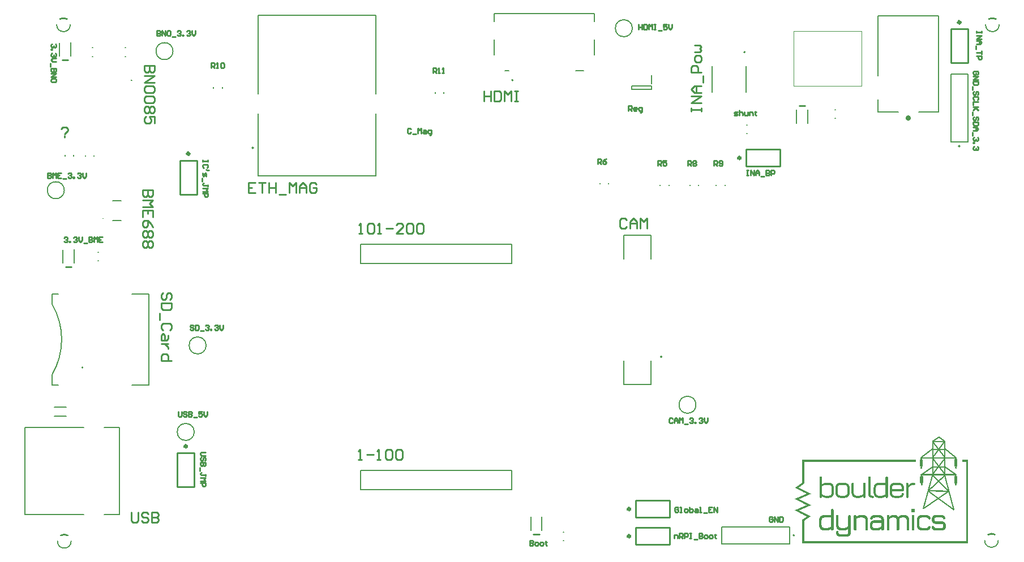
<source format=gto>
G04*
G04 #@! TF.GenerationSoftware,Altium Limited,Altium Designer,24.2.2 (26)*
G04*
G04 Layer_Color=65535*
%FSLAX44Y44*%
%MOMM*%
G71*
G04*
G04 #@! TF.SameCoordinates,645CA30E-D4FA-4833-928D-5676ED25105E*
G04*
G04*
G04 #@! TF.FilePolarity,Positive*
G04*
G01*
G75*
%ADD10C,0.4000*%
%ADD11C,0.2000*%
%ADD12C,0.5080*%
%ADD13C,0.1524*%
%ADD14C,0.2540*%
%ADD15C,0.1000*%
%ADD16C,0.1270*%
G36*
X1369413Y173623D02*
X1369506D01*
Y173530D01*
X1369691D01*
Y173438D01*
X1369784D01*
Y173345D01*
X1369877D01*
Y173252D01*
X1370062D01*
Y173160D01*
X1370155D01*
Y173067D01*
X1370248D01*
Y172974D01*
X1370433D01*
Y172881D01*
X1370526D01*
Y172789D01*
X1370618D01*
Y172696D01*
X1370804D01*
Y172603D01*
X1370896D01*
Y172511D01*
X1370989D01*
Y172418D01*
X1371175D01*
Y172325D01*
X1371267D01*
Y172232D01*
X1371360D01*
Y172140D01*
X1371545D01*
Y172047D01*
X1371638D01*
Y171954D01*
X1371731D01*
Y171862D01*
X1371916D01*
Y171769D01*
X1372009D01*
Y171676D01*
X1372102D01*
Y171583D01*
X1372287D01*
Y171491D01*
X1372380D01*
Y171398D01*
X1372473D01*
Y171305D01*
X1372658D01*
Y171213D01*
X1372751D01*
Y171120D01*
X1372843D01*
Y171027D01*
X1373029D01*
Y170935D01*
X1373121D01*
Y170842D01*
X1373214D01*
Y170749D01*
X1373400D01*
Y170657D01*
X1373492D01*
Y170564D01*
X1373585D01*
Y170471D01*
X1373770D01*
Y170378D01*
X1373863D01*
Y170286D01*
X1373956D01*
Y170193D01*
X1374141D01*
Y170100D01*
X1374234D01*
Y170008D01*
X1374327D01*
Y169915D01*
X1374512D01*
Y169822D01*
X1374605D01*
Y169729D01*
X1374697D01*
Y169637D01*
X1374883D01*
Y169544D01*
X1374975D01*
Y169451D01*
X1375068D01*
Y169359D01*
X1375254D01*
Y169266D01*
X1375346D01*
Y169173D01*
X1375439D01*
Y169081D01*
X1375624D01*
Y168988D01*
X1375717D01*
Y168895D01*
X1375810D01*
Y168802D01*
X1375995D01*
Y168710D01*
X1376088D01*
Y168617D01*
X1376181D01*
Y168524D01*
X1376366D01*
Y168432D01*
X1376459D01*
Y168339D01*
X1376552D01*
Y168246D01*
X1376737D01*
Y168153D01*
X1376830D01*
Y168061D01*
X1376922D01*
Y167968D01*
X1377108D01*
Y167875D01*
X1377200D01*
Y167783D01*
X1377293D01*
Y167690D01*
X1377478D01*
Y167597D01*
X1377571D01*
Y167505D01*
X1377664D01*
Y167412D01*
X1377849D01*
Y167319D01*
X1377942D01*
Y167227D01*
X1378035D01*
Y167134D01*
X1378220D01*
Y167041D01*
X1378313D01*
Y166948D01*
X1378405D01*
Y166856D01*
X1378591D01*
Y166763D01*
X1378684D01*
Y156009D01*
X1378776D01*
Y155917D01*
X1378869D01*
Y155824D01*
X1378962D01*
Y155731D01*
X1379054D01*
Y155639D01*
X1379240D01*
Y155546D01*
X1379332D01*
Y155453D01*
X1379425D01*
Y155360D01*
X1379518D01*
Y155268D01*
X1379703D01*
Y155175D01*
X1379796D01*
Y155082D01*
X1379889D01*
Y154990D01*
X1379982D01*
Y154897D01*
X1380074D01*
Y154804D01*
X1380260D01*
Y154712D01*
X1380352D01*
Y154619D01*
X1380445D01*
Y154526D01*
X1380538D01*
Y154433D01*
X1380630D01*
Y154341D01*
X1380816D01*
Y154248D01*
X1380909D01*
Y154155D01*
X1381001D01*
Y154063D01*
X1381094D01*
Y153970D01*
X1381279D01*
Y153877D01*
X1381372D01*
Y153785D01*
X1381465D01*
Y153692D01*
X1381557D01*
Y153599D01*
X1381650D01*
Y153506D01*
X1381835D01*
Y153414D01*
X1381928D01*
Y153321D01*
X1382021D01*
Y153228D01*
X1382114D01*
Y153135D01*
X1382299D01*
Y153043D01*
X1382392D01*
Y152950D01*
X1382484D01*
Y152857D01*
X1382577D01*
Y152765D01*
X1382670D01*
Y152672D01*
X1382855D01*
Y152579D01*
X1382948D01*
Y152487D01*
X1383041D01*
Y152394D01*
X1383133D01*
Y152301D01*
X1383226D01*
Y152208D01*
X1383412D01*
Y152116D01*
X1383504D01*
Y152023D01*
X1383597D01*
Y151930D01*
X1383690D01*
Y151838D01*
X1383875D01*
Y151745D01*
X1383968D01*
Y151652D01*
X1384060D01*
Y151560D01*
X1384153D01*
Y151467D01*
X1384246D01*
Y151374D01*
X1384431D01*
Y151281D01*
X1384524D01*
Y151189D01*
X1384617D01*
Y151096D01*
X1384709D01*
Y151003D01*
X1384895D01*
Y150911D01*
X1384987D01*
Y150818D01*
X1385080D01*
Y150725D01*
X1385173D01*
Y150632D01*
X1385266D01*
Y150540D01*
X1385451D01*
Y150447D01*
X1385544D01*
Y150354D01*
X1385636D01*
Y150262D01*
X1385729D01*
Y150169D01*
X1385822D01*
Y150076D01*
X1386007D01*
Y149984D01*
X1386100D01*
Y149891D01*
X1386193D01*
Y149798D01*
X1386285D01*
Y149705D01*
X1386471D01*
Y149613D01*
X1386563D01*
Y149520D01*
X1386656D01*
Y149427D01*
X1386749D01*
Y149335D01*
X1386841D01*
Y149242D01*
X1387027D01*
Y149149D01*
X1387120D01*
Y149057D01*
X1387212D01*
Y148964D01*
X1387305D01*
Y148871D01*
X1387490D01*
Y148778D01*
X1387583D01*
Y148686D01*
X1387676D01*
Y148593D01*
X1387769D01*
Y148500D01*
X1387861D01*
Y148408D01*
X1388047D01*
Y148315D01*
X1388139D01*
Y148222D01*
X1388232D01*
Y148130D01*
X1388325D01*
Y148037D01*
X1388418D01*
Y147944D01*
X1388603D01*
Y147851D01*
X1388696D01*
Y147759D01*
X1388788D01*
Y147666D01*
X1388881D01*
Y147573D01*
X1389066D01*
Y147481D01*
X1389159D01*
Y147388D01*
X1389252D01*
Y147295D01*
X1389344D01*
Y147203D01*
X1389437D01*
Y147110D01*
X1389623D01*
Y147017D01*
X1389715D01*
Y146924D01*
X1389808D01*
Y146832D01*
X1389901D01*
Y146739D01*
X1390086D01*
Y146646D01*
X1390179D01*
Y146554D01*
X1390272D01*
Y146461D01*
X1390364D01*
Y146368D01*
X1390457D01*
Y146276D01*
X1390642D01*
Y146183D01*
X1390735D01*
Y146090D01*
X1390828D01*
Y145997D01*
X1390921D01*
Y145905D01*
X1391013D01*
Y145812D01*
X1391199D01*
Y145719D01*
X1391291D01*
Y145626D01*
X1391384D01*
Y145534D01*
X1391477D01*
Y145441D01*
X1391662D01*
Y145348D01*
X1391755D01*
Y145256D01*
X1391848D01*
Y145163D01*
X1391940D01*
Y145070D01*
X1392033D01*
Y144978D01*
X1392218D01*
Y144885D01*
X1392311D01*
Y144792D01*
X1392404D01*
Y144699D01*
X1392496D01*
Y144607D01*
X1392682D01*
Y144514D01*
X1392775D01*
Y144421D01*
X1392867D01*
Y144329D01*
X1392960D01*
Y144236D01*
X1393053D01*
Y144143D01*
X1393238D01*
Y144051D01*
X1393331D01*
Y143958D01*
X1393423D01*
Y143865D01*
X1393516D01*
Y143772D01*
X1393609D01*
Y143680D01*
X1393794D01*
Y143587D01*
X1393887D01*
Y143494D01*
X1393980D01*
Y143402D01*
X1394072D01*
Y143309D01*
X1394258D01*
Y143216D01*
X1394350D01*
Y143124D01*
X1394443D01*
Y143031D01*
X1394536D01*
Y142938D01*
X1394629D01*
Y142845D01*
X1394814D01*
Y142753D01*
X1394907D01*
Y142660D01*
X1394999D01*
Y142567D01*
X1395185D01*
Y142475D01*
X1395370D01*
Y142382D01*
X1395463D01*
Y142289D01*
X1395556D01*
Y142197D01*
X1395648D01*
Y142011D01*
X1395741D01*
Y141918D01*
X1395834D01*
Y141640D01*
X1395927D01*
Y140713D01*
X1395834D01*
Y140435D01*
X1395741D01*
Y140342D01*
X1395648D01*
Y140157D01*
X1395556D01*
Y140064D01*
X1395463D01*
Y139972D01*
X1395370D01*
Y139879D01*
X1395278D01*
Y139601D01*
X1395741D01*
Y139508D01*
X1395927D01*
Y139415D01*
X1396112D01*
Y139323D01*
X1396205D01*
Y139230D01*
X1396297D01*
Y139137D01*
X1396390D01*
Y139045D01*
X1396483D01*
Y138952D01*
X1396575D01*
Y138766D01*
X1396668D01*
Y138488D01*
X1396761D01*
Y129682D01*
X1396668D01*
Y129403D01*
X1396575D01*
Y129218D01*
X1396483D01*
Y129125D01*
X1396390D01*
Y128940D01*
X1396205D01*
Y128847D01*
X1396112D01*
Y128755D01*
X1395927D01*
Y128662D01*
X1395648D01*
Y128569D01*
X1395463D01*
Y128198D01*
X1395556D01*
Y128106D01*
X1395648D01*
Y128013D01*
X1395741D01*
Y127920D01*
X1395834D01*
Y127828D01*
X1395927D01*
Y127642D01*
X1396019D01*
Y127364D01*
X1396112D01*
Y126622D01*
X1396019D01*
Y126344D01*
X1395927D01*
Y126159D01*
X1395834D01*
Y125973D01*
X1395741D01*
Y125881D01*
X1395648D01*
Y125788D01*
X1395556D01*
Y125695D01*
X1395370D01*
Y125603D01*
X1395185D01*
Y125510D01*
X1394999D01*
Y125417D01*
X1394165D01*
Y125510D01*
X1393887D01*
Y125603D01*
X1393702D01*
Y125695D01*
X1393609D01*
Y125788D01*
X1393516D01*
Y125881D01*
X1393423D01*
Y125973D01*
X1393331D01*
Y126066D01*
X1393238D01*
Y126251D01*
X1393145D01*
Y126437D01*
X1393053D01*
Y126808D01*
X1392960D01*
Y127086D01*
X1393053D01*
Y127549D01*
X1393145D01*
Y127735D01*
X1393238D01*
Y127828D01*
X1393331D01*
Y128013D01*
X1393423D01*
Y128106D01*
X1393516D01*
Y128198D01*
X1393609D01*
Y128569D01*
X1393145D01*
Y128662D01*
X1392867D01*
Y128755D01*
X1392682D01*
Y128847D01*
X1392589D01*
Y128940D01*
X1392404D01*
Y129125D01*
X1392311D01*
Y129218D01*
X1392218D01*
Y129403D01*
X1392126D01*
Y129496D01*
Y129589D01*
Y129682D01*
X1392033D01*
Y138488D01*
X1392126D01*
Y138766D01*
X1392218D01*
Y138952D01*
X1392311D01*
Y139045D01*
X1392404D01*
Y139137D01*
X1392496D01*
Y139230D01*
X1392589D01*
Y139323D01*
X1392682D01*
Y139415D01*
X1392867D01*
Y139508D01*
X1393053D01*
Y139601D01*
X1393516D01*
Y139879D01*
X1393423D01*
Y139972D01*
X1393331D01*
Y140064D01*
X1393238D01*
Y140157D01*
X1393145D01*
Y140342D01*
X1393053D01*
Y140528D01*
X1392960D01*
Y140620D01*
X1392867D01*
Y140713D01*
X1378684D01*
Y128755D01*
X1378776D01*
Y128662D01*
X1378962D01*
Y128569D01*
X1379054D01*
Y128476D01*
X1379147D01*
Y128384D01*
X1379332D01*
Y128291D01*
X1379425D01*
Y128198D01*
X1379611D01*
Y128106D01*
X1379703D01*
Y128013D01*
X1379796D01*
Y127920D01*
X1379982D01*
Y127828D01*
X1380074D01*
Y127735D01*
X1380260D01*
Y127642D01*
X1380352D01*
Y127549D01*
X1380538D01*
Y127457D01*
X1380630D01*
Y127364D01*
X1380723D01*
Y127271D01*
X1380909D01*
Y127178D01*
X1381001D01*
Y127086D01*
X1381187D01*
Y126993D01*
X1381279D01*
Y126900D01*
X1381465D01*
Y126808D01*
X1381557D01*
Y126715D01*
X1381650D01*
Y126622D01*
X1381835D01*
Y126530D01*
X1381928D01*
Y126437D01*
X1382114D01*
Y126344D01*
X1382206D01*
Y126251D01*
X1382392D01*
Y126159D01*
X1382484D01*
Y126066D01*
X1382577D01*
Y125973D01*
X1382763D01*
Y125881D01*
X1382855D01*
Y125788D01*
X1383041D01*
Y125695D01*
X1383133D01*
Y125603D01*
X1383226D01*
Y125510D01*
X1383412D01*
Y125417D01*
X1383504D01*
Y125324D01*
X1383690D01*
Y125232D01*
X1383782D01*
Y125139D01*
X1383968D01*
Y125046D01*
X1384060D01*
Y124954D01*
X1384153D01*
Y124861D01*
X1384339D01*
Y124768D01*
X1384431D01*
Y124676D01*
X1384617D01*
Y124583D01*
X1384709D01*
Y124490D01*
X1384895D01*
Y124397D01*
X1384987D01*
Y124305D01*
X1385080D01*
Y124212D01*
X1385266D01*
Y124119D01*
X1385358D01*
Y124027D01*
X1385544D01*
Y123934D01*
X1385636D01*
Y123841D01*
X1385822D01*
Y123749D01*
X1385914D01*
Y123656D01*
X1386007D01*
Y123563D01*
X1386193D01*
Y123470D01*
X1386285D01*
Y123378D01*
X1386471D01*
Y123285D01*
X1386563D01*
Y123192D01*
X1386749D01*
Y123100D01*
X1386841D01*
Y123007D01*
X1386934D01*
Y122914D01*
X1387120D01*
Y122822D01*
X1387212D01*
Y122729D01*
X1387398D01*
Y122636D01*
X1387490D01*
Y122543D01*
X1387583D01*
Y122451D01*
X1387769D01*
Y122358D01*
X1387861D01*
Y122265D01*
X1388047D01*
Y122173D01*
X1388139D01*
Y122080D01*
X1388325D01*
Y121987D01*
X1388418D01*
Y121894D01*
X1388510D01*
Y121802D01*
X1388696D01*
Y121709D01*
X1388788D01*
Y121616D01*
X1388974D01*
Y121524D01*
X1389066D01*
Y121431D01*
X1389252D01*
Y121338D01*
X1389344D01*
Y121245D01*
X1389437D01*
Y121153D01*
X1389623D01*
Y121060D01*
X1389715D01*
Y120967D01*
X1389901D01*
Y120875D01*
X1389993D01*
Y120782D01*
X1390179D01*
Y120689D01*
X1390272D01*
Y120597D01*
X1390364D01*
Y120504D01*
X1390550D01*
Y120411D01*
X1390642D01*
Y120318D01*
X1390828D01*
Y120226D01*
X1390921D01*
Y120133D01*
X1391013D01*
Y120040D01*
X1391199D01*
Y119948D01*
X1391291D01*
Y119855D01*
X1391477D01*
Y119762D01*
X1391569D01*
Y119670D01*
X1391755D01*
Y119577D01*
X1391848D01*
Y119484D01*
X1391940D01*
Y119391D01*
X1392126D01*
Y119299D01*
X1392218D01*
Y119206D01*
X1392404D01*
Y119113D01*
X1392496D01*
Y119021D01*
X1392682D01*
Y118928D01*
X1392775D01*
Y118835D01*
X1392867D01*
Y118743D01*
X1393053D01*
Y118650D01*
X1393145D01*
Y118557D01*
X1393331D01*
Y118464D01*
X1393423D01*
Y118372D01*
X1393609D01*
Y118279D01*
X1393702D01*
Y118186D01*
X1393794D01*
Y118094D01*
X1393980D01*
Y118001D01*
X1394072D01*
Y117908D01*
X1394258D01*
Y117816D01*
X1394350D01*
Y117723D01*
X1394443D01*
Y117630D01*
X1394629D01*
Y117537D01*
X1394721D01*
Y117445D01*
X1394999D01*
Y117352D01*
X1395185D01*
Y117259D01*
X1395278D01*
Y117167D01*
X1395463D01*
Y117074D01*
X1395556D01*
Y116981D01*
X1395648D01*
Y116796D01*
X1395741D01*
Y116610D01*
X1395834D01*
Y116425D01*
X1395927D01*
Y115498D01*
X1395834D01*
Y115220D01*
X1395741D01*
Y115127D01*
X1395648D01*
Y114942D01*
X1395556D01*
Y114849D01*
X1395463D01*
Y114756D01*
X1395370D01*
Y114664D01*
X1395278D01*
Y114385D01*
X1395648D01*
Y114293D01*
X1395927D01*
Y114200D01*
X1396112D01*
Y114107D01*
X1396205D01*
Y114015D01*
X1396297D01*
Y113922D01*
X1396390D01*
Y113829D01*
X1396483D01*
Y113736D01*
X1396575D01*
Y113551D01*
X1396668D01*
Y113273D01*
X1396761D01*
Y104466D01*
X1396668D01*
Y104188D01*
X1396575D01*
Y104003D01*
X1396483D01*
Y103910D01*
X1396390D01*
Y103725D01*
X1396205D01*
Y103632D01*
X1396112D01*
Y103539D01*
X1395927D01*
Y103446D01*
X1395741D01*
Y103354D01*
X1395463D01*
Y102983D01*
X1395556D01*
Y102890D01*
X1395648D01*
Y102797D01*
X1395741D01*
Y102705D01*
X1395834D01*
Y102519D01*
X1395927D01*
Y102334D01*
X1396019D01*
Y102149D01*
X1396112D01*
Y101407D01*
X1396019D01*
Y101129D01*
X1395927D01*
Y100943D01*
X1395834D01*
Y100758D01*
X1395741D01*
Y100665D01*
X1395648D01*
Y100573D01*
X1395556D01*
Y100480D01*
X1395370D01*
Y100387D01*
X1395278D01*
Y100295D01*
X1394999D01*
Y100202D01*
X1394165D01*
Y100295D01*
X1393887D01*
Y100387D01*
X1393702D01*
Y100480D01*
X1393609D01*
Y100573D01*
X1393423D01*
Y100758D01*
X1393331D01*
Y100851D01*
X1393238D01*
Y101036D01*
X1393145D01*
Y101222D01*
X1393053D01*
Y101500D01*
X1392960D01*
Y101963D01*
X1393053D01*
Y102334D01*
X1393145D01*
Y102519D01*
X1393238D01*
Y102612D01*
X1393331D01*
Y102797D01*
X1393423D01*
Y102890D01*
X1393516D01*
Y102983D01*
X1393609D01*
Y103354D01*
X1393145D01*
Y103446D01*
X1392867D01*
Y103539D01*
X1392682D01*
Y103632D01*
X1392496D01*
Y103725D01*
X1392404D01*
Y103910D01*
X1392311D01*
Y104003D01*
X1392218D01*
Y104188D01*
X1392126D01*
Y104466D01*
X1392033D01*
Y113273D01*
X1392126D01*
Y113551D01*
X1392218D01*
Y113736D01*
X1392311D01*
Y113829D01*
X1392404D01*
Y113922D01*
X1392496D01*
Y114015D01*
X1392589D01*
Y114107D01*
X1392682D01*
Y114200D01*
X1392867D01*
Y114293D01*
X1393145D01*
Y114385D01*
X1393516D01*
Y114664D01*
X1393423D01*
Y114756D01*
X1393331D01*
Y114849D01*
X1393238D01*
Y114942D01*
X1393145D01*
Y115127D01*
X1393053D01*
Y115312D01*
X1392960D01*
Y115405D01*
X1378869D01*
Y114942D01*
X1378962D01*
Y114571D01*
X1379054D01*
Y114293D01*
X1379147D01*
Y113922D01*
X1379240D01*
Y113551D01*
X1379332D01*
Y113180D01*
X1379425D01*
Y112902D01*
X1379518D01*
Y112531D01*
X1379611D01*
Y112161D01*
X1379703D01*
Y111790D01*
X1379796D01*
Y111419D01*
X1379889D01*
Y111141D01*
X1379982D01*
Y110770D01*
X1380074D01*
Y110399D01*
X1380167D01*
Y110028D01*
X1380260D01*
Y109750D01*
X1380352D01*
Y109380D01*
X1380445D01*
Y109009D01*
X1380538D01*
Y108638D01*
X1380630D01*
Y108267D01*
X1380723D01*
Y107989D01*
X1380816D01*
Y107618D01*
X1380909D01*
Y107247D01*
X1381001D01*
Y106876D01*
X1381094D01*
Y106598D01*
X1381187D01*
Y106228D01*
X1381279D01*
Y105857D01*
X1381372D01*
Y105486D01*
X1381465D01*
Y105115D01*
X1381557D01*
Y104837D01*
X1381650D01*
Y104466D01*
X1381743D01*
Y104095D01*
X1381835D01*
Y103725D01*
X1381928D01*
Y103446D01*
X1382021D01*
Y103076D01*
X1382114D01*
Y102705D01*
X1382206D01*
Y102334D01*
X1382299D01*
Y102056D01*
X1382392D01*
Y101685D01*
X1382484D01*
Y101314D01*
X1382577D01*
Y100943D01*
X1382670D01*
Y100573D01*
X1382763D01*
Y100295D01*
X1382855D01*
Y99924D01*
X1382948D01*
Y99553D01*
X1383041D01*
Y99182D01*
X1383133D01*
Y98904D01*
X1383226D01*
Y98533D01*
X1383319D01*
Y98162D01*
X1383412D01*
Y97792D01*
X1383504D01*
Y97421D01*
X1383597D01*
Y97143D01*
X1383690D01*
Y96772D01*
X1383782D01*
Y96401D01*
X1383875D01*
Y96030D01*
X1383968D01*
Y95752D01*
X1384060D01*
Y95381D01*
X1384153D01*
Y95010D01*
X1384246D01*
Y94640D01*
X1384339D01*
Y94269D01*
X1384431D01*
Y93991D01*
X1384524D01*
Y93620D01*
X1384617D01*
Y93249D01*
X1384709D01*
Y92878D01*
X1384802D01*
Y92600D01*
X1384895D01*
Y92229D01*
X1384987D01*
Y91859D01*
X1385080D01*
Y91488D01*
X1385173D01*
Y91117D01*
X1385266D01*
Y90839D01*
X1385358D01*
Y90468D01*
X1385451D01*
Y90097D01*
X1385544D01*
Y89726D01*
X1385636D01*
Y89448D01*
X1385729D01*
Y89077D01*
X1385822D01*
Y88707D01*
X1385914D01*
Y88336D01*
X1386007D01*
Y88058D01*
X1386100D01*
Y87687D01*
X1386193D01*
Y87316D01*
X1386285D01*
Y86945D01*
X1386378D01*
Y86574D01*
X1386471D01*
Y86296D01*
X1386563D01*
Y85926D01*
X1386656D01*
Y85555D01*
X1386749D01*
Y85184D01*
X1386841D01*
Y84906D01*
X1386934D01*
Y84535D01*
X1387027D01*
Y84164D01*
X1387120D01*
Y83793D01*
X1387212D01*
Y83422D01*
X1387305D01*
Y83144D01*
X1387398D01*
Y82774D01*
X1387490D01*
Y82403D01*
X1387583D01*
Y82032D01*
X1387676D01*
Y81754D01*
X1387769D01*
Y81383D01*
X1387861D01*
Y81012D01*
X1387954D01*
Y80641D01*
X1388047D01*
Y80271D01*
X1388139D01*
Y79992D01*
X1388232D01*
Y79622D01*
X1388325D01*
Y79251D01*
X1388418D01*
Y78880D01*
X1388510D01*
Y78602D01*
X1388603D01*
Y78231D01*
X1388696D01*
Y77860D01*
X1388788D01*
Y77490D01*
X1388881D01*
Y77119D01*
X1388974D01*
Y76841D01*
X1389066D01*
Y76470D01*
X1389159D01*
Y76099D01*
X1389252D01*
Y75728D01*
X1389344D01*
Y75450D01*
X1389437D01*
Y75079D01*
X1389530D01*
Y74708D01*
X1389623D01*
Y74338D01*
X1389715D01*
Y74059D01*
X1389808D01*
Y73689D01*
X1389901D01*
Y73318D01*
X1389993D01*
Y72947D01*
X1390086D01*
Y72576D01*
X1390179D01*
Y72298D01*
X1390272D01*
Y71927D01*
X1390364D01*
Y71556D01*
X1390457D01*
Y71186D01*
X1390550D01*
Y70908D01*
X1390642D01*
Y70537D01*
X1390735D01*
Y70166D01*
X1390828D01*
Y69795D01*
X1390921D01*
Y69424D01*
X1391013D01*
Y69146D01*
X1391106D01*
Y68775D01*
X1391199D01*
Y68404D01*
X1391291D01*
Y68034D01*
X1391384D01*
Y67756D01*
X1391477D01*
Y67385D01*
X1391569D01*
Y67014D01*
X1391662D01*
Y66643D01*
X1391755D01*
Y66272D01*
X1391848D01*
Y65994D01*
X1391940D01*
Y65623D01*
X1392033D01*
Y65253D01*
X1392126D01*
Y64882D01*
X1392218D01*
Y64604D01*
X1392311D01*
Y64233D01*
X1392218D01*
Y64140D01*
X1392126D01*
Y63955D01*
X1392033D01*
Y63862D01*
X1391940D01*
Y63769D01*
X1391848D01*
Y63584D01*
X1391755D01*
Y63491D01*
X1391662D01*
Y63398D01*
X1391569D01*
Y63213D01*
X1391477D01*
Y63120D01*
X1391384D01*
Y62935D01*
X1391291D01*
Y62842D01*
X1391199D01*
Y62935D01*
X1391013D01*
Y63028D01*
X1390921D01*
Y63120D01*
X1390828D01*
Y63213D01*
X1390642D01*
Y63306D01*
X1390550D01*
Y63398D01*
X1390457D01*
Y63491D01*
X1390272D01*
Y63584D01*
X1390179D01*
Y63677D01*
X1390086D01*
Y63769D01*
X1389901D01*
Y63862D01*
X1389808D01*
Y63955D01*
X1389623D01*
Y64047D01*
X1389530D01*
Y64140D01*
X1389437D01*
Y64233D01*
X1389252D01*
Y64326D01*
X1389159D01*
Y64418D01*
X1389066D01*
Y64511D01*
X1388881D01*
Y64604D01*
X1388788D01*
Y64696D01*
X1388603D01*
Y64789D01*
X1388510D01*
Y64882D01*
X1388418D01*
Y64974D01*
X1388232D01*
Y65067D01*
X1388139D01*
Y65160D01*
X1388047D01*
Y65253D01*
X1387861D01*
Y65345D01*
X1387769D01*
Y65438D01*
X1387583D01*
Y65531D01*
X1387490D01*
Y65623D01*
X1387398D01*
Y65716D01*
X1387212D01*
Y65809D01*
X1387120D01*
Y65901D01*
X1387027D01*
Y65994D01*
X1386841D01*
Y66087D01*
X1386749D01*
Y66180D01*
X1386656D01*
Y66272D01*
X1386471D01*
Y66365D01*
X1386378D01*
Y66458D01*
X1386193D01*
Y66550D01*
X1386100D01*
Y66643D01*
X1386007D01*
Y66736D01*
X1385822D01*
Y66828D01*
X1385729D01*
Y66921D01*
X1385636D01*
Y67014D01*
X1385451D01*
Y67107D01*
X1385358D01*
Y67199D01*
X1385173D01*
Y67292D01*
X1385080D01*
Y67385D01*
X1384987D01*
Y67477D01*
X1384802D01*
Y67570D01*
X1384709D01*
Y67663D01*
X1384617D01*
Y67756D01*
X1384431D01*
Y67848D01*
X1384339D01*
Y67941D01*
X1384153D01*
Y68034D01*
X1384060D01*
Y68126D01*
X1383968D01*
Y68219D01*
X1383782D01*
Y68312D01*
X1383690D01*
Y68404D01*
X1383597D01*
Y68497D01*
X1383412D01*
Y68590D01*
X1383319D01*
Y68683D01*
X1383133D01*
Y68775D01*
X1383041D01*
Y68868D01*
X1382948D01*
Y68961D01*
X1382763D01*
Y69053D01*
X1382670D01*
Y69146D01*
X1382577D01*
Y69239D01*
X1382392D01*
Y69331D01*
X1382299D01*
Y69424D01*
X1382206D01*
Y69517D01*
X1382021D01*
Y69610D01*
X1381928D01*
Y69702D01*
X1381743D01*
Y69795D01*
X1381650D01*
Y69888D01*
X1381557D01*
Y69981D01*
X1381372D01*
Y70073D01*
X1381279D01*
Y70166D01*
X1381187D01*
Y70259D01*
X1381001D01*
Y70351D01*
X1380909D01*
Y70444D01*
X1380723D01*
Y70537D01*
X1380630D01*
Y70629D01*
X1380538D01*
Y70722D01*
X1380352D01*
Y70815D01*
X1380260D01*
Y70908D01*
X1380167D01*
Y71000D01*
X1379982D01*
Y71093D01*
X1379889D01*
Y71186D01*
X1379703D01*
Y71278D01*
X1379611D01*
Y71371D01*
X1379518D01*
Y71464D01*
X1379332D01*
Y71556D01*
X1379240D01*
Y71649D01*
X1379147D01*
Y71742D01*
X1378962D01*
Y71835D01*
X1378869D01*
Y71927D01*
X1378776D01*
Y72020D01*
X1378591D01*
Y72113D01*
X1378498D01*
Y72205D01*
X1378313D01*
Y72298D01*
X1378220D01*
Y72391D01*
X1378127D01*
Y72484D01*
X1377942D01*
Y72576D01*
X1377849D01*
Y72669D01*
X1377757D01*
Y72762D01*
X1377571D01*
Y72854D01*
X1377478D01*
Y72947D01*
X1377293D01*
Y73040D01*
X1377200D01*
Y73132D01*
X1377108D01*
Y73225D01*
X1376922D01*
Y73318D01*
X1376830D01*
Y73411D01*
X1376737D01*
Y73503D01*
X1376552D01*
Y73596D01*
X1376459D01*
Y73689D01*
X1376273D01*
Y73781D01*
X1376181D01*
Y73874D01*
X1376088D01*
Y73967D01*
X1375903D01*
Y74059D01*
X1375810D01*
Y74152D01*
X1375717D01*
Y74245D01*
X1375532D01*
Y74338D01*
X1375439D01*
Y74430D01*
X1375254D01*
Y74523D01*
X1375161D01*
Y74616D01*
X1375068D01*
Y74708D01*
X1374883D01*
Y74801D01*
X1374790D01*
Y74894D01*
X1374697D01*
Y74987D01*
X1374512D01*
Y75079D01*
X1374419D01*
Y75172D01*
X1374327D01*
Y75265D01*
X1374141D01*
Y75357D01*
X1374048D01*
Y75450D01*
X1373863D01*
Y75543D01*
X1373770D01*
Y75635D01*
X1373678D01*
Y75728D01*
X1373492D01*
Y75821D01*
X1373400D01*
Y75914D01*
X1373307D01*
Y76006D01*
X1373121D01*
Y76099D01*
X1373029D01*
Y76192D01*
X1372843D01*
Y76284D01*
X1372751D01*
Y76377D01*
X1372658D01*
Y76470D01*
X1372473D01*
Y76562D01*
X1372380D01*
Y76655D01*
X1372287D01*
Y76748D01*
X1372102D01*
Y76841D01*
X1372009D01*
Y76933D01*
X1371824D01*
Y77026D01*
X1371731D01*
Y77119D01*
X1371638D01*
Y77211D01*
X1371453D01*
Y77304D01*
X1371360D01*
Y77397D01*
X1371267D01*
Y77490D01*
X1371082D01*
Y77582D01*
X1370989D01*
Y77675D01*
X1370896D01*
Y77768D01*
X1370711D01*
Y77860D01*
X1370618D01*
Y77953D01*
X1370433D01*
Y78046D01*
X1370340D01*
Y78138D01*
X1370248D01*
Y78231D01*
X1370062D01*
Y78324D01*
X1369969D01*
Y78417D01*
X1369877D01*
Y78509D01*
X1369691D01*
Y78602D01*
X1369599D01*
Y78695D01*
X1369413D01*
Y78787D01*
X1369321D01*
Y78880D01*
X1369228D01*
Y78973D01*
X1369042D01*
Y79065D01*
X1368950D01*
Y79158D01*
X1368857D01*
Y79251D01*
X1368672D01*
Y79344D01*
X1368579D01*
Y79436D01*
X1368394D01*
Y79529D01*
X1368301D01*
Y79622D01*
X1368115D01*
Y79529D01*
X1368023D01*
Y79436D01*
X1367837D01*
Y79344D01*
X1367745D01*
Y79251D01*
X1367559D01*
Y79158D01*
X1367466D01*
Y79065D01*
X1367374D01*
Y78973D01*
X1367188D01*
Y78880D01*
X1367096D01*
Y78787D01*
X1366910D01*
Y78695D01*
X1366818D01*
Y78602D01*
X1366632D01*
Y78509D01*
X1366539D01*
Y78417D01*
X1366354D01*
Y78324D01*
X1366261D01*
Y78231D01*
X1366076D01*
Y78138D01*
X1365983D01*
Y78046D01*
X1365798D01*
Y77953D01*
X1365705D01*
Y77860D01*
X1365612D01*
Y77768D01*
X1365427D01*
Y77675D01*
X1365334D01*
Y77582D01*
X1365149D01*
Y77490D01*
X1365056D01*
Y77397D01*
X1364871D01*
Y77304D01*
X1364778D01*
Y77211D01*
X1364593D01*
Y77119D01*
X1364500D01*
Y77026D01*
X1364315D01*
Y76933D01*
X1364222D01*
Y76841D01*
X1364129D01*
Y76748D01*
X1363944D01*
Y76655D01*
X1363851D01*
Y76562D01*
X1363666D01*
Y76470D01*
X1363573D01*
Y76377D01*
X1363387D01*
Y76284D01*
X1363295D01*
Y76192D01*
X1363109D01*
Y76099D01*
X1363017D01*
Y76006D01*
X1362831D01*
Y75914D01*
X1362739D01*
Y75821D01*
X1362553D01*
Y75728D01*
X1362460D01*
Y75635D01*
X1362368D01*
Y75543D01*
X1362182D01*
Y75450D01*
X1362090D01*
Y75357D01*
X1361904D01*
Y75265D01*
X1361812D01*
Y75172D01*
X1361626D01*
Y75079D01*
X1361534D01*
Y74987D01*
X1361348D01*
Y74894D01*
X1361255D01*
Y74801D01*
X1361070D01*
Y74708D01*
X1360977D01*
Y74616D01*
X1360792D01*
Y74523D01*
X1360699D01*
Y74430D01*
X1360606D01*
Y74338D01*
X1360421D01*
Y74245D01*
X1360328D01*
Y74152D01*
X1360143D01*
Y74059D01*
X1360050D01*
Y73967D01*
X1359865D01*
Y73874D01*
X1359772D01*
Y73781D01*
X1359587D01*
Y73689D01*
X1359494D01*
Y73596D01*
X1359309D01*
Y73503D01*
X1359216D01*
Y73411D01*
X1359123D01*
Y73318D01*
X1358938D01*
Y73225D01*
X1358845D01*
Y73132D01*
X1358660D01*
Y73040D01*
X1358567D01*
Y72947D01*
X1358382D01*
Y72854D01*
X1358289D01*
Y72762D01*
X1358103D01*
Y72669D01*
X1358011D01*
Y72576D01*
X1357825D01*
Y72484D01*
X1357733D01*
Y72391D01*
X1357547D01*
Y72298D01*
X1357455D01*
Y72205D01*
X1357362D01*
Y72113D01*
X1357176D01*
Y72020D01*
X1357084D01*
Y71927D01*
X1356898D01*
Y71835D01*
X1356806D01*
Y71742D01*
X1356620D01*
Y71649D01*
X1356528D01*
Y71556D01*
X1356342D01*
Y71464D01*
X1356249D01*
Y71371D01*
X1356064D01*
Y71278D01*
X1355971D01*
Y71186D01*
X1355786D01*
Y71093D01*
X1355693D01*
Y71000D01*
X1355600D01*
Y70908D01*
X1355415D01*
Y70815D01*
X1355322D01*
Y70722D01*
X1355137D01*
Y70629D01*
X1355044D01*
Y70537D01*
X1354859D01*
Y70444D01*
X1354766D01*
Y70351D01*
X1354581D01*
Y70259D01*
X1354488D01*
Y70166D01*
X1354303D01*
Y70073D01*
X1354210D01*
Y69981D01*
X1354117D01*
Y69888D01*
X1353932D01*
Y69795D01*
X1353839D01*
Y69702D01*
X1353654D01*
Y69610D01*
X1353561D01*
Y69517D01*
X1353376D01*
Y69424D01*
X1353283D01*
Y69331D01*
X1353097D01*
Y69239D01*
X1353005D01*
Y69146D01*
X1352819D01*
Y69053D01*
X1352727D01*
Y68961D01*
X1352541D01*
Y68868D01*
X1352448D01*
Y68775D01*
X1352356D01*
Y68683D01*
X1352170D01*
Y68590D01*
X1352078D01*
Y68497D01*
X1351892D01*
Y68404D01*
X1351800D01*
Y68312D01*
X1351614D01*
Y68219D01*
X1351521D01*
Y68126D01*
X1351336D01*
Y68034D01*
X1351243D01*
Y67941D01*
X1351058D01*
Y67848D01*
X1350965D01*
Y67756D01*
X1350780D01*
Y67663D01*
X1350687D01*
Y67570D01*
X1350594D01*
Y67477D01*
X1350409D01*
Y67385D01*
X1350316D01*
Y67292D01*
X1350131D01*
Y67199D01*
X1350038D01*
Y67107D01*
X1349853D01*
Y67014D01*
X1349760D01*
Y66921D01*
X1349575D01*
Y66828D01*
X1349482D01*
Y66736D01*
X1349297D01*
Y66643D01*
X1349204D01*
Y66550D01*
X1349019D01*
Y66458D01*
X1348926D01*
Y66365D01*
X1348833D01*
Y66272D01*
X1348648D01*
Y66180D01*
X1348555D01*
Y66087D01*
X1348370D01*
Y65994D01*
X1348277D01*
Y65901D01*
X1348091D01*
Y65809D01*
X1347999D01*
Y65716D01*
X1347813D01*
Y65623D01*
X1347721D01*
Y65531D01*
X1347535D01*
Y65438D01*
X1347442D01*
Y65345D01*
X1347350D01*
Y65253D01*
X1347164D01*
Y65160D01*
X1347072D01*
Y65067D01*
X1346886D01*
Y64974D01*
X1346794D01*
Y64882D01*
X1346608D01*
Y64789D01*
X1346516D01*
Y64882D01*
X1346237D01*
Y64974D01*
X1345867D01*
Y65067D01*
X1345496D01*
Y65160D01*
X1345218D01*
Y65253D01*
X1344847D01*
Y65438D01*
X1344940D01*
Y65809D01*
X1345032D01*
Y66087D01*
X1345125D01*
Y66458D01*
X1345218D01*
Y66828D01*
X1345310D01*
Y67107D01*
X1345403D01*
Y67477D01*
X1345496D01*
Y67848D01*
X1345589D01*
Y68126D01*
X1345681D01*
Y68497D01*
X1345774D01*
Y68775D01*
X1345867D01*
Y69146D01*
X1345959D01*
Y69517D01*
X1346052D01*
Y69795D01*
X1346145D01*
Y70166D01*
X1346237D01*
Y70537D01*
X1346330D01*
Y70815D01*
X1346423D01*
Y71186D01*
X1346516D01*
Y71556D01*
X1346608D01*
Y71835D01*
X1346701D01*
Y72205D01*
X1346794D01*
Y72484D01*
X1346886D01*
Y72854D01*
X1346979D01*
Y73225D01*
X1347072D01*
Y73503D01*
X1347164D01*
Y73874D01*
X1347257D01*
Y74245D01*
X1347350D01*
Y74523D01*
X1347442D01*
Y74894D01*
X1347535D01*
Y75172D01*
X1347628D01*
Y75543D01*
X1347721D01*
Y75914D01*
X1347813D01*
Y76192D01*
X1347906D01*
Y76562D01*
X1347999D01*
Y76933D01*
X1348091D01*
Y77211D01*
X1348184D01*
Y77582D01*
X1348277D01*
Y77860D01*
X1348370D01*
Y78231D01*
X1348462D01*
Y78602D01*
X1348555D01*
Y78880D01*
X1348648D01*
Y79251D01*
X1348740D01*
Y79622D01*
X1348833D01*
Y79900D01*
X1348926D01*
Y80271D01*
X1349019D01*
Y80641D01*
X1349111D01*
Y80920D01*
X1349204D01*
Y81290D01*
X1349297D01*
Y81568D01*
X1349389D01*
Y81939D01*
X1349482D01*
Y82310D01*
X1349575D01*
Y82588D01*
X1349667D01*
Y82959D01*
X1349760D01*
Y83330D01*
X1349853D01*
Y83608D01*
X1349946D01*
Y83979D01*
X1350038D01*
Y84257D01*
X1350131D01*
Y84628D01*
X1350224D01*
Y84998D01*
X1350316D01*
Y85276D01*
X1350409D01*
Y85647D01*
X1350502D01*
Y86018D01*
X1350594D01*
Y86296D01*
X1350687D01*
Y86667D01*
X1350780D01*
Y86945D01*
X1350873D01*
Y87316D01*
X1350965D01*
Y87687D01*
X1351058D01*
Y87965D01*
X1351151D01*
Y88336D01*
X1351243D01*
Y88707D01*
X1351336D01*
Y88985D01*
X1351429D01*
Y89355D01*
X1351521D01*
Y89726D01*
X1351614D01*
Y90004D01*
X1351707D01*
Y90375D01*
X1351800D01*
Y90653D01*
X1351892D01*
Y91024D01*
X1351985D01*
Y91395D01*
X1352078D01*
Y91673D01*
X1352170D01*
Y92044D01*
X1352263D01*
Y92415D01*
X1352356D01*
Y92693D01*
X1352448D01*
Y93064D01*
X1352541D01*
Y93342D01*
X1352634D01*
Y93713D01*
X1352727D01*
Y94083D01*
X1352819D01*
Y94361D01*
X1352912D01*
Y94732D01*
X1353005D01*
Y95103D01*
X1353097D01*
Y95381D01*
X1353190D01*
Y95752D01*
X1353283D01*
Y96030D01*
X1353376D01*
Y96401D01*
X1353468D01*
Y96772D01*
X1353561D01*
Y97050D01*
X1353654D01*
Y97421D01*
X1353746D01*
Y97792D01*
X1353839D01*
Y98070D01*
X1353932D01*
Y98440D01*
X1354025D01*
Y98811D01*
X1354117D01*
Y99089D01*
X1354210D01*
Y99460D01*
X1354303D01*
Y99738D01*
X1354395D01*
Y100109D01*
X1354488D01*
Y100480D01*
X1354581D01*
Y100758D01*
X1354673D01*
Y101129D01*
X1354766D01*
Y101500D01*
X1354859D01*
Y101778D01*
X1354951D01*
Y102149D01*
X1355044D01*
Y102427D01*
X1355137D01*
Y102797D01*
X1355230D01*
Y103168D01*
X1355322D01*
Y103446D01*
X1355415D01*
Y103817D01*
X1355508D01*
Y104188D01*
X1355600D01*
Y104466D01*
X1355693D01*
Y104837D01*
X1355786D01*
Y105115D01*
X1355879D01*
Y105486D01*
X1355971D01*
Y105857D01*
X1356064D01*
Y106135D01*
X1356157D01*
Y106506D01*
X1356249D01*
Y106876D01*
X1356342D01*
Y107155D01*
X1356435D01*
Y107525D01*
X1356528D01*
Y107896D01*
X1356620D01*
Y108174D01*
X1356713D01*
Y108545D01*
X1356806D01*
Y108823D01*
X1356898D01*
Y109194D01*
X1356991D01*
Y109565D01*
X1357084D01*
Y109843D01*
X1357176D01*
Y110214D01*
X1357269D01*
Y110585D01*
X1357362D01*
Y110863D01*
X1357455D01*
Y111234D01*
X1357547D01*
Y111512D01*
X1357640D01*
Y111882D01*
X1357733D01*
Y112253D01*
X1357825D01*
Y112531D01*
X1357918D01*
Y112902D01*
X1358011D01*
Y113273D01*
X1358103D01*
Y113551D01*
X1358196D01*
Y113922D01*
X1358289D01*
Y114293D01*
X1358382D01*
Y114571D01*
X1358474D01*
Y114942D01*
X1358567D01*
Y115220D01*
X1358660D01*
Y115405D01*
X1344847D01*
Y115312D01*
X1344754D01*
Y115220D01*
X1344661D01*
Y115034D01*
X1344569D01*
Y114942D01*
X1344476D01*
Y114849D01*
X1344383D01*
Y114756D01*
X1344291D01*
Y114385D01*
X1344569D01*
Y114293D01*
X1344847D01*
Y114200D01*
X1345032D01*
Y114107D01*
X1345125D01*
Y114015D01*
X1345218D01*
Y113922D01*
X1345310D01*
Y113829D01*
X1345403D01*
Y113736D01*
X1345496D01*
Y113551D01*
X1345589D01*
Y113366D01*
X1345681D01*
Y104374D01*
X1345589D01*
Y104095D01*
X1345496D01*
Y103910D01*
X1345403D01*
Y103817D01*
X1345310D01*
Y103725D01*
X1345218D01*
Y103632D01*
X1345032D01*
Y103539D01*
X1344940D01*
Y103446D01*
X1344661D01*
Y103354D01*
X1344383D01*
Y102983D01*
X1344476D01*
Y102890D01*
X1344569D01*
Y102797D01*
X1344661D01*
Y102705D01*
X1344754D01*
Y102612D01*
X1344847D01*
Y102427D01*
X1344940D01*
Y102149D01*
X1345032D01*
Y101314D01*
X1344940D01*
Y101036D01*
X1344847D01*
Y100851D01*
X1344754D01*
Y100758D01*
X1344661D01*
Y100665D01*
X1344569D01*
Y100573D01*
X1344476D01*
Y100480D01*
X1344383D01*
Y100387D01*
X1344198D01*
Y100295D01*
X1344012D01*
Y100202D01*
X1342993D01*
Y100295D01*
X1342807D01*
Y100387D01*
X1342622D01*
Y100480D01*
X1342529D01*
Y100573D01*
X1342437D01*
Y100665D01*
X1342344D01*
Y100758D01*
X1342251D01*
Y100851D01*
X1342158D01*
Y101036D01*
X1342066D01*
Y101222D01*
X1341973D01*
Y102241D01*
X1342066D01*
Y102427D01*
X1342158D01*
Y102612D01*
X1342251D01*
Y102705D01*
X1342344D01*
Y102797D01*
X1342437D01*
Y102890D01*
X1342529D01*
Y103354D01*
X1341973D01*
Y103446D01*
X1341788D01*
Y103539D01*
X1341602D01*
Y103632D01*
X1341510D01*
Y103725D01*
X1341324D01*
Y103910D01*
X1341231D01*
Y104003D01*
X1341139D01*
Y104188D01*
X1341046D01*
Y104559D01*
X1340953D01*
Y113088D01*
X1341046D01*
Y113458D01*
X1341139D01*
Y113644D01*
X1341231D01*
Y113829D01*
X1341324D01*
Y113922D01*
X1341417D01*
Y114015D01*
X1341510D01*
Y114107D01*
X1341695D01*
Y114200D01*
X1341880D01*
Y114293D01*
X1342158D01*
Y114385D01*
X1342437D01*
Y114664D01*
X1342344D01*
Y114756D01*
X1342251D01*
Y114849D01*
X1342158D01*
Y114942D01*
X1342066D01*
Y115127D01*
X1341973D01*
Y115312D01*
X1341880D01*
Y115498D01*
X1341788D01*
Y116332D01*
X1341880D01*
Y116610D01*
X1341973D01*
Y116796D01*
X1342066D01*
Y116888D01*
X1342158D01*
Y116981D01*
X1342251D01*
Y117074D01*
X1342344D01*
Y117167D01*
X1342437D01*
Y117259D01*
X1342622D01*
Y117352D01*
X1342807D01*
Y117445D01*
X1342993D01*
Y117537D01*
X1343178D01*
Y117630D01*
X1343271D01*
Y117723D01*
X1343456D01*
Y117816D01*
X1343549D01*
Y117908D01*
X1343734D01*
Y118001D01*
X1343827D01*
Y118094D01*
X1343920D01*
Y118186D01*
X1344105D01*
Y118279D01*
X1344198D01*
Y118372D01*
X1344383D01*
Y118464D01*
X1344476D01*
Y118557D01*
X1344661D01*
Y118650D01*
X1344754D01*
Y118743D01*
X1344940D01*
Y118835D01*
X1345032D01*
Y118928D01*
X1345218D01*
Y119021D01*
X1345310D01*
Y119113D01*
X1345496D01*
Y119206D01*
X1345589D01*
Y119299D01*
X1345681D01*
Y119391D01*
X1345867D01*
Y119484D01*
X1345959D01*
Y119577D01*
X1346145D01*
Y119670D01*
X1346237D01*
Y119762D01*
X1346423D01*
Y119855D01*
X1346516D01*
Y119948D01*
X1346701D01*
Y120040D01*
X1346794D01*
Y120133D01*
X1346979D01*
Y120226D01*
X1347072D01*
Y120318D01*
X1347257D01*
Y120411D01*
X1347350D01*
Y120504D01*
X1347442D01*
Y120597D01*
X1347628D01*
Y120689D01*
X1347721D01*
Y120782D01*
X1347906D01*
Y120875D01*
X1347999D01*
Y120967D01*
X1348184D01*
Y121060D01*
X1348277D01*
Y121153D01*
X1348462D01*
Y121245D01*
X1348555D01*
Y121338D01*
X1348740D01*
Y121431D01*
X1348833D01*
Y121524D01*
X1349019D01*
Y121616D01*
X1349111D01*
Y121709D01*
X1349204D01*
Y121802D01*
X1349389D01*
Y121894D01*
X1349482D01*
Y121987D01*
X1349667D01*
Y122080D01*
X1349760D01*
Y122173D01*
X1349946D01*
Y122265D01*
X1350038D01*
Y122358D01*
X1350224D01*
Y122451D01*
X1350316D01*
Y122543D01*
X1350502D01*
Y122636D01*
X1350594D01*
Y122729D01*
X1350780D01*
Y122822D01*
X1350873D01*
Y122914D01*
X1350965D01*
Y123007D01*
X1351151D01*
Y123100D01*
X1351243D01*
Y123192D01*
X1351429D01*
Y123285D01*
X1351521D01*
Y123378D01*
X1351707D01*
Y123470D01*
X1351800D01*
Y123563D01*
X1351985D01*
Y123656D01*
X1352078D01*
Y123749D01*
X1352263D01*
Y123841D01*
X1352356D01*
Y123934D01*
X1352541D01*
Y124027D01*
X1352634D01*
Y124119D01*
X1352727D01*
Y124212D01*
X1352912D01*
Y124305D01*
X1353005D01*
Y124397D01*
X1353190D01*
Y124490D01*
X1353283D01*
Y124583D01*
X1353468D01*
Y124676D01*
X1353561D01*
Y124768D01*
X1353746D01*
Y124861D01*
X1353839D01*
Y124954D01*
X1354025D01*
Y125046D01*
X1354117D01*
Y125139D01*
X1354303D01*
Y125232D01*
X1354395D01*
Y125324D01*
X1354488D01*
Y125417D01*
X1354673D01*
Y125510D01*
X1354766D01*
Y125603D01*
X1354951D01*
Y125695D01*
X1355044D01*
Y125788D01*
X1355230D01*
Y125881D01*
X1355322D01*
Y125973D01*
X1355508D01*
Y126066D01*
X1355600D01*
Y126159D01*
X1355786D01*
Y126251D01*
X1355879D01*
Y126344D01*
X1356064D01*
Y126437D01*
X1356157D01*
Y126530D01*
X1356249D01*
Y126622D01*
X1356435D01*
Y126715D01*
X1356528D01*
Y126808D01*
X1356713D01*
Y126900D01*
X1356806D01*
Y126993D01*
X1356991D01*
Y127086D01*
X1357084D01*
Y127178D01*
X1357269D01*
Y127271D01*
X1357362D01*
Y127364D01*
X1357547D01*
Y127457D01*
X1357640D01*
Y127549D01*
X1357825D01*
Y127642D01*
X1357918D01*
Y127735D01*
X1358103D01*
Y127828D01*
X1358196D01*
Y127920D01*
X1358289D01*
Y128013D01*
X1358474D01*
Y128106D01*
X1358567D01*
Y128198D01*
X1358752D01*
Y128291D01*
X1358845D01*
Y128384D01*
X1358938D01*
Y140713D01*
X1344291D01*
Y140620D01*
X1344198D01*
Y140342D01*
X1344105D01*
Y140157D01*
X1344012D01*
Y139972D01*
X1343920D01*
Y139879D01*
X1343827D01*
Y139786D01*
X1343734D01*
Y139693D01*
X1343642D01*
Y139323D01*
X1344012D01*
Y139230D01*
X1344291D01*
Y139137D01*
X1344383D01*
Y139045D01*
X1344569D01*
Y138952D01*
X1344661D01*
Y138859D01*
X1344754D01*
Y138766D01*
X1344847D01*
Y138581D01*
X1344940D01*
Y138396D01*
X1345032D01*
Y129218D01*
X1344940D01*
Y129033D01*
X1344847D01*
Y128847D01*
X1344754D01*
Y128755D01*
X1344661D01*
Y128662D01*
X1344569D01*
Y128569D01*
X1344383D01*
Y128476D01*
X1344291D01*
Y128384D01*
X1344012D01*
Y128291D01*
X1343827D01*
Y127920D01*
X1343920D01*
Y127828D01*
X1344012D01*
Y127735D01*
X1344105D01*
Y127549D01*
X1344198D01*
Y127364D01*
X1344291D01*
Y127178D01*
X1344383D01*
Y126159D01*
X1344291D01*
Y125973D01*
X1344198D01*
Y125788D01*
X1344105D01*
Y125695D01*
X1344012D01*
Y125603D01*
X1343920D01*
Y125510D01*
X1343827D01*
Y125417D01*
X1343734D01*
Y125324D01*
X1343549D01*
Y125232D01*
X1343271D01*
Y125139D01*
X1342437D01*
Y125232D01*
X1342251D01*
Y125324D01*
X1342066D01*
Y125417D01*
X1341880D01*
Y125510D01*
X1341788D01*
Y125603D01*
X1341695D01*
Y125695D01*
X1341602D01*
Y125881D01*
X1341510D01*
Y126066D01*
X1341417D01*
Y126251D01*
X1341324D01*
Y127178D01*
X1341417D01*
Y127364D01*
X1341510D01*
Y127549D01*
X1341602D01*
Y127642D01*
X1341695D01*
Y127735D01*
X1341788D01*
Y127828D01*
X1341880D01*
Y127920D01*
X1341973D01*
Y128291D01*
X1341417D01*
Y128384D01*
X1341139D01*
Y128476D01*
X1340953D01*
Y128569D01*
X1340861D01*
Y128662D01*
X1340768D01*
Y128755D01*
X1340675D01*
Y128847D01*
X1340582D01*
Y129033D01*
X1340490D01*
Y129218D01*
X1340397D01*
Y138396D01*
X1340490D01*
Y138581D01*
X1340582D01*
Y138766D01*
X1340675D01*
Y138859D01*
X1340768D01*
Y138952D01*
X1340861D01*
Y139045D01*
X1340953D01*
Y139137D01*
X1341139D01*
Y139230D01*
X1341417D01*
Y139323D01*
X1341788D01*
Y139693D01*
X1341695D01*
Y139786D01*
X1341602D01*
Y139879D01*
X1341510D01*
Y139972D01*
X1341417D01*
Y140157D01*
X1341324D01*
Y140342D01*
X1341231D01*
Y140620D01*
X1341139D01*
Y141270D01*
X1341231D01*
Y141548D01*
X1341324D01*
Y141733D01*
X1341417D01*
Y141826D01*
X1341510D01*
Y141918D01*
X1341602D01*
Y142011D01*
X1341695D01*
Y142104D01*
X1341788D01*
Y142197D01*
X1341880D01*
Y142289D01*
X1341973D01*
Y142567D01*
X1342066D01*
Y142660D01*
X1342251D01*
Y142753D01*
X1342344D01*
Y142845D01*
X1342437D01*
Y142938D01*
X1342529D01*
Y143031D01*
X1342715D01*
Y143124D01*
X1342807D01*
Y143216D01*
X1342900D01*
Y143309D01*
X1343085D01*
Y143402D01*
X1343178D01*
Y143494D01*
X1343271D01*
Y143587D01*
X1343364D01*
Y143680D01*
X1343549D01*
Y143772D01*
X1343642D01*
Y143865D01*
X1343734D01*
Y143958D01*
X1343920D01*
Y144051D01*
X1344012D01*
Y144143D01*
X1344105D01*
Y144236D01*
X1344198D01*
Y144329D01*
X1344383D01*
Y144421D01*
X1344476D01*
Y144514D01*
X1344569D01*
Y144607D01*
X1344754D01*
Y144699D01*
X1344847D01*
Y144792D01*
X1344940D01*
Y144885D01*
X1345032D01*
Y144978D01*
X1345218D01*
Y145070D01*
X1345310D01*
Y145163D01*
X1345403D01*
Y145256D01*
X1345589D01*
Y145348D01*
X1345681D01*
Y145441D01*
X1345774D01*
Y145534D01*
X1345867D01*
Y145626D01*
X1346052D01*
Y145719D01*
X1346145D01*
Y145812D01*
X1346237D01*
Y145905D01*
X1346423D01*
Y145997D01*
X1346516D01*
Y146090D01*
X1346608D01*
Y146183D01*
X1346794D01*
Y146276D01*
X1346886D01*
Y146368D01*
X1346979D01*
Y146461D01*
X1347072D01*
Y146554D01*
X1347257D01*
Y146646D01*
X1347350D01*
Y146739D01*
X1347442D01*
Y146832D01*
X1347628D01*
Y146924D01*
X1347721D01*
Y147017D01*
X1347813D01*
Y147110D01*
X1347906D01*
Y147203D01*
X1348091D01*
Y147295D01*
X1348184D01*
Y147388D01*
X1348277D01*
Y147481D01*
X1348462D01*
Y147573D01*
X1348555D01*
Y147666D01*
X1348648D01*
Y147759D01*
X1348740D01*
Y147851D01*
X1348926D01*
Y147944D01*
X1349019D01*
Y148037D01*
X1349111D01*
Y148130D01*
X1349297D01*
Y148222D01*
X1349389D01*
Y148315D01*
X1349482D01*
Y148408D01*
X1349575D01*
Y148500D01*
X1349760D01*
Y148593D01*
X1349853D01*
Y148686D01*
X1349946D01*
Y148778D01*
X1350131D01*
Y148871D01*
X1350224D01*
Y148964D01*
X1350316D01*
Y149057D01*
X1350409D01*
Y149149D01*
X1350594D01*
Y149242D01*
X1350687D01*
Y149335D01*
X1350780D01*
Y149427D01*
X1350965D01*
Y149520D01*
X1351058D01*
Y149613D01*
X1351151D01*
Y149705D01*
X1351243D01*
Y149798D01*
X1351429D01*
Y149891D01*
X1351521D01*
Y149984D01*
X1351614D01*
Y150076D01*
X1351800D01*
Y150169D01*
X1351892D01*
Y150262D01*
X1351985D01*
Y150354D01*
X1352078D01*
Y150447D01*
X1352263D01*
Y150540D01*
X1352356D01*
Y150632D01*
X1352448D01*
Y150725D01*
X1352634D01*
Y150818D01*
X1352727D01*
Y150911D01*
X1352819D01*
Y151003D01*
X1352912D01*
Y151096D01*
X1353097D01*
Y151189D01*
X1353190D01*
Y151281D01*
X1353283D01*
Y151374D01*
X1353468D01*
Y151467D01*
X1353561D01*
Y151560D01*
X1353654D01*
Y151652D01*
X1353839D01*
Y151745D01*
X1353932D01*
Y151838D01*
X1354025D01*
Y151930D01*
X1354117D01*
Y152023D01*
X1354303D01*
Y152116D01*
X1354395D01*
Y152208D01*
X1354488D01*
Y152301D01*
X1354673D01*
Y152394D01*
X1354766D01*
Y152487D01*
X1354859D01*
Y152579D01*
X1354951D01*
Y152672D01*
X1355137D01*
Y152765D01*
X1355230D01*
Y152857D01*
X1355322D01*
Y152950D01*
X1355508D01*
Y153043D01*
X1355600D01*
Y153135D01*
X1355693D01*
Y153228D01*
X1355786D01*
Y153321D01*
X1355971D01*
Y153414D01*
X1356064D01*
Y153506D01*
X1356157D01*
Y153599D01*
X1356342D01*
Y153692D01*
X1356435D01*
Y153785D01*
X1356528D01*
Y153877D01*
X1356620D01*
Y153970D01*
X1356806D01*
Y154063D01*
X1356898D01*
Y154155D01*
X1356991D01*
Y154248D01*
X1357176D01*
Y154341D01*
X1357269D01*
Y154433D01*
X1357362D01*
Y154526D01*
X1357455D01*
Y154619D01*
X1357640D01*
Y154712D01*
X1357733D01*
Y154804D01*
X1357825D01*
Y154897D01*
X1358011D01*
Y154990D01*
X1358103D01*
Y155082D01*
X1358196D01*
Y155175D01*
X1358289D01*
Y155268D01*
X1358474D01*
Y155360D01*
X1358567D01*
Y155453D01*
X1358660D01*
Y155546D01*
X1358845D01*
Y155639D01*
X1358938D01*
Y166948D01*
X1359123D01*
Y167041D01*
X1359216D01*
Y167134D01*
X1359401D01*
Y167227D01*
X1359494D01*
Y167319D01*
X1359679D01*
Y167412D01*
X1359772D01*
Y167505D01*
X1359957D01*
Y167597D01*
X1360050D01*
Y167690D01*
X1360236D01*
Y167783D01*
X1360328D01*
Y167875D01*
X1360514D01*
Y167968D01*
X1360606D01*
Y168061D01*
X1360792D01*
Y168153D01*
X1360977D01*
Y168246D01*
X1361070D01*
Y168339D01*
X1361255D01*
Y168432D01*
X1361348D01*
Y168524D01*
X1361534D01*
Y168617D01*
X1361626D01*
Y168710D01*
X1361812D01*
Y168802D01*
X1361904D01*
Y168895D01*
X1362090D01*
Y168988D01*
X1362182D01*
Y169081D01*
X1362368D01*
Y169173D01*
X1362460D01*
Y169266D01*
X1362646D01*
Y169359D01*
X1362831D01*
Y169451D01*
X1362924D01*
Y169544D01*
X1363109D01*
Y169637D01*
X1363202D01*
Y169729D01*
X1363387D01*
Y169822D01*
X1363480D01*
Y169915D01*
X1363666D01*
Y170008D01*
X1363758D01*
Y170100D01*
X1363944D01*
Y170193D01*
X1364037D01*
Y170286D01*
X1364222D01*
Y170378D01*
X1364315D01*
Y170471D01*
X1364500D01*
Y170564D01*
X1364593D01*
Y170657D01*
X1364778D01*
Y170749D01*
X1364964D01*
Y170842D01*
X1365056D01*
Y170935D01*
X1365242D01*
Y171027D01*
X1365334D01*
Y171120D01*
X1365520D01*
Y171213D01*
X1365612D01*
Y171305D01*
X1365798D01*
Y171398D01*
X1365891D01*
Y171491D01*
X1366076D01*
Y171583D01*
X1366169D01*
Y171676D01*
X1366354D01*
Y171769D01*
X1366447D01*
Y171862D01*
X1366632D01*
Y171954D01*
X1366818D01*
Y172047D01*
X1366910D01*
Y172140D01*
X1367096D01*
Y172232D01*
X1367188D01*
Y172325D01*
X1367374D01*
Y172418D01*
X1367466D01*
Y172511D01*
X1367652D01*
Y172603D01*
X1367745D01*
Y172696D01*
X1367930D01*
Y172789D01*
X1368023D01*
Y172881D01*
X1368208D01*
Y172974D01*
X1368301D01*
Y173067D01*
X1368486D01*
Y173160D01*
X1368579D01*
Y173252D01*
X1368764D01*
Y173345D01*
X1368950D01*
Y173438D01*
X1369042D01*
Y173530D01*
X1369228D01*
Y173623D01*
X1369321D01*
Y173716D01*
X1369413D01*
Y173623D01*
D02*
G37*
G36*
X1332610Y104095D02*
X1332888D01*
Y104003D01*
X1333073D01*
Y103910D01*
X1333166D01*
Y103817D01*
X1333259D01*
Y103725D01*
X1333352D01*
Y103632D01*
X1333444D01*
Y103446D01*
X1333537D01*
Y103168D01*
X1333630D01*
Y101963D01*
X1333537D01*
Y101685D01*
X1333444D01*
Y101500D01*
X1333352D01*
Y101314D01*
X1333259D01*
Y101222D01*
X1333073D01*
Y101129D01*
X1332981D01*
Y101036D01*
X1332795D01*
Y100943D01*
X1332425D01*
Y100851D01*
X1330571D01*
Y100758D01*
X1329736D01*
Y100665D01*
X1329180D01*
Y100573D01*
X1328716D01*
Y100480D01*
X1328346D01*
Y100387D01*
X1327975D01*
Y100295D01*
X1327697D01*
Y100202D01*
X1327511D01*
Y100109D01*
X1327233D01*
Y100016D01*
X1327048D01*
Y99924D01*
X1326862D01*
Y99831D01*
X1326677D01*
Y99738D01*
X1326492D01*
Y99646D01*
X1326306D01*
Y99553D01*
X1326213D01*
Y99460D01*
X1326028D01*
Y99368D01*
X1325935D01*
Y99275D01*
X1325750D01*
Y99182D01*
X1325657D01*
Y99089D01*
X1325565D01*
Y98997D01*
X1325472D01*
Y98904D01*
X1325286D01*
Y98811D01*
X1325194D01*
Y98719D01*
X1325101D01*
Y98626D01*
X1325008D01*
Y98533D01*
X1324916D01*
Y98348D01*
X1324823D01*
Y98255D01*
X1324730D01*
Y98162D01*
X1324637D01*
Y98070D01*
X1324545D01*
Y97884D01*
X1324452D01*
Y97792D01*
X1324359D01*
Y97606D01*
X1324267D01*
Y97513D01*
X1324174D01*
Y97328D01*
X1324081D01*
Y97143D01*
X1323988D01*
Y96957D01*
X1323896D01*
Y96679D01*
X1323803D01*
Y96401D01*
X1323710D01*
Y96030D01*
X1323618D01*
Y95567D01*
X1323525D01*
Y82866D01*
X1323432D01*
Y82403D01*
X1323340D01*
Y82217D01*
X1323247D01*
Y82032D01*
X1323154D01*
Y81939D01*
X1323062D01*
Y81847D01*
X1322969D01*
Y81754D01*
X1322876D01*
Y81661D01*
X1322691D01*
Y81568D01*
X1322320D01*
Y81476D01*
X1321300D01*
Y81568D01*
X1321022D01*
Y81661D01*
X1320744D01*
Y81754D01*
X1320651D01*
Y81847D01*
X1320558D01*
Y81939D01*
X1320466D01*
Y82032D01*
X1320373D01*
Y82217D01*
X1320280D01*
Y82403D01*
X1320188D01*
Y82866D01*
X1320095D01*
Y102890D01*
X1320188D01*
Y103261D01*
X1320280D01*
Y103539D01*
X1320373D01*
Y103632D01*
X1320466D01*
Y103725D01*
X1320558D01*
Y103817D01*
X1320651D01*
Y103910D01*
X1320744D01*
Y104003D01*
X1320929D01*
Y104095D01*
X1321115D01*
Y104188D01*
X1322505D01*
Y104095D01*
X1322783D01*
Y104003D01*
X1322876D01*
Y103910D01*
X1322969D01*
Y103817D01*
X1323154D01*
Y103632D01*
X1323247D01*
Y103539D01*
X1323340D01*
Y103261D01*
X1323432D01*
Y102890D01*
X1323525D01*
Y100295D01*
X1323618D01*
Y100387D01*
X1323710D01*
Y100573D01*
X1323803D01*
Y100665D01*
X1323896D01*
Y100758D01*
X1323988D01*
Y100851D01*
X1324081D01*
Y101036D01*
X1324174D01*
Y101129D01*
X1324267D01*
Y101222D01*
X1324359D01*
Y101314D01*
X1324452D01*
Y101407D01*
X1324545D01*
Y101500D01*
X1324637D01*
Y101592D01*
X1324730D01*
Y101685D01*
X1324823D01*
Y101778D01*
X1324916D01*
Y101870D01*
X1325008D01*
Y101963D01*
X1325101D01*
Y102056D01*
X1325194D01*
Y102149D01*
X1325379D01*
Y102241D01*
X1325472D01*
Y102334D01*
X1325565D01*
Y102427D01*
X1325750D01*
Y102519D01*
X1325843D01*
Y102612D01*
X1326028D01*
Y102705D01*
X1326121D01*
Y102797D01*
X1326306D01*
Y102890D01*
X1326492D01*
Y102983D01*
X1326584D01*
Y103076D01*
X1326770D01*
Y103168D01*
X1326955D01*
Y103261D01*
X1327233D01*
Y103354D01*
X1327419D01*
Y103446D01*
X1327604D01*
Y103539D01*
X1327882D01*
Y103632D01*
X1328160D01*
Y103725D01*
X1328438D01*
Y103817D01*
X1328809D01*
Y103910D01*
X1329180D01*
Y104003D01*
X1329644D01*
Y104095D01*
X1330385D01*
Y104188D01*
X1332610D01*
Y104095D01*
D02*
G37*
G36*
X1258262D02*
X1258540D01*
Y104003D01*
X1258633D01*
Y103910D01*
X1258818D01*
Y103817D01*
X1258911D01*
Y103725D01*
X1259003D01*
Y103539D01*
X1259096D01*
Y103354D01*
X1259189D01*
Y102983D01*
X1259281D01*
Y82774D01*
X1259189D01*
Y82403D01*
X1259096D01*
Y82125D01*
X1259003D01*
Y82032D01*
X1258911D01*
Y81939D01*
X1258818D01*
Y81847D01*
X1258725D01*
Y81754D01*
X1258633D01*
Y81661D01*
X1258447D01*
Y81568D01*
X1258076D01*
Y81476D01*
X1257057D01*
Y81568D01*
X1256778D01*
Y81661D01*
X1256593D01*
Y81754D01*
X1256408D01*
Y81847D01*
X1256315D01*
Y81939D01*
X1256222D01*
Y82032D01*
X1256130D01*
Y82217D01*
X1256037D01*
Y82495D01*
X1255944D01*
Y84349D01*
X1255852D01*
Y84257D01*
X1255759D01*
Y84164D01*
X1255666D01*
Y84071D01*
X1255573D01*
Y83979D01*
X1255481D01*
Y83886D01*
X1255388D01*
Y83793D01*
X1255295D01*
Y83701D01*
X1255202D01*
Y83608D01*
X1255110D01*
Y83515D01*
X1255017D01*
Y83422D01*
X1254924D01*
Y83330D01*
X1254739D01*
Y83237D01*
X1254646D01*
Y83144D01*
X1254554D01*
Y83052D01*
X1254368D01*
Y82959D01*
X1254276D01*
Y82866D01*
X1254090D01*
Y82774D01*
X1253997D01*
Y82681D01*
X1253812D01*
Y82588D01*
X1253627D01*
Y82495D01*
X1253441D01*
Y82403D01*
X1253256D01*
Y82310D01*
X1252978D01*
Y82217D01*
X1252792D01*
Y82125D01*
X1252514D01*
Y82032D01*
X1252236D01*
Y81939D01*
X1251958D01*
Y81847D01*
X1251587D01*
Y81754D01*
X1251124D01*
Y81661D01*
X1250567D01*
Y81568D01*
X1249640D01*
Y81476D01*
X1245932D01*
Y81568D01*
X1245098D01*
Y81661D01*
X1244542D01*
Y81754D01*
X1244078D01*
Y81847D01*
X1243707D01*
Y81939D01*
X1243336D01*
Y82032D01*
X1243058D01*
Y82125D01*
X1242873D01*
Y82217D01*
X1242595D01*
Y82310D01*
X1242410D01*
Y82403D01*
X1242224D01*
Y82495D01*
X1242039D01*
Y82588D01*
X1241853D01*
Y82681D01*
X1241668D01*
Y82774D01*
X1241575D01*
Y82866D01*
X1241390D01*
Y82959D01*
X1241297D01*
Y83052D01*
X1241112D01*
Y83144D01*
X1241019D01*
Y83237D01*
X1240926D01*
Y83330D01*
X1240834D01*
Y83422D01*
X1240741D01*
Y83515D01*
X1240648D01*
Y83608D01*
X1240555D01*
Y83701D01*
X1240463D01*
Y83793D01*
X1240370D01*
Y83886D01*
X1240277D01*
Y83979D01*
X1240185D01*
Y84071D01*
X1240092D01*
Y84257D01*
X1239999D01*
Y84349D01*
X1239906D01*
Y84535D01*
X1239814D01*
Y84628D01*
X1239721D01*
Y84813D01*
X1239628D01*
Y84998D01*
X1239536D01*
Y85091D01*
X1239443D01*
Y85276D01*
X1239350D01*
Y85555D01*
X1239258D01*
Y85740D01*
X1239165D01*
Y85926D01*
X1239072D01*
Y86204D01*
X1238979D01*
Y86482D01*
X1238887D01*
Y86853D01*
X1238794D01*
Y87223D01*
X1238701D01*
Y87687D01*
X1238609D01*
Y88243D01*
X1238516D01*
Y89355D01*
X1238423D01*
Y102890D01*
X1238516D01*
Y103354D01*
X1238609D01*
Y103539D01*
X1238701D01*
Y103632D01*
X1238794D01*
Y103817D01*
X1238887D01*
Y103910D01*
X1239072D01*
Y104003D01*
X1239258D01*
Y104095D01*
X1239443D01*
Y104188D01*
X1240834D01*
Y104095D01*
X1241019D01*
Y104003D01*
X1241204D01*
Y103910D01*
X1241297D01*
Y103817D01*
X1241390D01*
Y103725D01*
X1241482D01*
Y103632D01*
X1241575D01*
Y103446D01*
X1241668D01*
Y103261D01*
X1241760D01*
Y102797D01*
X1241853D01*
Y88707D01*
X1241946D01*
Y88150D01*
X1242039D01*
Y87687D01*
X1242131D01*
Y87409D01*
X1242224D01*
Y87131D01*
X1242317D01*
Y86853D01*
X1242410D01*
Y86667D01*
X1242502D01*
Y86574D01*
X1242595D01*
Y86389D01*
X1242688D01*
Y86296D01*
X1242780D01*
Y86111D01*
X1242873D01*
Y86018D01*
X1242966D01*
Y85926D01*
X1243058D01*
Y85833D01*
X1243244D01*
Y85740D01*
X1243336D01*
Y85647D01*
X1243429D01*
Y85555D01*
X1243615D01*
Y85462D01*
X1243800D01*
Y85369D01*
X1244078D01*
Y85276D01*
X1244264D01*
Y85184D01*
X1244634D01*
Y85091D01*
X1245005D01*
Y84998D01*
X1245469D01*
Y84906D01*
X1246488D01*
Y84813D01*
X1249269D01*
Y84906D01*
X1250567D01*
Y84998D01*
X1251216D01*
Y85091D01*
X1251773D01*
Y85184D01*
X1252143D01*
Y85276D01*
X1252514D01*
Y85369D01*
X1252885D01*
Y85462D01*
X1253163D01*
Y85555D01*
X1253441D01*
Y85647D01*
X1253627D01*
Y85740D01*
X1253905D01*
Y85833D01*
X1254090D01*
Y85926D01*
X1254276D01*
Y86018D01*
X1254368D01*
Y86111D01*
X1254554D01*
Y86204D01*
X1254646D01*
Y86296D01*
X1254739D01*
Y86389D01*
X1254924D01*
Y86482D01*
X1255017D01*
Y86574D01*
X1255110D01*
Y86667D01*
X1255202D01*
Y86760D01*
X1255295D01*
Y86853D01*
X1255388D01*
Y87038D01*
X1255481D01*
Y87131D01*
X1255573D01*
Y87316D01*
X1255666D01*
Y87501D01*
X1255759D01*
Y87780D01*
X1255852D01*
Y88150D01*
X1255944D01*
Y101314D01*
Y101407D01*
Y103261D01*
X1256037D01*
Y103446D01*
X1256130D01*
Y103632D01*
X1256222D01*
Y103725D01*
X1256315D01*
Y103817D01*
X1256408D01*
Y103910D01*
X1256500D01*
Y104003D01*
X1256686D01*
Y104095D01*
X1256871D01*
Y104188D01*
X1258262D01*
Y104095D01*
D02*
G37*
G36*
X1309805D02*
X1310547D01*
Y104003D01*
X1311010D01*
Y103910D01*
X1311474D01*
Y103817D01*
X1311844D01*
Y103725D01*
X1312122D01*
Y103632D01*
X1312401D01*
Y103539D01*
X1312586D01*
Y103446D01*
X1312864D01*
Y103354D01*
X1313049D01*
Y103261D01*
X1313235D01*
Y103168D01*
X1313420D01*
Y103076D01*
X1313513D01*
Y102983D01*
X1313698D01*
Y102890D01*
X1313884D01*
Y102797D01*
X1313977D01*
Y102705D01*
X1314069D01*
Y102612D01*
X1314255D01*
Y102519D01*
X1314347D01*
Y102427D01*
X1314440D01*
Y102334D01*
X1314533D01*
Y102241D01*
X1314626D01*
Y102149D01*
X1314718D01*
Y102056D01*
X1314811D01*
Y101963D01*
X1314904D01*
Y101870D01*
X1314996D01*
Y101778D01*
X1315089D01*
Y101685D01*
X1315182D01*
Y101592D01*
X1315274D01*
Y101500D01*
X1315367D01*
Y101314D01*
X1315460D01*
Y101222D01*
X1315553D01*
Y101036D01*
X1315645D01*
Y100943D01*
X1315738D01*
Y100758D01*
X1315831D01*
Y100573D01*
X1315923D01*
Y100387D01*
X1316016D01*
Y100202D01*
X1316109D01*
Y99924D01*
X1316201D01*
Y99738D01*
X1316294D01*
Y99460D01*
X1316387D01*
Y99182D01*
X1316480D01*
Y98811D01*
X1316572D01*
Y98440D01*
X1316665D01*
Y97977D01*
X1316758D01*
Y97328D01*
X1316850D01*
Y95845D01*
X1316943D01*
Y93064D01*
X1316850D01*
Y92415D01*
X1316758D01*
Y92229D01*
X1316665D01*
Y92044D01*
X1316572D01*
Y91951D01*
X1316480D01*
Y91859D01*
X1316387D01*
Y91766D01*
X1316201D01*
Y91673D01*
X1316109D01*
Y91580D01*
X1315738D01*
Y91488D01*
X1298959D01*
Y89541D01*
X1299051D01*
Y88521D01*
X1299144D01*
Y87965D01*
X1299237D01*
Y87594D01*
X1299329D01*
Y87316D01*
X1299422D01*
Y87038D01*
X1299515D01*
Y86853D01*
X1299608D01*
Y86667D01*
X1299700D01*
Y86482D01*
X1299793D01*
Y86389D01*
X1299886D01*
Y86204D01*
X1299978D01*
Y86111D01*
X1300071D01*
Y86018D01*
X1300164D01*
Y85926D01*
X1300257D01*
Y85833D01*
X1300349D01*
Y85740D01*
X1300535D01*
Y85647D01*
X1300627D01*
Y85555D01*
X1300813D01*
Y85462D01*
X1300998D01*
Y85369D01*
X1301183D01*
Y85276D01*
X1301462D01*
Y85184D01*
X1301740D01*
Y85091D01*
X1302110D01*
Y84998D01*
X1302667D01*
Y84906D01*
X1303687D01*
Y84813D01*
X1308971D01*
Y84906D01*
X1310176D01*
Y84998D01*
X1310732D01*
Y85091D01*
X1311196D01*
Y85184D01*
X1311474D01*
Y85276D01*
X1311752D01*
Y85369D01*
X1311937D01*
Y85462D01*
X1312122D01*
Y85555D01*
X1312215D01*
Y85647D01*
X1312401D01*
Y85740D01*
X1312493D01*
Y85833D01*
X1312586D01*
Y85926D01*
X1312679D01*
Y86018D01*
X1312771D01*
Y86111D01*
X1312864D01*
Y86204D01*
X1312957D01*
Y86389D01*
X1313049D01*
Y86482D01*
X1313142D01*
Y86667D01*
X1313235D01*
Y86945D01*
X1313328D01*
Y87223D01*
X1313420D01*
Y87594D01*
X1313513D01*
Y87780D01*
X1313606D01*
Y87965D01*
X1313698D01*
Y88150D01*
X1313791D01*
Y88336D01*
X1313884D01*
Y88428D01*
X1313977D01*
Y88521D01*
X1314069D01*
Y88614D01*
X1314255D01*
Y88707D01*
X1314440D01*
Y88799D01*
X1314811D01*
Y88892D01*
X1315553D01*
Y88799D01*
X1315923D01*
Y88707D01*
X1316109D01*
Y88614D01*
X1316294D01*
Y88521D01*
X1316387D01*
Y88428D01*
X1316480D01*
Y88336D01*
X1316572D01*
Y88243D01*
X1316665D01*
Y88058D01*
X1316758D01*
Y86853D01*
X1316665D01*
Y86389D01*
X1316572D01*
Y86018D01*
X1316480D01*
Y85740D01*
X1316387D01*
Y85555D01*
X1316294D01*
Y85276D01*
X1316201D01*
Y85091D01*
X1316109D01*
Y84906D01*
X1316016D01*
Y84720D01*
X1315923D01*
Y84535D01*
X1315831D01*
Y84442D01*
X1315738D01*
Y84257D01*
X1315645D01*
Y84164D01*
X1315553D01*
Y84071D01*
X1315460D01*
Y83886D01*
X1315367D01*
Y83793D01*
X1315274D01*
Y83701D01*
X1315182D01*
Y83608D01*
X1315089D01*
Y83515D01*
X1314996D01*
Y83422D01*
X1314904D01*
Y83330D01*
X1314718D01*
Y83237D01*
X1314626D01*
Y83144D01*
X1314533D01*
Y83052D01*
X1314440D01*
Y82959D01*
X1314255D01*
Y82866D01*
X1314162D01*
Y82774D01*
X1313977D01*
Y82681D01*
X1313791D01*
Y82588D01*
X1313606D01*
Y82495D01*
X1313513D01*
Y82403D01*
X1313235D01*
Y82310D01*
X1313049D01*
Y82217D01*
X1312771D01*
Y82125D01*
X1312586D01*
Y82032D01*
X1312215D01*
Y81939D01*
X1311937D01*
Y81847D01*
X1311566D01*
Y81754D01*
X1311010D01*
Y81661D01*
X1310454D01*
Y81568D01*
X1309527D01*
Y81476D01*
X1303130D01*
Y81568D01*
X1302296D01*
Y81661D01*
X1301740D01*
Y81754D01*
X1301276D01*
Y81847D01*
X1300905D01*
Y81939D01*
X1300535D01*
Y82032D01*
X1300257D01*
Y82125D01*
X1300071D01*
Y82217D01*
X1299793D01*
Y82310D01*
X1299608D01*
Y82403D01*
X1299422D01*
Y82495D01*
X1299237D01*
Y82588D01*
X1299051D01*
Y82681D01*
X1298866D01*
Y82774D01*
X1298773D01*
Y82866D01*
X1298588D01*
Y82959D01*
X1298495D01*
Y83052D01*
X1298310D01*
Y83144D01*
X1298217D01*
Y83237D01*
X1298124D01*
Y83330D01*
X1298032D01*
Y83422D01*
X1297846D01*
Y83515D01*
X1297753D01*
Y83608D01*
X1297661D01*
Y83701D01*
X1297568D01*
Y83886D01*
X1297475D01*
Y83979D01*
X1297383D01*
Y84071D01*
X1297290D01*
Y84164D01*
X1297197D01*
Y84349D01*
X1297104D01*
Y84442D01*
X1297012D01*
Y84628D01*
X1296919D01*
Y84720D01*
X1296826D01*
Y84906D01*
X1296734D01*
Y85091D01*
X1296641D01*
Y85276D01*
X1296548D01*
Y85462D01*
X1296456D01*
Y85647D01*
X1296363D01*
Y85833D01*
X1296270D01*
Y86111D01*
X1296178D01*
Y86389D01*
X1296085D01*
Y86667D01*
X1295992D01*
Y87038D01*
X1295899D01*
Y87501D01*
X1295807D01*
Y88058D01*
X1295714D01*
Y88985D01*
X1295621D01*
Y96772D01*
X1295714D01*
Y97606D01*
X1295807D01*
Y98255D01*
X1295899D01*
Y98626D01*
X1295992D01*
Y98997D01*
X1296085D01*
Y99368D01*
X1296178D01*
Y99646D01*
X1296270D01*
Y99924D01*
X1296363D01*
Y100109D01*
X1296456D01*
Y100295D01*
X1296548D01*
Y100480D01*
X1296641D01*
Y100665D01*
X1296734D01*
Y100851D01*
X1296826D01*
Y101036D01*
X1296919D01*
Y101129D01*
X1297012D01*
Y101314D01*
X1297104D01*
Y101407D01*
X1297197D01*
Y101592D01*
X1297290D01*
Y101685D01*
X1297383D01*
Y101778D01*
X1297475D01*
Y101870D01*
X1297568D01*
Y101963D01*
X1297661D01*
Y102056D01*
X1297753D01*
Y102149D01*
X1297846D01*
Y102241D01*
X1297939D01*
Y102334D01*
X1298032D01*
Y102427D01*
X1298124D01*
Y102519D01*
X1298217D01*
Y102612D01*
X1298310D01*
Y102705D01*
X1298495D01*
Y102797D01*
X1298588D01*
Y102890D01*
X1298773D01*
Y102983D01*
X1298959D01*
Y103076D01*
X1299051D01*
Y103168D01*
X1299237D01*
Y103261D01*
X1299422D01*
Y103354D01*
X1299608D01*
Y103446D01*
X1299886D01*
Y103539D01*
X1300071D01*
Y103632D01*
X1300349D01*
Y103725D01*
X1300627D01*
Y103817D01*
X1300998D01*
Y103910D01*
X1301369D01*
Y104003D01*
X1301832D01*
Y104095D01*
X1302481D01*
Y104188D01*
X1309805D01*
Y104095D01*
D02*
G37*
G36*
X1291635Y113551D02*
X1291913D01*
Y113458D01*
X1292099D01*
Y113366D01*
X1292284D01*
Y113273D01*
X1292377D01*
Y113180D01*
X1292469D01*
Y113088D01*
X1292562D01*
Y112902D01*
X1292655D01*
Y112717D01*
X1292747D01*
Y112161D01*
X1292840D01*
Y96679D01*
Y96586D01*
Y82959D01*
X1292747D01*
Y82403D01*
X1292655D01*
Y82217D01*
X1292562D01*
Y82032D01*
X1292469D01*
Y81939D01*
X1292377D01*
Y81847D01*
X1292284D01*
Y81754D01*
X1292191D01*
Y81661D01*
X1292006D01*
Y81568D01*
X1291635D01*
Y81476D01*
X1290615D01*
Y81568D01*
X1290244D01*
Y81661D01*
X1290059D01*
Y81754D01*
X1289966D01*
Y81847D01*
X1289874D01*
Y81939D01*
X1289781D01*
Y82032D01*
X1289688D01*
Y82217D01*
X1289595D01*
Y82403D01*
X1289503D01*
Y82774D01*
X1289410D01*
Y83979D01*
X1289317D01*
Y83886D01*
X1289225D01*
Y83793D01*
X1289132D01*
Y83701D01*
X1289039D01*
Y83608D01*
X1288947D01*
Y83515D01*
X1288854D01*
Y83422D01*
X1288761D01*
Y83330D01*
X1288669D01*
Y83237D01*
X1288576D01*
Y83144D01*
X1288390D01*
Y83052D01*
X1288298D01*
Y82959D01*
X1288205D01*
Y82866D01*
X1288020D01*
Y82774D01*
X1287834D01*
Y82681D01*
X1287742D01*
Y82588D01*
X1287556D01*
Y82495D01*
X1287371D01*
Y82403D01*
X1287185D01*
Y82310D01*
X1287000D01*
Y82217D01*
X1286722D01*
Y82125D01*
X1286444D01*
Y82032D01*
X1286165D01*
Y81939D01*
X1285887D01*
Y81847D01*
X1285517D01*
Y81754D01*
X1284960D01*
Y81661D01*
X1284404D01*
Y81568D01*
X1283384D01*
Y81476D01*
X1279027D01*
Y81568D01*
X1278193D01*
Y81661D01*
X1277637D01*
Y81754D01*
X1277173D01*
Y81847D01*
X1276803D01*
Y81939D01*
X1276432D01*
Y82032D01*
X1276153D01*
Y82125D01*
X1275968D01*
Y82217D01*
X1275690D01*
Y82310D01*
X1275505D01*
Y82403D01*
X1275319D01*
Y82495D01*
X1275134D01*
Y82588D01*
X1274948D01*
Y82681D01*
X1274763D01*
Y82774D01*
X1274670D01*
Y82866D01*
X1274485D01*
Y82959D01*
X1274392D01*
Y83052D01*
X1274207D01*
Y83144D01*
X1274114D01*
Y83237D01*
X1274021D01*
Y83330D01*
X1273929D01*
Y83422D01*
X1273743D01*
Y83515D01*
X1273651D01*
Y83608D01*
X1273558D01*
Y83793D01*
X1273465D01*
Y83886D01*
X1273372D01*
Y83979D01*
X1273280D01*
Y84071D01*
X1273187D01*
Y84164D01*
X1273094D01*
Y84349D01*
X1273002D01*
Y84442D01*
X1272909D01*
Y84628D01*
X1272816D01*
Y84720D01*
X1272723D01*
Y84906D01*
X1272631D01*
Y85091D01*
X1272538D01*
Y85276D01*
X1272445D01*
Y85462D01*
X1272353D01*
Y85647D01*
X1272260D01*
Y85926D01*
X1272167D01*
Y86111D01*
X1272075D01*
Y86389D01*
X1271982D01*
Y86760D01*
X1271889D01*
Y87131D01*
X1271796D01*
Y87501D01*
X1271704D01*
Y88150D01*
X1271611D01*
Y88985D01*
X1271518D01*
Y96679D01*
X1271611D01*
Y97606D01*
X1271704D01*
Y98162D01*
X1271796D01*
Y98626D01*
X1271889D01*
Y98997D01*
X1271982D01*
Y99275D01*
X1272075D01*
Y99553D01*
X1272167D01*
Y99831D01*
X1272260D01*
Y100016D01*
X1272353D01*
Y100295D01*
X1272445D01*
Y100480D01*
X1272538D01*
Y100665D01*
X1272631D01*
Y100758D01*
X1272723D01*
Y100943D01*
X1272816D01*
Y101129D01*
X1272909D01*
Y101222D01*
X1273002D01*
Y101407D01*
X1273094D01*
Y101500D01*
X1273187D01*
Y101592D01*
X1273280D01*
Y101685D01*
X1273372D01*
Y101870D01*
X1273465D01*
Y101963D01*
X1273558D01*
Y102056D01*
X1273651D01*
Y102149D01*
X1273743D01*
Y102241D01*
X1273836D01*
Y102334D01*
X1273929D01*
Y102427D01*
X1274114D01*
Y102519D01*
X1274207D01*
Y102612D01*
X1274299D01*
Y102705D01*
X1274485D01*
Y102797D01*
X1274578D01*
Y102890D01*
X1274763D01*
Y102983D01*
X1274856D01*
Y103076D01*
X1275041D01*
Y103168D01*
X1275227D01*
Y103261D01*
X1275412D01*
Y103354D01*
X1275597D01*
Y103446D01*
X1275875D01*
Y103539D01*
X1276061D01*
Y103632D01*
X1276339D01*
Y103725D01*
X1276617D01*
Y103817D01*
X1276988D01*
Y103910D01*
X1277359D01*
Y104003D01*
X1277915D01*
Y104095D01*
X1278564D01*
Y104188D01*
X1289410D01*
Y112346D01*
X1289503D01*
Y112717D01*
X1289595D01*
Y112902D01*
X1289688D01*
Y113088D01*
X1289781D01*
Y113180D01*
X1289874D01*
Y113273D01*
X1289966D01*
Y113366D01*
X1290152D01*
Y113458D01*
X1290337D01*
Y113551D01*
X1290615D01*
Y113644D01*
X1291635D01*
Y113551D01*
D02*
G37*
G36*
X1265678D02*
X1265956D01*
Y113458D01*
X1266142D01*
Y113366D01*
X1266234D01*
Y113273D01*
X1266327D01*
Y113180D01*
X1266420D01*
Y113088D01*
X1266512D01*
Y112995D01*
X1266605D01*
Y112809D01*
X1266698D01*
Y112531D01*
X1266790D01*
Y87409D01*
X1266883D01*
Y86760D01*
X1266976D01*
Y86389D01*
X1267069D01*
Y86111D01*
X1267161D01*
Y85926D01*
X1267254D01*
Y85740D01*
X1267347D01*
Y85647D01*
X1267439D01*
Y85555D01*
X1267532D01*
Y85462D01*
X1267625D01*
Y85369D01*
X1267718D01*
Y85276D01*
X1267903D01*
Y85184D01*
X1268088D01*
Y85091D01*
X1268366D01*
Y84998D01*
X1268830D01*
Y84906D01*
X1269572D01*
Y84813D01*
X1270869D01*
Y84720D01*
X1271055D01*
Y84628D01*
X1271240D01*
Y84535D01*
X1271333D01*
Y84442D01*
X1271426D01*
Y84349D01*
X1271518D01*
Y84257D01*
X1271611D01*
Y84164D01*
X1271704D01*
Y83979D01*
X1271796D01*
Y83608D01*
X1271889D01*
Y82681D01*
X1271796D01*
Y82310D01*
X1271704D01*
Y82125D01*
X1271611D01*
Y82032D01*
X1271518D01*
Y81847D01*
X1271333D01*
Y81754D01*
X1271240D01*
Y81661D01*
X1271055D01*
Y81568D01*
X1270684D01*
Y81476D01*
X1269108D01*
Y81568D01*
X1268366D01*
Y81661D01*
X1267810D01*
Y81754D01*
X1267439D01*
Y81847D01*
X1267161D01*
Y81939D01*
X1266883D01*
Y82032D01*
X1266698D01*
Y82125D01*
X1266420D01*
Y82217D01*
X1266234D01*
Y82310D01*
X1266049D01*
Y82403D01*
X1265956D01*
Y82495D01*
X1265771D01*
Y82588D01*
X1265678D01*
Y82681D01*
X1265493D01*
Y82774D01*
X1265400D01*
Y82866D01*
X1265307D01*
Y82959D01*
X1265214D01*
Y83052D01*
X1265122D01*
Y83144D01*
X1265029D01*
Y83237D01*
X1264936D01*
Y83330D01*
X1264844D01*
Y83422D01*
X1264751D01*
Y83515D01*
X1264658D01*
Y83701D01*
X1264566D01*
Y83793D01*
X1264473D01*
Y83979D01*
X1264380D01*
Y84164D01*
X1264287D01*
Y84257D01*
X1264195D01*
Y84442D01*
X1264102D01*
Y84720D01*
X1264009D01*
Y84906D01*
X1263917D01*
Y85184D01*
X1263824D01*
Y85462D01*
X1263731D01*
Y85833D01*
X1263639D01*
Y86204D01*
X1263546D01*
Y86853D01*
Y86945D01*
X1263453D01*
Y112624D01*
X1263546D01*
Y112809D01*
X1263639D01*
Y112995D01*
X1263731D01*
Y113180D01*
X1263824D01*
Y113273D01*
X1263917D01*
Y113366D01*
X1264102D01*
Y113458D01*
X1264287D01*
Y113551D01*
X1264566D01*
Y113644D01*
X1265678D01*
Y113551D01*
D02*
G37*
G36*
X1228597Y104095D02*
X1229338D01*
Y104003D01*
X1229802D01*
Y103910D01*
X1230173D01*
Y103817D01*
X1230543D01*
Y103725D01*
X1230822D01*
Y103632D01*
X1231100D01*
Y103539D01*
X1231378D01*
Y103446D01*
X1231563D01*
Y103354D01*
X1231749D01*
Y103261D01*
X1231934D01*
Y103168D01*
X1232119D01*
Y103076D01*
X1232305D01*
Y102983D01*
X1232490D01*
Y102890D01*
X1232583D01*
Y102797D01*
X1232768D01*
Y102705D01*
X1232861D01*
Y102612D01*
X1232954D01*
Y102519D01*
X1233139D01*
Y102427D01*
X1233232D01*
Y102334D01*
X1233325D01*
Y102241D01*
X1233417D01*
Y102149D01*
X1233510D01*
Y102056D01*
X1233603D01*
Y101963D01*
X1233695D01*
Y101870D01*
X1233788D01*
Y101778D01*
X1233881D01*
Y101685D01*
X1233973D01*
Y101500D01*
X1234066D01*
Y101407D01*
X1234159D01*
Y101314D01*
X1234252D01*
Y101129D01*
X1234344D01*
Y100943D01*
X1234437D01*
Y100851D01*
X1234530D01*
Y100665D01*
X1234622D01*
Y100480D01*
X1234715D01*
Y100295D01*
X1234808D01*
Y100109D01*
X1234901D01*
Y99831D01*
X1234993D01*
Y99646D01*
X1235086D01*
Y99368D01*
X1235179D01*
Y98997D01*
X1235271D01*
Y98719D01*
X1235364D01*
Y98255D01*
X1235457D01*
Y97699D01*
X1235549D01*
Y96957D01*
X1235642D01*
Y88799D01*
X1235549D01*
Y87965D01*
X1235457D01*
Y87501D01*
X1235364D01*
Y87038D01*
X1235271D01*
Y86667D01*
X1235179D01*
Y86389D01*
X1235086D01*
Y86111D01*
X1234993D01*
Y85833D01*
X1234901D01*
Y85647D01*
X1234808D01*
Y85369D01*
X1234715D01*
Y85184D01*
X1234622D01*
Y84998D01*
X1234530D01*
Y84906D01*
X1234437D01*
Y84720D01*
X1234344D01*
Y84535D01*
X1234252D01*
Y84442D01*
X1234159D01*
Y84257D01*
X1234066D01*
Y84164D01*
X1233973D01*
Y84071D01*
X1233881D01*
Y83979D01*
X1233788D01*
Y83793D01*
X1233695D01*
Y83701D01*
X1233603D01*
Y83608D01*
X1233510D01*
Y83515D01*
X1233417D01*
Y83422D01*
X1233325D01*
Y83330D01*
X1233139D01*
Y83237D01*
X1233046D01*
Y83144D01*
X1232954D01*
Y83052D01*
X1232861D01*
Y82959D01*
X1232676D01*
Y82866D01*
X1232583D01*
Y82774D01*
X1232398D01*
Y82681D01*
X1232212D01*
Y82588D01*
X1232119D01*
Y82495D01*
X1231934D01*
Y82403D01*
X1231749D01*
Y82310D01*
X1231470D01*
Y82217D01*
X1231285D01*
Y82125D01*
X1231007D01*
Y82032D01*
X1230729D01*
Y81939D01*
X1230451D01*
Y81847D01*
X1230080D01*
Y81754D01*
X1229616D01*
Y81661D01*
X1229060D01*
Y81568D01*
X1228133D01*
Y81476D01*
X1221922D01*
Y81568D01*
X1220995D01*
Y81661D01*
X1220439D01*
Y81754D01*
X1219975D01*
Y81847D01*
X1219604D01*
Y81939D01*
X1219326D01*
Y82032D01*
X1219048D01*
Y82125D01*
X1218770D01*
Y82217D01*
X1218585D01*
Y82310D01*
X1218307D01*
Y82403D01*
X1218121D01*
Y82495D01*
X1217936D01*
Y82588D01*
X1217843D01*
Y82681D01*
X1217658D01*
Y82774D01*
X1217472D01*
Y82866D01*
X1217380D01*
Y82959D01*
X1217194D01*
Y83052D01*
X1217101D01*
Y83144D01*
X1217009D01*
Y83237D01*
X1216823D01*
Y83330D01*
X1216731D01*
Y83422D01*
X1216638D01*
Y83515D01*
X1216545D01*
Y83608D01*
X1216452D01*
Y83701D01*
X1216360D01*
Y83793D01*
X1216267D01*
Y83886D01*
X1216174D01*
Y84071D01*
X1216082D01*
Y84164D01*
X1215989D01*
Y84257D01*
X1215896D01*
Y84442D01*
X1215804D01*
Y84535D01*
X1215711D01*
Y84720D01*
X1215618D01*
Y84813D01*
X1215525D01*
Y84998D01*
X1215433D01*
Y85184D01*
X1215340D01*
Y85369D01*
X1215247D01*
Y85555D01*
X1215155D01*
Y85833D01*
X1215062D01*
Y86018D01*
X1214969D01*
Y86296D01*
X1214876D01*
Y86574D01*
X1214784D01*
Y86945D01*
X1214691D01*
Y87316D01*
X1214598D01*
Y87872D01*
X1214506D01*
Y88521D01*
X1214413D01*
Y97143D01*
X1214506D01*
Y97884D01*
X1214598D01*
Y98348D01*
X1214691D01*
Y98811D01*
X1214784D01*
Y99182D01*
X1214876D01*
Y99460D01*
X1214969D01*
Y99738D01*
X1215062D01*
Y99924D01*
X1215155D01*
Y100202D01*
X1215247D01*
Y100295D01*
Y100387D01*
X1215340D01*
Y100573D01*
X1215433D01*
Y100758D01*
X1215525D01*
Y100943D01*
X1215618D01*
Y101036D01*
X1215711D01*
Y101222D01*
X1215804D01*
Y101314D01*
X1215896D01*
Y101500D01*
X1215989D01*
Y101592D01*
X1216082D01*
Y101685D01*
X1216174D01*
Y101778D01*
X1216267D01*
Y101870D01*
X1216360D01*
Y101963D01*
X1216452D01*
Y102056D01*
X1216545D01*
Y102149D01*
X1216638D01*
Y102241D01*
X1216731D01*
Y102334D01*
X1216823D01*
Y102427D01*
X1216916D01*
Y102519D01*
X1217009D01*
Y102612D01*
X1217101D01*
Y102705D01*
X1217287D01*
Y102797D01*
X1217380D01*
Y102890D01*
X1217565D01*
Y102983D01*
X1217750D01*
Y103076D01*
X1217843D01*
Y103168D01*
X1218028D01*
Y103261D01*
X1218214D01*
Y103354D01*
X1218399D01*
Y103446D01*
X1218677D01*
Y103539D01*
X1218863D01*
Y103632D01*
X1219141D01*
Y103725D01*
X1219419D01*
Y103817D01*
X1219790D01*
Y103910D01*
X1220161D01*
Y104003D01*
X1220624D01*
Y104095D01*
X1221366D01*
Y104188D01*
X1228597D01*
Y104095D01*
D02*
G37*
G36*
X1192999Y113551D02*
X1193369D01*
Y113458D01*
X1193555D01*
Y113366D01*
X1193647D01*
Y113273D01*
X1193740D01*
Y113180D01*
X1193833D01*
Y113088D01*
X1193925D01*
Y112902D01*
X1194018D01*
Y112717D01*
X1194111D01*
Y112346D01*
X1194204D01*
Y101592D01*
X1194296D01*
Y101685D01*
X1194389D01*
Y101778D01*
X1194482D01*
Y101870D01*
X1194574D01*
Y101963D01*
X1194667D01*
Y102056D01*
X1194760D01*
Y102149D01*
X1194853D01*
Y102241D01*
X1194945D01*
Y102334D01*
X1195038D01*
Y102427D01*
X1195223D01*
Y102519D01*
X1195316D01*
Y102612D01*
X1195409D01*
Y102705D01*
X1195594D01*
Y102797D01*
X1195687D01*
Y102890D01*
X1195872D01*
Y102983D01*
X1196058D01*
Y103076D01*
X1196150D01*
Y103168D01*
X1196336D01*
Y103261D01*
X1196521D01*
Y103354D01*
X1196799D01*
Y103446D01*
X1196985D01*
Y103539D01*
X1197263D01*
Y103632D01*
X1197448D01*
Y103725D01*
X1197819D01*
Y103817D01*
X1198097D01*
Y103910D01*
X1198468D01*
Y104003D01*
X1199024D01*
Y104095D01*
X1199673D01*
Y104188D01*
X1200878D01*
Y104281D01*
X1204030D01*
Y104188D01*
X1205235D01*
Y104095D01*
X1205884D01*
Y104003D01*
X1206348D01*
Y103910D01*
X1206719D01*
Y103817D01*
X1207089D01*
Y103725D01*
X1207367D01*
Y103632D01*
X1207646D01*
Y103539D01*
X1207831D01*
Y103446D01*
X1208109D01*
Y103354D01*
X1208295D01*
Y103261D01*
X1208480D01*
Y103168D01*
X1208665D01*
Y103076D01*
X1208758D01*
Y102983D01*
X1208943D01*
Y102890D01*
X1209036D01*
Y102797D01*
X1209222D01*
Y102705D01*
X1209314D01*
Y102612D01*
X1209407D01*
Y102519D01*
X1209592D01*
Y102427D01*
X1209685D01*
Y102334D01*
X1209778D01*
Y102241D01*
X1209871D01*
Y102149D01*
X1209963D01*
Y102056D01*
X1210056D01*
Y101963D01*
X1210149D01*
Y101870D01*
X1210241D01*
Y101778D01*
X1210334D01*
Y101685D01*
X1210427D01*
Y101500D01*
X1210519D01*
Y101407D01*
X1210612D01*
Y101314D01*
X1210705D01*
Y101129D01*
X1210798D01*
Y100943D01*
X1210890D01*
Y100851D01*
X1210983D01*
Y100665D01*
X1211076D01*
Y100480D01*
X1211168D01*
Y100295D01*
X1211261D01*
Y100109D01*
X1211354D01*
Y99831D01*
X1211447D01*
Y99553D01*
X1211539D01*
Y99275D01*
X1211632D01*
Y98997D01*
X1211725D01*
Y98626D01*
X1211817D01*
Y98162D01*
X1211910D01*
Y97606D01*
X1212003D01*
Y96772D01*
X1212095D01*
Y88985D01*
X1212003D01*
Y88150D01*
X1211910D01*
Y87501D01*
X1211817D01*
Y87131D01*
X1211725D01*
Y86760D01*
X1211632D01*
Y86389D01*
X1211539D01*
Y86111D01*
X1211447D01*
Y85926D01*
X1211354D01*
Y85647D01*
X1211261D01*
Y85462D01*
X1211168D01*
Y85276D01*
X1211076D01*
Y85091D01*
X1210983D01*
Y84906D01*
X1210890D01*
Y84720D01*
X1210798D01*
Y84628D01*
X1210705D01*
Y84442D01*
X1210612D01*
Y84349D01*
X1210519D01*
Y84164D01*
X1210427D01*
Y84071D01*
X1210334D01*
Y83979D01*
X1210241D01*
Y83886D01*
X1210149D01*
Y83701D01*
X1210056D01*
Y83608D01*
X1209963D01*
Y83515D01*
X1209871D01*
Y83422D01*
X1209685D01*
Y83330D01*
X1209592D01*
Y83237D01*
X1209500D01*
Y83144D01*
X1209407D01*
Y83052D01*
X1209222D01*
Y82959D01*
X1209129D01*
Y82866D01*
X1208943D01*
Y82774D01*
X1208851D01*
Y82681D01*
X1208665D01*
Y82588D01*
X1208480D01*
Y82495D01*
X1208387D01*
Y82403D01*
X1208109D01*
Y82310D01*
X1207924D01*
Y82217D01*
X1207738D01*
Y82125D01*
X1207460D01*
Y82032D01*
X1207182D01*
Y81939D01*
X1206904D01*
Y81847D01*
X1206533D01*
Y81754D01*
X1206070D01*
Y81661D01*
X1205514D01*
Y81568D01*
X1204586D01*
Y81476D01*
X1200322D01*
Y81568D01*
X1199395D01*
Y81661D01*
X1198839D01*
Y81754D01*
X1198375D01*
Y81847D01*
X1198005D01*
Y81939D01*
X1197634D01*
Y82032D01*
X1197355D01*
Y82125D01*
X1197170D01*
Y82217D01*
X1196892D01*
Y82310D01*
X1196707D01*
Y82403D01*
X1196521D01*
Y82495D01*
X1196243D01*
Y82588D01*
X1196150D01*
Y82681D01*
X1195965D01*
Y82774D01*
X1195780D01*
Y82866D01*
X1195687D01*
Y82959D01*
X1195501D01*
Y83052D01*
X1195409D01*
Y83144D01*
X1195223D01*
Y83237D01*
X1195131D01*
Y83330D01*
X1195038D01*
Y83422D01*
X1194853D01*
Y83515D01*
X1194760D01*
Y83608D01*
X1194667D01*
Y83701D01*
X1194574D01*
Y83793D01*
X1194482D01*
Y83886D01*
X1194389D01*
Y83979D01*
X1194296D01*
Y84071D01*
X1194204D01*
Y82774D01*
X1194111D01*
Y82403D01*
X1194018D01*
Y82125D01*
X1193925D01*
Y82032D01*
X1193833D01*
Y81939D01*
X1193740D01*
Y81847D01*
X1193647D01*
Y81754D01*
X1193555D01*
Y81661D01*
X1193369D01*
Y81568D01*
X1192999D01*
Y81476D01*
X1191979D01*
Y81568D01*
X1191701D01*
Y81661D01*
X1191515D01*
Y81754D01*
X1191330D01*
Y81847D01*
X1191237D01*
Y81939D01*
X1191144D01*
Y82032D01*
X1191052D01*
Y82217D01*
X1190959D01*
Y82495D01*
X1190866D01*
Y82959D01*
X1190774D01*
Y112161D01*
X1190866D01*
Y112717D01*
X1190959D01*
Y112902D01*
X1191052D01*
Y113088D01*
X1191144D01*
Y113180D01*
X1191237D01*
Y113273D01*
X1191330D01*
Y113366D01*
X1191515D01*
Y113458D01*
X1191701D01*
Y113551D01*
X1191979D01*
Y113644D01*
X1192999D01*
Y113551D01*
D02*
G37*
G36*
X1331961Y65345D02*
X1332332D01*
Y65253D01*
X1332517D01*
Y65160D01*
X1332703D01*
Y65067D01*
X1332795D01*
Y64974D01*
X1332981D01*
Y64882D01*
X1333073D01*
Y64696D01*
X1333166D01*
Y64604D01*
X1333259D01*
Y64418D01*
X1333352D01*
Y64140D01*
X1333444D01*
Y61081D01*
X1333352D01*
Y60803D01*
X1333259D01*
Y60617D01*
X1333166D01*
Y60432D01*
X1333073D01*
Y60339D01*
X1332981D01*
Y60247D01*
X1332888D01*
Y60154D01*
X1332795D01*
Y60061D01*
X1332610D01*
Y59969D01*
X1332517D01*
Y59876D01*
X1332239D01*
Y59783D01*
X1331590D01*
Y59690D01*
X1329922D01*
Y59783D01*
X1329273D01*
Y59876D01*
X1328994D01*
Y59969D01*
X1328809D01*
Y60061D01*
X1328624D01*
Y60154D01*
X1328531D01*
Y60247D01*
X1328438D01*
Y60339D01*
X1328346D01*
Y60432D01*
X1328253D01*
Y60617D01*
X1328160D01*
Y60803D01*
X1328067D01*
Y60988D01*
X1327975D01*
Y61452D01*
X1327882D01*
Y63769D01*
X1327975D01*
Y64233D01*
X1328067D01*
Y64418D01*
X1328160D01*
Y64604D01*
X1328253D01*
Y64696D01*
X1328346D01*
Y64882D01*
X1328438D01*
Y64974D01*
X1328531D01*
Y65067D01*
X1328716D01*
Y65160D01*
X1328902D01*
Y65253D01*
X1329087D01*
Y65345D01*
X1329458D01*
Y65438D01*
X1331961D01*
Y65345D01*
D02*
G37*
G36*
X1255017Y55890D02*
X1256130D01*
Y55797D01*
X1256778D01*
Y55704D01*
X1257242D01*
Y55611D01*
X1257613D01*
Y55519D01*
X1257984D01*
Y55426D01*
X1258262D01*
Y55333D01*
X1258540D01*
Y55241D01*
X1258725D01*
Y55148D01*
X1259003D01*
Y55055D01*
X1259189D01*
Y54963D01*
X1259374D01*
Y54870D01*
X1259560D01*
Y54777D01*
X1259652D01*
Y54684D01*
X1259838D01*
Y54592D01*
X1260023D01*
Y54499D01*
X1260116D01*
Y54406D01*
X1260301D01*
Y54314D01*
X1260394D01*
Y54221D01*
X1260487D01*
Y54128D01*
X1260579D01*
Y54036D01*
X1260672D01*
Y53943D01*
X1260857D01*
Y53850D01*
X1260950D01*
Y53757D01*
X1261043D01*
Y53665D01*
X1261136D01*
Y53479D01*
X1261228D01*
Y53387D01*
X1261321D01*
Y53294D01*
X1261414D01*
Y53201D01*
X1261506D01*
Y53108D01*
X1261599D01*
Y52923D01*
X1261692D01*
Y52830D01*
X1261785D01*
Y52645D01*
X1261877D01*
Y52552D01*
X1261970D01*
Y52367D01*
X1262063D01*
Y52181D01*
X1262155D01*
Y51996D01*
X1262248D01*
Y51811D01*
X1262341D01*
Y51625D01*
X1262433D01*
Y51347D01*
X1262526D01*
Y51069D01*
X1262619D01*
Y50791D01*
X1262711D01*
Y50513D01*
X1262804D01*
Y50420D01*
Y50327D01*
Y50142D01*
X1262897D01*
Y49678D01*
X1262990D01*
Y49122D01*
X1263082D01*
Y48195D01*
X1263175D01*
Y34104D01*
X1263082D01*
Y33733D01*
X1262990D01*
Y33455D01*
X1262897D01*
Y33363D01*
X1262804D01*
Y33177D01*
X1262711D01*
Y33084D01*
X1262526D01*
Y32992D01*
X1262433D01*
Y32899D01*
X1262248D01*
Y32806D01*
X1261970D01*
Y32714D01*
X1260487D01*
Y32806D01*
X1260301D01*
Y32899D01*
X1260023D01*
Y32992D01*
X1259930D01*
Y33084D01*
X1259838D01*
Y33177D01*
X1259745D01*
Y33270D01*
X1259652D01*
Y33363D01*
X1259560D01*
Y33548D01*
X1259467D01*
Y33826D01*
X1259374D01*
Y34382D01*
X1259281D01*
Y48473D01*
X1259189D01*
Y49029D01*
X1259096D01*
Y49493D01*
X1259003D01*
Y49771D01*
X1258911D01*
Y50049D01*
X1258818D01*
Y50235D01*
X1258725D01*
Y50420D01*
X1258633D01*
Y50605D01*
X1258540D01*
Y50698D01*
X1258447D01*
Y50791D01*
X1258354D01*
Y50883D01*
X1258262D01*
Y50976D01*
X1258169D01*
Y51069D01*
X1258076D01*
Y51162D01*
X1257984D01*
Y51254D01*
X1257891D01*
Y51347D01*
X1257706D01*
Y51440D01*
X1257613D01*
Y51533D01*
X1257427D01*
Y51625D01*
X1257149D01*
Y51718D01*
X1256871D01*
Y51811D01*
X1256593D01*
Y51903D01*
X1256130D01*
Y51996D01*
X1255481D01*
Y52089D01*
X1251216D01*
Y51996D01*
X1250382D01*
Y51903D01*
X1249733D01*
Y51811D01*
X1249269D01*
Y51718D01*
X1248899D01*
Y51625D01*
X1248528D01*
Y51533D01*
X1248157D01*
Y51440D01*
X1247879D01*
Y51347D01*
X1247601D01*
Y51254D01*
X1247415D01*
Y51162D01*
X1247230D01*
Y51069D01*
X1247045D01*
Y50976D01*
X1246859D01*
Y50883D01*
X1246674D01*
Y50791D01*
X1246581D01*
Y50698D01*
X1246488D01*
Y50605D01*
X1246396D01*
Y50513D01*
X1246303D01*
Y50420D01*
X1246210D01*
Y50327D01*
X1246118D01*
Y50235D01*
X1246025D01*
Y50049D01*
X1245932D01*
Y49956D01*
X1245839D01*
Y49678D01*
X1245747D01*
Y34290D01*
X1245654D01*
Y33826D01*
X1245561D01*
Y33548D01*
X1245469D01*
Y33363D01*
X1245376D01*
Y33270D01*
X1245283D01*
Y33177D01*
X1245191D01*
Y33084D01*
X1245098D01*
Y32992D01*
X1245005D01*
Y32899D01*
X1244820D01*
Y32806D01*
X1244542D01*
Y32714D01*
X1243058D01*
Y32806D01*
X1242780D01*
Y32899D01*
X1242595D01*
Y32992D01*
X1242502D01*
Y33084D01*
X1242410D01*
Y33177D01*
X1242317D01*
Y33270D01*
X1242224D01*
Y33363D01*
X1242131D01*
Y33548D01*
X1242039D01*
Y33733D01*
X1241946D01*
Y34104D01*
X1241853D01*
Y54499D01*
X1241946D01*
Y54870D01*
X1242039D01*
Y55148D01*
X1242131D01*
Y55241D01*
X1242224D01*
Y55426D01*
X1242317D01*
Y55519D01*
X1242410D01*
Y55611D01*
X1242595D01*
Y55704D01*
X1242780D01*
Y55797D01*
X1242966D01*
Y55890D01*
X1243429D01*
Y55982D01*
X1244171D01*
Y55890D01*
X1244634D01*
Y55797D01*
X1244820D01*
Y55704D01*
X1245005D01*
Y55611D01*
X1245098D01*
Y55519D01*
X1245191D01*
Y55426D01*
X1245283D01*
Y55333D01*
X1245376D01*
Y55241D01*
X1245469D01*
Y55055D01*
X1245561D01*
Y54870D01*
X1245654D01*
Y54406D01*
X1245747D01*
Y53387D01*
X1245839D01*
Y53479D01*
X1245932D01*
Y53572D01*
X1246025D01*
Y53665D01*
X1246118D01*
Y53757D01*
X1246303D01*
Y53850D01*
X1246396D01*
Y53943D01*
X1246488D01*
Y54036D01*
X1246581D01*
Y54128D01*
X1246674D01*
Y54221D01*
X1246859D01*
Y54314D01*
X1246952D01*
Y54406D01*
X1247045D01*
Y54499D01*
X1247230D01*
Y54592D01*
X1247415D01*
Y54684D01*
X1247508D01*
Y54777D01*
X1247693D01*
Y54870D01*
X1247879D01*
Y54963D01*
X1248064D01*
Y55055D01*
X1248250D01*
Y55148D01*
X1248528D01*
Y55241D01*
X1248713D01*
Y55333D01*
X1248991D01*
Y55426D01*
X1249269D01*
Y55519D01*
X1249640D01*
Y55611D01*
X1250011D01*
Y55704D01*
X1250382D01*
Y55797D01*
X1251031D01*
Y55890D01*
X1252051D01*
Y55982D01*
X1255017D01*
Y55890D01*
D02*
G37*
G36*
X1317499D02*
X1318519D01*
Y55797D01*
X1319168D01*
Y55704D01*
X1319632D01*
Y55611D01*
X1320002D01*
Y55519D01*
X1320280D01*
Y55426D01*
X1320558D01*
Y55333D01*
X1320837D01*
Y55241D01*
X1321022D01*
Y55148D01*
X1321207D01*
Y55055D01*
X1321393D01*
Y54963D01*
X1321578D01*
Y54870D01*
X1321764D01*
Y54777D01*
X1321856D01*
Y54684D01*
X1322042D01*
Y54592D01*
X1322135D01*
Y54499D01*
X1322227D01*
Y54406D01*
X1322413D01*
Y54314D01*
X1322505D01*
Y54221D01*
X1322598D01*
Y54128D01*
X1322691D01*
Y54036D01*
X1322783D01*
Y53943D01*
X1322876D01*
Y53850D01*
X1322969D01*
Y53757D01*
X1323062D01*
Y53665D01*
X1323154D01*
Y53479D01*
X1323247D01*
Y53387D01*
X1323340D01*
Y53201D01*
X1323432D01*
Y53108D01*
X1323525D01*
Y52923D01*
X1323618D01*
Y52738D01*
X1323710D01*
Y52552D01*
X1323803D01*
Y52367D01*
X1323896D01*
Y52181D01*
X1323988D01*
Y51903D01*
X1324081D01*
Y51718D01*
X1324174D01*
Y51440D01*
X1324267D01*
Y51069D01*
X1324359D01*
Y50698D01*
X1324452D01*
Y50327D01*
X1324545D01*
Y49678D01*
X1324637D01*
Y48937D01*
X1324730D01*
Y33919D01*
X1324637D01*
Y33641D01*
X1324545D01*
Y33455D01*
X1324452D01*
Y33270D01*
X1324359D01*
Y33177D01*
X1324267D01*
Y33084D01*
X1324174D01*
Y32992D01*
X1323988D01*
Y32899D01*
X1323803D01*
Y32806D01*
X1323525D01*
Y32714D01*
X1322135D01*
Y32806D01*
X1321856D01*
Y32899D01*
X1321671D01*
Y32992D01*
X1321485D01*
Y33084D01*
X1321393D01*
Y33177D01*
X1321300D01*
Y33270D01*
X1321207D01*
Y33455D01*
X1321115D01*
Y33641D01*
X1321022D01*
Y33919D01*
X1320929D01*
Y47917D01*
X1320837D01*
Y48751D01*
X1320744D01*
Y49215D01*
X1320651D01*
Y49586D01*
X1320558D01*
Y49864D01*
X1320466D01*
Y50049D01*
X1320373D01*
Y50327D01*
X1320280D01*
Y50420D01*
X1320188D01*
Y50605D01*
X1320095D01*
Y50698D01*
X1320002D01*
Y50883D01*
X1319910D01*
Y50976D01*
X1319817D01*
Y51069D01*
X1319724D01*
Y51162D01*
X1319632D01*
Y51254D01*
X1319539D01*
Y51347D01*
X1319353D01*
Y51440D01*
X1319261D01*
Y51533D01*
X1319075D01*
Y51625D01*
X1318890D01*
Y51718D01*
X1318704D01*
Y51811D01*
X1318426D01*
Y51903D01*
X1318148D01*
Y51996D01*
X1317592D01*
Y52089D01*
X1313606D01*
Y51996D01*
X1313049D01*
Y51903D01*
X1312679D01*
Y51811D01*
X1312401D01*
Y51718D01*
X1312122D01*
Y51625D01*
X1311937D01*
Y51533D01*
X1311752D01*
Y51440D01*
X1311566D01*
Y51347D01*
X1311474D01*
Y51254D01*
X1311288D01*
Y51162D01*
X1311196D01*
Y51069D01*
X1311103D01*
Y50976D01*
X1311010D01*
Y50883D01*
X1310917D01*
Y50791D01*
X1310825D01*
Y50698D01*
X1310732D01*
Y50513D01*
X1310639D01*
Y50420D01*
X1310547D01*
Y50235D01*
X1310454D01*
Y50049D01*
X1310361D01*
Y49864D01*
X1310268D01*
Y49586D01*
X1310176D01*
Y49308D01*
X1310083D01*
Y48937D01*
X1309990D01*
Y48288D01*
X1309898D01*
Y34197D01*
X1309805D01*
Y33733D01*
X1309712D01*
Y33548D01*
X1309619D01*
Y33363D01*
X1309527D01*
Y33270D01*
X1309434D01*
Y33177D01*
X1309341D01*
Y33084D01*
X1309249D01*
Y32992D01*
X1309156D01*
Y32899D01*
X1308971D01*
Y32806D01*
X1308692D01*
Y32714D01*
X1307209D01*
Y32806D01*
X1306931D01*
Y32899D01*
X1306746D01*
Y32992D01*
X1306653D01*
Y33084D01*
X1306560D01*
Y33177D01*
X1306468D01*
Y33270D01*
X1306375D01*
Y33363D01*
X1306282D01*
Y33548D01*
X1306190D01*
Y33733D01*
X1306097D01*
Y34197D01*
X1306004D01*
Y48380D01*
X1305911D01*
Y49029D01*
X1305819D01*
Y49400D01*
X1305726D01*
Y49678D01*
X1305633D01*
Y49956D01*
X1305540D01*
Y50235D01*
X1305448D01*
Y50327D01*
X1305355D01*
Y50513D01*
X1305262D01*
Y50698D01*
X1305170D01*
Y50791D01*
X1305077D01*
Y50883D01*
X1304984D01*
Y50976D01*
X1304892D01*
Y51069D01*
X1304799D01*
Y51162D01*
X1304706D01*
Y51254D01*
X1304613D01*
Y51347D01*
X1304521D01*
Y51440D01*
X1304335D01*
Y51533D01*
X1304243D01*
Y51625D01*
X1304057D01*
Y51718D01*
X1303872D01*
Y51811D01*
X1303594D01*
Y51903D01*
X1303223D01*
Y51996D01*
X1302759D01*
Y52089D01*
X1298773D01*
Y51996D01*
X1298124D01*
Y51903D01*
X1297753D01*
Y51811D01*
X1297475D01*
Y51718D01*
X1297290D01*
Y51625D01*
X1297012D01*
Y51533D01*
X1296826D01*
Y51440D01*
X1296734D01*
Y51347D01*
X1296548D01*
Y51254D01*
X1296456D01*
Y51162D01*
X1296363D01*
Y51069D01*
X1296270D01*
Y50976D01*
X1296178D01*
Y50883D01*
X1296085D01*
Y50791D01*
X1295992D01*
Y50698D01*
X1295899D01*
Y50605D01*
X1295807D01*
Y50420D01*
X1295714D01*
Y50327D01*
X1295621D01*
Y50142D01*
X1295529D01*
Y49956D01*
X1295436D01*
Y49678D01*
X1295343D01*
Y49493D01*
X1295251D01*
Y49122D01*
X1295158D01*
Y48659D01*
X1295065D01*
Y47824D01*
X1294972D01*
Y33919D01*
X1294880D01*
Y33641D01*
X1294787D01*
Y33455D01*
X1294694D01*
Y33270D01*
X1294601D01*
Y33177D01*
X1294509D01*
Y33084D01*
X1294416D01*
Y32992D01*
X1294231D01*
Y32899D01*
X1294045D01*
Y32806D01*
X1293767D01*
Y32714D01*
X1292377D01*
Y32806D01*
X1292099D01*
Y32899D01*
X1291913D01*
Y32992D01*
X1291728D01*
Y33084D01*
X1291635D01*
Y33177D01*
X1291542D01*
Y33270D01*
X1291450D01*
Y33455D01*
X1291357D01*
Y33641D01*
X1291264D01*
Y33919D01*
X1291172D01*
Y54684D01*
X1291264D01*
Y54963D01*
X1291357D01*
Y55148D01*
X1291450D01*
Y55333D01*
X1291542D01*
Y55426D01*
X1291635D01*
Y55519D01*
X1291728D01*
Y55611D01*
X1291820D01*
Y55704D01*
X1292006D01*
Y55797D01*
X1292284D01*
Y55890D01*
X1292655D01*
Y55982D01*
X1293489D01*
Y55890D01*
X1293953D01*
Y55797D01*
X1294138D01*
Y55704D01*
X1294323D01*
Y55611D01*
X1294416D01*
Y55519D01*
X1294509D01*
Y55426D01*
X1294601D01*
Y55333D01*
X1294694D01*
Y55148D01*
X1294787D01*
Y54963D01*
X1294880D01*
Y54684D01*
X1294972D01*
Y53016D01*
X1295065D01*
Y53108D01*
X1295158D01*
Y53201D01*
X1295251D01*
Y53387D01*
X1295343D01*
Y53479D01*
X1295436D01*
Y53572D01*
X1295529D01*
Y53665D01*
X1295621D01*
Y53757D01*
X1295714D01*
Y53850D01*
X1295807D01*
Y53943D01*
X1295899D01*
Y54036D01*
X1295992D01*
Y54128D01*
X1296085D01*
Y54221D01*
X1296178D01*
Y54314D01*
X1296270D01*
Y54406D01*
X1296456D01*
Y54499D01*
X1296548D01*
Y54592D01*
X1296641D01*
Y54684D01*
X1296826D01*
Y54777D01*
X1296919D01*
Y54870D01*
X1297012D01*
Y54963D01*
X1297197D01*
Y55055D01*
X1297383D01*
Y55148D01*
X1297568D01*
Y55241D01*
X1297753D01*
Y55333D01*
X1297939D01*
Y55426D01*
X1298217D01*
Y55519D01*
X1298495D01*
Y55611D01*
X1298773D01*
Y55704D01*
X1299144D01*
Y55797D01*
X1299608D01*
Y55890D01*
X1300442D01*
Y55982D01*
X1302667D01*
Y55890D01*
X1303687D01*
Y55797D01*
X1304335D01*
Y55704D01*
X1304799D01*
Y55611D01*
X1305170D01*
Y55519D01*
X1305448D01*
Y55426D01*
X1305726D01*
Y55333D01*
X1305911D01*
Y55241D01*
X1306190D01*
Y55148D01*
X1306375D01*
Y55055D01*
X1306468D01*
Y54963D01*
X1306653D01*
Y54870D01*
X1306838D01*
Y54777D01*
X1306931D01*
Y54684D01*
X1307117D01*
Y54592D01*
X1307209D01*
Y54499D01*
X1307302D01*
Y54406D01*
X1307395D01*
Y54314D01*
X1307487D01*
Y54221D01*
X1307580D01*
Y54128D01*
X1307673D01*
Y54036D01*
X1307765D01*
Y53943D01*
X1307858D01*
Y53850D01*
X1307951D01*
Y53757D01*
X1308044D01*
Y53665D01*
X1308136D01*
Y53479D01*
X1308229D01*
Y53387D01*
X1308322D01*
Y53201D01*
X1308414D01*
Y53108D01*
X1308507D01*
Y52923D01*
X1308600D01*
Y52738D01*
X1308692D01*
Y52645D01*
X1308785D01*
Y52738D01*
X1308878D01*
Y52923D01*
X1308971D01*
Y53016D01*
X1309063D01*
Y53201D01*
X1309156D01*
Y53294D01*
X1309249D01*
Y53387D01*
X1309341D01*
Y53479D01*
X1309434D01*
Y53665D01*
X1309527D01*
Y53757D01*
X1309619D01*
Y53850D01*
X1309712D01*
Y53943D01*
X1309805D01*
Y54036D01*
X1309898D01*
Y54128D01*
X1309990D01*
Y54221D01*
X1310083D01*
Y54314D01*
X1310176D01*
Y54406D01*
X1310268D01*
Y54499D01*
X1310361D01*
Y54592D01*
X1310454D01*
Y54684D01*
X1310639D01*
Y54777D01*
X1310732D01*
Y54870D01*
X1310825D01*
Y54963D01*
X1311010D01*
Y55055D01*
X1311196D01*
Y55148D01*
X1311288D01*
Y55241D01*
X1311474D01*
Y55333D01*
X1311659D01*
Y55426D01*
X1311937D01*
Y55519D01*
X1312122D01*
Y55611D01*
X1312401D01*
Y55704D01*
X1312771D01*
Y55797D01*
X1313235D01*
Y55890D01*
X1314069D01*
Y55982D01*
X1317499D01*
Y55890D01*
D02*
G37*
G36*
X1373121D02*
X1374048D01*
Y55797D01*
X1374512D01*
Y55704D01*
X1374975D01*
Y55611D01*
X1375254D01*
Y55519D01*
X1375532D01*
Y55426D01*
X1375717D01*
Y55333D01*
X1375903D01*
Y55241D01*
X1376088D01*
Y55148D01*
X1376273D01*
Y55055D01*
X1376459D01*
Y54963D01*
X1376644D01*
Y54870D01*
X1376737D01*
Y54777D01*
X1376830D01*
Y54684D01*
X1377015D01*
Y54592D01*
X1377108D01*
Y54499D01*
X1377200D01*
Y54406D01*
X1377293D01*
Y54314D01*
X1377386D01*
Y54221D01*
X1377478D01*
Y54128D01*
X1377571D01*
Y54036D01*
X1377664D01*
Y53943D01*
X1377757D01*
Y53757D01*
X1377849D01*
Y53665D01*
X1377942D01*
Y53479D01*
X1378035D01*
Y53387D01*
X1378127D01*
Y53201D01*
X1378220D01*
Y53016D01*
X1378313D01*
Y52830D01*
X1378405D01*
Y52645D01*
X1378498D01*
Y52552D01*
Y52460D01*
Y52367D01*
X1378591D01*
Y52089D01*
X1378684D01*
Y51811D01*
X1378776D01*
Y51440D01*
X1378869D01*
Y50513D01*
X1378776D01*
Y50235D01*
X1378684D01*
Y50142D01*
X1378591D01*
Y49956D01*
X1378498D01*
Y49864D01*
X1378313D01*
Y49771D01*
X1378220D01*
Y49678D01*
X1378035D01*
Y49586D01*
X1377849D01*
Y49493D01*
X1377478D01*
Y49400D01*
X1376366D01*
Y49493D01*
X1376088D01*
Y49586D01*
X1375903D01*
Y49678D01*
X1375717D01*
Y49771D01*
X1375624D01*
Y49864D01*
X1375532D01*
Y50049D01*
X1375439D01*
Y50142D01*
X1375346D01*
Y50327D01*
X1375254D01*
Y50513D01*
X1375161D01*
Y50698D01*
X1375068D01*
Y50883D01*
X1374975D01*
Y51162D01*
X1374883D01*
Y51347D01*
X1374790D01*
Y51440D01*
X1374697D01*
Y51533D01*
X1374605D01*
Y51625D01*
X1374512D01*
Y51718D01*
X1374419D01*
Y51811D01*
X1374234D01*
Y51903D01*
X1373956D01*
Y51996D01*
X1373585D01*
Y52089D01*
X1364222D01*
Y51996D01*
X1363758D01*
Y51903D01*
X1363480D01*
Y51811D01*
X1363295D01*
Y51718D01*
X1363109D01*
Y51625D01*
X1363017D01*
Y51533D01*
X1362924D01*
Y51440D01*
X1362831D01*
Y51254D01*
X1362739D01*
Y50976D01*
X1362646D01*
Y50698D01*
X1362553D01*
Y50049D01*
X1362460D01*
Y48566D01*
X1362553D01*
Y47917D01*
X1362646D01*
Y47639D01*
X1362739D01*
Y47361D01*
X1362831D01*
Y47268D01*
X1362924D01*
Y47083D01*
X1363017D01*
Y46990D01*
X1363109D01*
Y46897D01*
X1363295D01*
Y46805D01*
X1363387D01*
Y46712D01*
X1363666D01*
Y46619D01*
X1363944D01*
Y46526D01*
X1364593D01*
Y46434D01*
X1373956D01*
Y46341D01*
X1374605D01*
Y46248D01*
X1375068D01*
Y46156D01*
X1375439D01*
Y46063D01*
X1375717D01*
Y45970D01*
X1375995D01*
Y45878D01*
X1376181D01*
Y45785D01*
X1376366D01*
Y45692D01*
X1376552D01*
Y45599D01*
X1376737D01*
Y45507D01*
X1376922D01*
Y45414D01*
X1377015D01*
Y45321D01*
X1377200D01*
Y45229D01*
X1377293D01*
Y45136D01*
X1377478D01*
Y45043D01*
X1377571D01*
Y44950D01*
X1377664D01*
Y44858D01*
X1377757D01*
Y44765D01*
X1377849D01*
Y44672D01*
X1377942D01*
Y44580D01*
X1378035D01*
Y44487D01*
X1378127D01*
Y44394D01*
X1378220D01*
Y44209D01*
X1378313D01*
Y44116D01*
X1378405D01*
Y44023D01*
X1378498D01*
Y43838D01*
X1378591D01*
Y43653D01*
X1378684D01*
Y43467D01*
X1378776D01*
Y43282D01*
X1378869D01*
Y43096D01*
X1378962D01*
Y42911D01*
X1379054D01*
Y42633D01*
X1379147D01*
Y42355D01*
X1379240D01*
Y42077D01*
X1379332D01*
Y41613D01*
X1379425D01*
Y41057D01*
X1379518D01*
Y38090D01*
X1379425D01*
Y37534D01*
X1379332D01*
Y37071D01*
X1379240D01*
Y36700D01*
X1379147D01*
Y36422D01*
X1379054D01*
Y36236D01*
X1378962D01*
Y35958D01*
X1378869D01*
Y35773D01*
X1378776D01*
Y35587D01*
X1378684D01*
Y35402D01*
X1378591D01*
Y35217D01*
X1378498D01*
Y35124D01*
X1378405D01*
Y34938D01*
X1378313D01*
Y34846D01*
X1378220D01*
Y34753D01*
X1378127D01*
Y34660D01*
X1378035D01*
Y34475D01*
X1377942D01*
Y34382D01*
X1377849D01*
Y34290D01*
X1377757D01*
Y34197D01*
X1377571D01*
Y34104D01*
X1377478D01*
Y34011D01*
X1377386D01*
Y33919D01*
X1377200D01*
Y33826D01*
X1377108D01*
Y33733D01*
X1377015D01*
Y33641D01*
X1376830D01*
Y33548D01*
X1376644D01*
Y33455D01*
X1376459D01*
Y33363D01*
X1376273D01*
Y33270D01*
X1376088D01*
Y33177D01*
X1375810D01*
Y33084D01*
X1375532D01*
Y32992D01*
X1375161D01*
Y32899D01*
X1374697D01*
Y32806D01*
X1374141D01*
Y32714D01*
X1363758D01*
Y32806D01*
X1363109D01*
Y32899D01*
X1362646D01*
Y32992D01*
X1362275D01*
Y33084D01*
X1361997D01*
Y33177D01*
X1361719D01*
Y33270D01*
X1361534D01*
Y33363D01*
X1361348D01*
Y33455D01*
X1361163D01*
Y33548D01*
X1360977D01*
Y33641D01*
X1360792D01*
Y33733D01*
X1360699D01*
Y33826D01*
X1360514D01*
Y33919D01*
X1360421D01*
Y34011D01*
X1360236D01*
Y34104D01*
X1360143D01*
Y34197D01*
X1360050D01*
Y34290D01*
X1359957D01*
Y34382D01*
X1359865D01*
Y34475D01*
X1359772D01*
Y34568D01*
X1359679D01*
Y34660D01*
X1359587D01*
Y34753D01*
X1359494D01*
Y34938D01*
X1359401D01*
Y35031D01*
X1359309D01*
Y35217D01*
X1359216D01*
Y35309D01*
X1359123D01*
Y35495D01*
X1359030D01*
Y35680D01*
X1358938D01*
Y35866D01*
X1358845D01*
Y36051D01*
X1358752D01*
Y36236D01*
X1358660D01*
Y36514D01*
X1358567D01*
Y36793D01*
X1358474D01*
Y37163D01*
X1358382D01*
Y37627D01*
X1358289D01*
Y38276D01*
X1358382D01*
Y38554D01*
X1358474D01*
Y38739D01*
X1358567D01*
Y38925D01*
X1358660D01*
Y39018D01*
X1358752D01*
Y39110D01*
X1358845D01*
Y39203D01*
X1359030D01*
Y39296D01*
X1359216D01*
Y39388D01*
X1359401D01*
Y39481D01*
X1359772D01*
Y39574D01*
X1360699D01*
Y39481D01*
X1361070D01*
Y39388D01*
X1361255D01*
Y39296D01*
X1361441D01*
Y39203D01*
X1361534D01*
Y39110D01*
X1361626D01*
Y39018D01*
X1361719D01*
Y38832D01*
X1361812D01*
Y38739D01*
X1361904D01*
Y38554D01*
X1361997D01*
Y38369D01*
X1362090D01*
Y38183D01*
X1362182D01*
Y37905D01*
X1362275D01*
Y37627D01*
X1362368D01*
Y37441D01*
X1362460D01*
Y37256D01*
X1362553D01*
Y37163D01*
X1362646D01*
Y37071D01*
X1362739D01*
Y36978D01*
X1362831D01*
Y36885D01*
X1363017D01*
Y36793D01*
X1363295D01*
Y36700D01*
X1363666D01*
Y36607D01*
X1364315D01*
Y36514D01*
X1373400D01*
Y36607D01*
X1374048D01*
Y36700D01*
X1374419D01*
Y36793D01*
X1374697D01*
Y36885D01*
X1374883D01*
Y36978D01*
X1374975D01*
Y37071D01*
X1375068D01*
Y37163D01*
X1375161D01*
Y37256D01*
X1375254D01*
Y37349D01*
X1375346D01*
Y37534D01*
X1375439D01*
Y37812D01*
X1375532D01*
Y38090D01*
X1375624D01*
Y38739D01*
X1375717D01*
Y40408D01*
X1375624D01*
Y40964D01*
X1375532D01*
Y41335D01*
X1375439D01*
Y41613D01*
X1375346D01*
Y41706D01*
X1375254D01*
Y41891D01*
X1375161D01*
Y41984D01*
X1375068D01*
Y42077D01*
X1374883D01*
Y42169D01*
X1374790D01*
Y42262D01*
X1374605D01*
Y42355D01*
X1374327D01*
Y42448D01*
X1373956D01*
Y42540D01*
X1373214D01*
Y42633D01*
X1363944D01*
Y42726D01*
X1363295D01*
Y42818D01*
X1362924D01*
Y42911D01*
X1362553D01*
Y43004D01*
X1362275D01*
Y43096D01*
X1361997D01*
Y43189D01*
X1361812D01*
Y43282D01*
X1361626D01*
Y43375D01*
X1361441D01*
Y43467D01*
X1361255D01*
Y43560D01*
X1361163D01*
Y43653D01*
X1360977D01*
Y43745D01*
X1360885D01*
Y43838D01*
X1360699D01*
Y43931D01*
X1360606D01*
Y44023D01*
X1360514D01*
Y44116D01*
X1360421D01*
Y44209D01*
X1360328D01*
Y44302D01*
X1360236D01*
Y44394D01*
X1360143D01*
Y44487D01*
X1360050D01*
Y44580D01*
X1359957D01*
Y44672D01*
X1359865D01*
Y44858D01*
X1359772D01*
Y44950D01*
X1359679D01*
Y45136D01*
X1359587D01*
Y45229D01*
X1359494D01*
Y45414D01*
X1359401D01*
Y45599D01*
X1359309D01*
Y45785D01*
X1359216D01*
Y46063D01*
X1359123D01*
Y46248D01*
X1359030D01*
Y46526D01*
X1358938D01*
Y46897D01*
X1358845D01*
Y47268D01*
X1358752D01*
Y47917D01*
X1358660D01*
Y50698D01*
X1358752D01*
Y51254D01*
X1358845D01*
Y51718D01*
X1358938D01*
Y52089D01*
X1359030D01*
Y52367D01*
X1359123D01*
Y52552D01*
X1359216D01*
Y52830D01*
X1359309D01*
Y53016D01*
X1359401D01*
Y53201D01*
X1359494D01*
Y53387D01*
X1359587D01*
Y53479D01*
X1359679D01*
Y53665D01*
X1359772D01*
Y53757D01*
X1359865D01*
Y53850D01*
X1359957D01*
Y54036D01*
X1360050D01*
Y54128D01*
X1360143D01*
Y54221D01*
X1360236D01*
Y54314D01*
X1360328D01*
Y54406D01*
X1360421D01*
Y54499D01*
X1360514D01*
Y54592D01*
X1360606D01*
Y54684D01*
X1360792D01*
Y54777D01*
X1360885D01*
Y54870D01*
X1361070D01*
Y54963D01*
X1361163D01*
Y55055D01*
X1361348D01*
Y55148D01*
X1361534D01*
Y55241D01*
X1361719D01*
Y55333D01*
X1361904D01*
Y55426D01*
X1362182D01*
Y55519D01*
X1362460D01*
Y55611D01*
X1362739D01*
Y55704D01*
X1363109D01*
Y55797D01*
X1363573D01*
Y55890D01*
X1364500D01*
Y55982D01*
X1373121D01*
Y55890D01*
D02*
G37*
G36*
X1349667D02*
X1350873D01*
Y55797D01*
X1351429D01*
Y55704D01*
X1351892D01*
Y55611D01*
X1352356D01*
Y55519D01*
X1352634D01*
Y55426D01*
X1352912D01*
Y55333D01*
X1353190D01*
Y55241D01*
X1353468D01*
Y55148D01*
X1353654D01*
Y55055D01*
X1353839D01*
Y54963D01*
X1354025D01*
Y54870D01*
X1354117D01*
Y54777D01*
X1354303D01*
Y54684D01*
X1354488D01*
Y54592D01*
X1354581D01*
Y54499D01*
X1354766D01*
Y54406D01*
X1354859D01*
Y54314D01*
X1354951D01*
Y54221D01*
X1355044D01*
Y54128D01*
X1355137D01*
Y54036D01*
X1355230D01*
Y53943D01*
X1355322D01*
Y53850D01*
X1355415D01*
Y53757D01*
X1355508D01*
Y53665D01*
X1355600D01*
Y53572D01*
X1355693D01*
Y53479D01*
X1355786D01*
Y53294D01*
X1355879D01*
Y53201D01*
X1355971D01*
Y53016D01*
X1356064D01*
Y52830D01*
X1356157D01*
Y52645D01*
X1356249D01*
Y52460D01*
X1356342D01*
Y52274D01*
X1356435D01*
Y52089D01*
X1356528D01*
Y51811D01*
X1356620D01*
Y51440D01*
X1356713D01*
Y50883D01*
X1356806D01*
Y50698D01*
X1356713D01*
Y50235D01*
X1356620D01*
Y50049D01*
X1356528D01*
Y49864D01*
X1356435D01*
Y49771D01*
X1356342D01*
Y49678D01*
X1356157D01*
Y49586D01*
X1356064D01*
Y49493D01*
X1355879D01*
Y49400D01*
X1355600D01*
Y49308D01*
X1354117D01*
Y49400D01*
X1353839D01*
Y49493D01*
X1353746D01*
Y49586D01*
X1353561D01*
Y49678D01*
X1353468D01*
Y49864D01*
X1353376D01*
Y49956D01*
X1353283D01*
Y50049D01*
X1353190D01*
Y50235D01*
X1353097D01*
Y50420D01*
X1353005D01*
Y50605D01*
X1352912D01*
Y50791D01*
X1352819D01*
Y50976D01*
X1352727D01*
Y51162D01*
X1352634D01*
Y51254D01*
X1352541D01*
Y51347D01*
X1352448D01*
Y51440D01*
X1352356D01*
Y51533D01*
X1352170D01*
Y51625D01*
X1351985D01*
Y51718D01*
X1351800D01*
Y51811D01*
X1351521D01*
Y51903D01*
X1351058D01*
Y51996D01*
X1350409D01*
Y52089D01*
X1343549D01*
Y51996D01*
X1342900D01*
Y51903D01*
X1342529D01*
Y51811D01*
X1342158D01*
Y51718D01*
X1341973D01*
Y51625D01*
X1341788D01*
Y51533D01*
X1341602D01*
Y51440D01*
X1341417D01*
Y51347D01*
X1341231D01*
Y51254D01*
X1341139D01*
Y51162D01*
X1341046D01*
Y51069D01*
X1340953D01*
Y50976D01*
X1340861D01*
Y50883D01*
X1340768D01*
Y50791D01*
X1340675D01*
Y50605D01*
X1340582D01*
Y50420D01*
X1340490D01*
Y50327D01*
X1340397D01*
Y50049D01*
X1340304D01*
Y49771D01*
X1340212D01*
Y49493D01*
X1340119D01*
Y49122D01*
X1340026D01*
Y48473D01*
X1339933D01*
Y40223D01*
X1340026D01*
Y39574D01*
X1340119D01*
Y39203D01*
X1340212D01*
Y38832D01*
X1340304D01*
Y38647D01*
X1340397D01*
Y38369D01*
X1340490D01*
Y38183D01*
X1340582D01*
Y38090D01*
X1340675D01*
Y37905D01*
X1340768D01*
Y37812D01*
X1340861D01*
Y37720D01*
X1340953D01*
Y37627D01*
X1341046D01*
Y37534D01*
X1341139D01*
Y37441D01*
X1341231D01*
Y37349D01*
X1341324D01*
Y37256D01*
X1341510D01*
Y37163D01*
X1341695D01*
Y37071D01*
X1341880D01*
Y36978D01*
X1342158D01*
Y36885D01*
X1342437D01*
Y36793D01*
X1342807D01*
Y36700D01*
X1343271D01*
Y36607D01*
X1344105D01*
Y36514D01*
X1349946D01*
Y36607D01*
X1350965D01*
Y36700D01*
X1351429D01*
Y36793D01*
X1351707D01*
Y36885D01*
X1351985D01*
Y36978D01*
X1352170D01*
Y37071D01*
X1352263D01*
Y37163D01*
X1352448D01*
Y37256D01*
X1352541D01*
Y37349D01*
X1352634D01*
Y37534D01*
X1352727D01*
Y37627D01*
X1352819D01*
Y37905D01*
X1352912D01*
Y38090D01*
X1353005D01*
Y38276D01*
X1353097D01*
Y38461D01*
X1353190D01*
Y38554D01*
X1353283D01*
Y38739D01*
X1353376D01*
Y38832D01*
X1353468D01*
Y38925D01*
X1353561D01*
Y39018D01*
X1353654D01*
Y39110D01*
X1353839D01*
Y39203D01*
X1354025D01*
Y39296D01*
X1354395D01*
Y39388D01*
X1355322D01*
Y39296D01*
X1355693D01*
Y39203D01*
X1355971D01*
Y39110D01*
X1356064D01*
Y39018D01*
X1356249D01*
Y38925D01*
X1356342D01*
Y38832D01*
X1356435D01*
Y38739D01*
X1356528D01*
Y38554D01*
X1356620D01*
Y38369D01*
X1356713D01*
Y37998D01*
X1356806D01*
Y37720D01*
X1356713D01*
Y37163D01*
X1356620D01*
Y36885D01*
X1356528D01*
Y36607D01*
X1356435D01*
Y36329D01*
X1356342D01*
Y36144D01*
X1356249D01*
Y35958D01*
X1356157D01*
Y35773D01*
X1356064D01*
Y35587D01*
X1355971D01*
Y35495D01*
X1355879D01*
Y35309D01*
X1355786D01*
Y35217D01*
X1355693D01*
Y35031D01*
X1355600D01*
Y34938D01*
X1355508D01*
Y34846D01*
X1355415D01*
Y34753D01*
X1355322D01*
Y34660D01*
X1355230D01*
Y34568D01*
X1355137D01*
Y34475D01*
X1355044D01*
Y34382D01*
X1354951D01*
Y34290D01*
X1354766D01*
Y34197D01*
X1354673D01*
Y34104D01*
X1354581D01*
Y34011D01*
X1354395D01*
Y33919D01*
X1354303D01*
Y33826D01*
X1354117D01*
Y33733D01*
X1353932D01*
Y33641D01*
X1353746D01*
Y33548D01*
X1353561D01*
Y33455D01*
X1353376D01*
Y33363D01*
X1353097D01*
Y33270D01*
X1352819D01*
Y33177D01*
X1352541D01*
Y33084D01*
X1352170D01*
Y32992D01*
X1351800D01*
Y32899D01*
X1351243D01*
Y32806D01*
X1350502D01*
Y32714D01*
X1343364D01*
Y32806D01*
X1342715D01*
Y32899D01*
X1342158D01*
Y32992D01*
X1341695D01*
Y33084D01*
X1341417D01*
Y33177D01*
X1341046D01*
Y33270D01*
X1340768D01*
Y33363D01*
X1340582D01*
Y33455D01*
X1340304D01*
Y33548D01*
X1340119D01*
Y33641D01*
X1339933D01*
Y33733D01*
X1339748D01*
Y33826D01*
X1339563D01*
Y33919D01*
X1339377D01*
Y34011D01*
X1339285D01*
Y34104D01*
X1339099D01*
Y34197D01*
X1339007D01*
Y34290D01*
X1338914D01*
Y34382D01*
X1338728D01*
Y34475D01*
X1338636D01*
Y34568D01*
X1338543D01*
Y34660D01*
X1338450D01*
Y34753D01*
X1338358D01*
Y34846D01*
X1338265D01*
Y34938D01*
X1338172D01*
Y35031D01*
X1338080D01*
Y35124D01*
X1337987D01*
Y35217D01*
X1337894D01*
Y35309D01*
X1337801D01*
Y35402D01*
X1337709D01*
Y35587D01*
X1337616D01*
Y35680D01*
X1337523D01*
Y35866D01*
X1337431D01*
Y35958D01*
X1337338D01*
Y36144D01*
X1337245D01*
Y36329D01*
X1337152D01*
Y36514D01*
X1337060D01*
Y36700D01*
X1336967D01*
Y36885D01*
X1336874D01*
Y37071D01*
X1336782D01*
Y37349D01*
X1336689D01*
Y37534D01*
X1336596D01*
Y37812D01*
X1336503D01*
Y38183D01*
X1336411D01*
Y38554D01*
X1336318D01*
Y39018D01*
X1336225D01*
Y39574D01*
X1336133D01*
Y40501D01*
X1336040D01*
Y46990D01*
Y47083D01*
Y48195D01*
X1336133D01*
Y49122D01*
X1336225D01*
Y49678D01*
X1336318D01*
Y50142D01*
X1336411D01*
Y50513D01*
X1336503D01*
Y50883D01*
X1336596D01*
Y51162D01*
X1336689D01*
Y51440D01*
X1336782D01*
Y51625D01*
X1336874D01*
Y51903D01*
X1336967D01*
Y52089D01*
X1337060D01*
Y52274D01*
X1337152D01*
Y52460D01*
X1337245D01*
Y52552D01*
X1337338D01*
Y52738D01*
X1337431D01*
Y52830D01*
X1337523D01*
Y53016D01*
X1337616D01*
Y53108D01*
X1337709D01*
Y53294D01*
X1337801D01*
Y53387D01*
X1337894D01*
Y53479D01*
X1337987D01*
Y53572D01*
X1338080D01*
Y53665D01*
X1338172D01*
Y53757D01*
X1338265D01*
Y53850D01*
X1338358D01*
Y53943D01*
X1338450D01*
Y54036D01*
X1338543D01*
Y54128D01*
X1338636D01*
Y54221D01*
X1338728D01*
Y54314D01*
X1338914D01*
Y54406D01*
X1339007D01*
Y54499D01*
X1339099D01*
Y54592D01*
X1339285D01*
Y54684D01*
X1339470D01*
Y54777D01*
X1339563D01*
Y54870D01*
X1339748D01*
Y54963D01*
X1339933D01*
Y55055D01*
X1340119D01*
Y55148D01*
X1340397D01*
Y55241D01*
X1340582D01*
Y55333D01*
X1340861D01*
Y55426D01*
X1341139D01*
Y55519D01*
X1341417D01*
Y55611D01*
X1341788D01*
Y55704D01*
X1342251D01*
Y55797D01*
X1342900D01*
Y55890D01*
X1344012D01*
Y55982D01*
X1349667D01*
Y55890D01*
D02*
G37*
G36*
X1235827D02*
X1236291D01*
Y55797D01*
X1236476D01*
Y55704D01*
X1236662D01*
Y55611D01*
X1236755D01*
Y55519D01*
X1236847D01*
Y55426D01*
X1236940D01*
Y55333D01*
X1237033D01*
Y55241D01*
X1237125D01*
Y55055D01*
X1237218D01*
Y54870D01*
X1237311D01*
Y54406D01*
X1237403D01*
Y29469D01*
X1237311D01*
Y28542D01*
X1237218D01*
Y27986D01*
X1237125D01*
Y27615D01*
X1237033D01*
Y27337D01*
X1236940D01*
Y27059D01*
X1236847D01*
Y26781D01*
X1236755D01*
Y26595D01*
X1236662D01*
Y26410D01*
X1236569D01*
Y26224D01*
X1236476D01*
Y26039D01*
X1236384D01*
Y25946D01*
X1236291D01*
Y25761D01*
X1236198D01*
Y25668D01*
X1236106D01*
Y25575D01*
X1236013D01*
Y25390D01*
X1235920D01*
Y25297D01*
X1235827D01*
Y25205D01*
X1235735D01*
Y25112D01*
X1235642D01*
Y25019D01*
X1235549D01*
Y24927D01*
X1235457D01*
Y24834D01*
X1235271D01*
Y24741D01*
X1235179D01*
Y24648D01*
X1235086D01*
Y24556D01*
X1234901D01*
Y24463D01*
X1234808D01*
Y24370D01*
X1234622D01*
Y24278D01*
X1234437D01*
Y24185D01*
X1234252D01*
Y24092D01*
X1234066D01*
Y24000D01*
X1233788D01*
Y23907D01*
X1233510D01*
Y23814D01*
X1233139D01*
Y23721D01*
X1232768D01*
Y23629D01*
X1232212D01*
Y23536D01*
X1220439D01*
Y23629D01*
X1219883D01*
Y23721D01*
X1219419D01*
Y23814D01*
X1219141D01*
Y23907D01*
X1218863D01*
Y24000D01*
X1218585D01*
Y24092D01*
X1218399D01*
Y24185D01*
X1218121D01*
Y24278D01*
X1218028D01*
Y24370D01*
X1217843D01*
Y24463D01*
X1217658D01*
Y24556D01*
X1217565D01*
Y24648D01*
X1217380D01*
Y24741D01*
X1217287D01*
Y24834D01*
X1217194D01*
Y24927D01*
X1217101D01*
Y25019D01*
X1217009D01*
Y25112D01*
X1216916D01*
Y25205D01*
X1216823D01*
Y25297D01*
X1216731D01*
Y25390D01*
X1216638D01*
Y25483D01*
X1216545D01*
Y25575D01*
X1216452D01*
Y25761D01*
X1216360D01*
Y25854D01*
X1216267D01*
Y26039D01*
X1216174D01*
Y26132D01*
X1216082D01*
Y26317D01*
X1215989D01*
Y26502D01*
X1215896D01*
Y26688D01*
X1215804D01*
Y26966D01*
X1215711D01*
Y27244D01*
X1215618D01*
Y27522D01*
X1215525D01*
Y27893D01*
X1215433D01*
Y28357D01*
X1215340D01*
Y29005D01*
X1215247D01*
Y30767D01*
X1215340D01*
Y31045D01*
X1215433D01*
Y31230D01*
X1215525D01*
Y31416D01*
X1215618D01*
Y31509D01*
X1215711D01*
Y31601D01*
X1215804D01*
Y31694D01*
X1215896D01*
Y31787D01*
X1216082D01*
Y31879D01*
X1216267D01*
Y31972D01*
X1216545D01*
Y32065D01*
X1217750D01*
Y31972D01*
X1218121D01*
Y31879D01*
X1218307D01*
Y31787D01*
X1218399D01*
Y31694D01*
X1218585D01*
Y31601D01*
X1218677D01*
Y31509D01*
X1218770D01*
Y31323D01*
X1218863D01*
Y31138D01*
X1218956D01*
Y30952D01*
X1219048D01*
Y30025D01*
X1219141D01*
Y28913D01*
X1219234D01*
Y28542D01*
X1219326D01*
Y28264D01*
X1219419D01*
Y28078D01*
X1219512D01*
Y27986D01*
X1219604D01*
Y27800D01*
X1219790D01*
Y27708D01*
X1219975D01*
Y27615D01*
X1220161D01*
Y27522D01*
X1220439D01*
Y27430D01*
X1220995D01*
Y27337D01*
X1231563D01*
Y27430D01*
X1232119D01*
Y27522D01*
X1232490D01*
Y27615D01*
X1232676D01*
Y27708D01*
X1232861D01*
Y27800D01*
X1232954D01*
Y27893D01*
X1233046D01*
Y27986D01*
X1233139D01*
Y28171D01*
X1233232D01*
Y28357D01*
X1233325D01*
Y28635D01*
X1233417D01*
Y29098D01*
X1233510D01*
Y35866D01*
X1233417D01*
Y35773D01*
X1233325D01*
Y35587D01*
X1233232D01*
Y35495D01*
X1233139D01*
Y35402D01*
X1233046D01*
Y35309D01*
X1232954D01*
Y35124D01*
X1232861D01*
Y35031D01*
X1232768D01*
Y34938D01*
X1232676D01*
Y34846D01*
X1232583D01*
Y34753D01*
X1232490D01*
Y34660D01*
X1232398D01*
Y34568D01*
X1232305D01*
Y34475D01*
X1232212D01*
Y34382D01*
X1232119D01*
Y34290D01*
X1232027D01*
Y34197D01*
X1231841D01*
Y34104D01*
X1231749D01*
Y34011D01*
X1231656D01*
Y33919D01*
X1231470D01*
Y33826D01*
X1231378D01*
Y33733D01*
X1231192D01*
Y33641D01*
X1231007D01*
Y33548D01*
X1230822D01*
Y33455D01*
X1230636D01*
Y33363D01*
X1230358D01*
Y33270D01*
X1230080D01*
Y33177D01*
X1229802D01*
Y33084D01*
X1229431D01*
Y32992D01*
X1229060D01*
Y32899D01*
X1228504D01*
Y32806D01*
X1227855D01*
Y32714D01*
X1222478D01*
Y32806D01*
X1221737D01*
Y32899D01*
X1221180D01*
Y32992D01*
X1220809D01*
Y33084D01*
X1220439D01*
Y33177D01*
X1220161D01*
Y33270D01*
X1219883D01*
Y33363D01*
X1219604D01*
Y33455D01*
X1219419D01*
Y33548D01*
X1219234D01*
Y33641D01*
X1218956D01*
Y33733D01*
X1218863D01*
Y33826D01*
X1218677D01*
Y33919D01*
X1218492D01*
Y34011D01*
X1218307D01*
Y34104D01*
X1218214D01*
Y34197D01*
X1218121D01*
Y34290D01*
X1217936D01*
Y34382D01*
X1217843D01*
Y34475D01*
X1217750D01*
Y34568D01*
X1217658D01*
Y34660D01*
X1217565D01*
Y34753D01*
X1217380D01*
Y34938D01*
X1217287D01*
Y35031D01*
X1217194D01*
Y35124D01*
X1217101D01*
Y35217D01*
X1217009D01*
Y35309D01*
X1216916D01*
Y35402D01*
X1216823D01*
Y35587D01*
X1216731D01*
Y35680D01*
X1216638D01*
Y35866D01*
X1216545D01*
Y35958D01*
X1216452D01*
Y36144D01*
X1216360D01*
Y36329D01*
X1216267D01*
Y36514D01*
X1216174D01*
Y36700D01*
X1216082D01*
Y36885D01*
X1215989D01*
Y37163D01*
X1215896D01*
Y37349D01*
X1215804D01*
Y37627D01*
X1215711D01*
Y37998D01*
X1215618D01*
Y38369D01*
X1215525D01*
Y38739D01*
X1215433D01*
Y39296D01*
X1215340D01*
Y40223D01*
X1215247D01*
Y54592D01*
X1215340D01*
Y54963D01*
X1215433D01*
Y55148D01*
X1215525D01*
Y55333D01*
X1215618D01*
Y55426D01*
X1215711D01*
Y55519D01*
X1215804D01*
Y55611D01*
X1215989D01*
Y55704D01*
X1216082D01*
Y55797D01*
X1216360D01*
Y55890D01*
X1216731D01*
Y55982D01*
X1217565D01*
Y55890D01*
X1218028D01*
Y55797D01*
X1218214D01*
Y55704D01*
X1218399D01*
Y55611D01*
X1218492D01*
Y55519D01*
X1218585D01*
Y55426D01*
X1218677D01*
Y55333D01*
X1218770D01*
Y55241D01*
X1218863D01*
Y55055D01*
X1218956D01*
Y54777D01*
X1219048D01*
Y41335D01*
X1219141D01*
Y39945D01*
X1219234D01*
Y39388D01*
X1219326D01*
Y39018D01*
X1219419D01*
Y38739D01*
X1219512D01*
Y38461D01*
X1219604D01*
Y38276D01*
X1219697D01*
Y38090D01*
X1219790D01*
Y37905D01*
X1219883D01*
Y37812D01*
X1219975D01*
Y37720D01*
X1220068D01*
Y37534D01*
X1220253D01*
Y37441D01*
X1220346D01*
Y37349D01*
X1220439D01*
Y37256D01*
X1220624D01*
Y37163D01*
X1220809D01*
Y37071D01*
X1220995D01*
Y36978D01*
X1221180D01*
Y36885D01*
X1221459D01*
Y36793D01*
X1221829D01*
Y36700D01*
X1222293D01*
Y36607D01*
X1223127D01*
Y36514D01*
X1227484D01*
Y36607D01*
X1228504D01*
Y36700D01*
X1229153D01*
Y36793D01*
X1229616D01*
Y36885D01*
X1229987D01*
Y36978D01*
X1230358D01*
Y37071D01*
X1230636D01*
Y37163D01*
X1230822D01*
Y37256D01*
X1231007D01*
Y37349D01*
X1231285D01*
Y37441D01*
X1231378D01*
Y37534D01*
X1231563D01*
Y37627D01*
X1231749D01*
Y37720D01*
X1231841D01*
Y37812D01*
X1231934D01*
Y37905D01*
X1232119D01*
Y37998D01*
X1232212D01*
Y38090D01*
X1232305D01*
Y38183D01*
X1232398D01*
Y38276D01*
X1232490D01*
Y38369D01*
X1232583D01*
Y38554D01*
X1232676D01*
Y38647D01*
X1232768D01*
Y38739D01*
X1232861D01*
Y38925D01*
X1232954D01*
Y39110D01*
X1233046D01*
Y39296D01*
X1233139D01*
Y39481D01*
X1233232D01*
Y39759D01*
X1233325D01*
Y40130D01*
X1233417D01*
Y40593D01*
X1233510D01*
Y53108D01*
Y53201D01*
Y54499D01*
X1233603D01*
Y54870D01*
X1233695D01*
Y55148D01*
X1233788D01*
Y55241D01*
X1233881D01*
Y55426D01*
X1233973D01*
Y55519D01*
X1234066D01*
Y55611D01*
X1234252D01*
Y55704D01*
X1234437D01*
Y55797D01*
X1234622D01*
Y55890D01*
X1235086D01*
Y55982D01*
X1235827D01*
Y55890D01*
D02*
G37*
G36*
X1331127D02*
X1331590D01*
Y55797D01*
X1331776D01*
Y55704D01*
X1331961D01*
Y55611D01*
X1332054D01*
Y55519D01*
X1332146D01*
Y55426D01*
X1332239D01*
Y55333D01*
X1332332D01*
Y55148D01*
X1332425D01*
Y54963D01*
X1332517D01*
Y54777D01*
X1332610D01*
Y33919D01*
X1332517D01*
Y33641D01*
X1332425D01*
Y33455D01*
X1332332D01*
Y33270D01*
X1332239D01*
Y33177D01*
X1332146D01*
Y33084D01*
X1332054D01*
Y32992D01*
X1331868D01*
Y32899D01*
X1331683D01*
Y32806D01*
X1331405D01*
Y32714D01*
X1330014D01*
Y32806D01*
X1329736D01*
Y32899D01*
X1329551D01*
Y32992D01*
X1329458D01*
Y33084D01*
X1329273D01*
Y33270D01*
X1329087D01*
Y33455D01*
X1328994D01*
Y33641D01*
X1328902D01*
Y33919D01*
X1328809D01*
Y49215D01*
Y49308D01*
Y54684D01*
X1328902D01*
Y54963D01*
X1328994D01*
Y55148D01*
X1329087D01*
Y55333D01*
X1329180D01*
Y55426D01*
X1329273D01*
Y55519D01*
X1329365D01*
Y55611D01*
X1329458D01*
Y55704D01*
X1329644D01*
Y55797D01*
X1329922D01*
Y55890D01*
X1330292D01*
Y55982D01*
X1331127D01*
Y55890D01*
D02*
G37*
G36*
X1278935D02*
X1280047D01*
Y55797D01*
X1280696D01*
Y55704D01*
X1281160D01*
Y55611D01*
X1281530D01*
Y55519D01*
X1281901D01*
Y55426D01*
X1282179D01*
Y55333D01*
X1282457D01*
Y55241D01*
X1282643D01*
Y55148D01*
X1282921D01*
Y55055D01*
X1283106D01*
Y54963D01*
X1283292D01*
Y54870D01*
X1283477D01*
Y54777D01*
X1283570D01*
Y54684D01*
X1283755D01*
Y54592D01*
X1283941D01*
Y54499D01*
X1284033D01*
Y54406D01*
X1284126D01*
Y54314D01*
X1284312D01*
Y54221D01*
X1284404D01*
Y54128D01*
X1284497D01*
Y54036D01*
X1284590D01*
Y53943D01*
X1284682D01*
Y53850D01*
X1284775D01*
Y53757D01*
X1284868D01*
Y53665D01*
X1284960D01*
Y53572D01*
X1285053D01*
Y53479D01*
X1285146D01*
Y53387D01*
X1285238D01*
Y53294D01*
X1285331D01*
Y53201D01*
X1285424D01*
Y53108D01*
X1285517D01*
Y52923D01*
X1285609D01*
Y52830D01*
X1285702D01*
Y52645D01*
X1285795D01*
Y52460D01*
X1285887D01*
Y52367D01*
X1285980D01*
Y52181D01*
X1286073D01*
Y51996D01*
X1286165D01*
Y51811D01*
X1286258D01*
Y51533D01*
X1286351D01*
Y51347D01*
X1286444D01*
Y51069D01*
X1286536D01*
Y50791D01*
X1286629D01*
Y50420D01*
X1286722D01*
Y50049D01*
X1286814D01*
Y49678D01*
X1286907D01*
Y49029D01*
X1287000D01*
Y48010D01*
X1287092D01*
Y44302D01*
Y44209D01*
Y34104D01*
X1287000D01*
Y33733D01*
X1286907D01*
Y33548D01*
X1286814D01*
Y33363D01*
X1286722D01*
Y33270D01*
X1286629D01*
Y33177D01*
X1286536D01*
Y33084D01*
X1286444D01*
Y32992D01*
X1286351D01*
Y32899D01*
X1286165D01*
Y32806D01*
X1285887D01*
Y32714D01*
X1284404D01*
Y32806D01*
X1284126D01*
Y32899D01*
X1283941D01*
Y32992D01*
X1283848D01*
Y33084D01*
X1283755D01*
Y33177D01*
X1283663D01*
Y33270D01*
X1283570D01*
Y33363D01*
X1283477D01*
Y33548D01*
X1283384D01*
Y33826D01*
X1283292D01*
Y34290D01*
X1283199D01*
Y35587D01*
X1283106D01*
Y35402D01*
X1283014D01*
Y35309D01*
X1282921D01*
Y35217D01*
X1282828D01*
Y35124D01*
X1282735D01*
Y35031D01*
X1282643D01*
Y34938D01*
X1282550D01*
Y34846D01*
X1282457D01*
Y34753D01*
X1282365D01*
Y34660D01*
X1282179D01*
Y34568D01*
X1282087D01*
Y34475D01*
X1281994D01*
Y34382D01*
X1281808D01*
Y34290D01*
X1281716D01*
Y34197D01*
X1281623D01*
Y34104D01*
X1281438D01*
Y34011D01*
X1281345D01*
Y33919D01*
X1281160D01*
Y33826D01*
X1280974D01*
Y33733D01*
X1280789D01*
Y33641D01*
X1280603D01*
Y33548D01*
X1280418D01*
Y33455D01*
X1280233D01*
Y33363D01*
X1279954D01*
Y33270D01*
X1279676D01*
Y33177D01*
X1279398D01*
Y33084D01*
X1279120D01*
Y32992D01*
X1278656D01*
Y32899D01*
X1278193D01*
Y32806D01*
X1277544D01*
Y32714D01*
X1271982D01*
Y32806D01*
X1271333D01*
Y32899D01*
X1270869D01*
Y32992D01*
X1270499D01*
Y33084D01*
X1270220D01*
Y33177D01*
X1269942D01*
Y33270D01*
X1269664D01*
Y33363D01*
X1269479D01*
Y33455D01*
X1269201D01*
Y33548D01*
X1269015D01*
Y33641D01*
X1268923D01*
Y33733D01*
X1268737D01*
Y33826D01*
X1268552D01*
Y33919D01*
X1268459D01*
Y34011D01*
X1268274D01*
Y34104D01*
X1268181D01*
Y34197D01*
X1268088D01*
Y34290D01*
X1267996D01*
Y34382D01*
X1267903D01*
Y34475D01*
X1267810D01*
Y34568D01*
X1267718D01*
Y34660D01*
X1267625D01*
Y34753D01*
X1267532D01*
Y34846D01*
X1267439D01*
Y34938D01*
X1267347D01*
Y35031D01*
X1267254D01*
Y35217D01*
X1267161D01*
Y35309D01*
X1267069D01*
Y35495D01*
X1266976D01*
Y35587D01*
X1266883D01*
Y35773D01*
X1266790D01*
Y35958D01*
X1266698D01*
Y36144D01*
X1266605D01*
Y36329D01*
X1266512D01*
Y36607D01*
X1266420D01*
Y36793D01*
X1266327D01*
Y37163D01*
X1266234D01*
Y37441D01*
X1266142D01*
Y37812D01*
X1266049D01*
Y38369D01*
X1265956D01*
Y39203D01*
X1265863D01*
Y41428D01*
X1265956D01*
Y42262D01*
X1266049D01*
Y42726D01*
X1266142D01*
Y43189D01*
X1266234D01*
Y43467D01*
X1266327D01*
Y43838D01*
X1266420D01*
Y44023D01*
X1266512D01*
Y44302D01*
X1266605D01*
Y44487D01*
X1266698D01*
Y44672D01*
X1266790D01*
Y44858D01*
X1266883D01*
Y45043D01*
X1266976D01*
Y45136D01*
X1267069D01*
Y45321D01*
X1267161D01*
Y45414D01*
X1267254D01*
Y45507D01*
X1267347D01*
Y45692D01*
X1267439D01*
Y45785D01*
X1267532D01*
Y45878D01*
X1267625D01*
Y45970D01*
X1267718D01*
Y46063D01*
X1267810D01*
Y46156D01*
X1267903D01*
Y46248D01*
X1267996D01*
Y46341D01*
X1268088D01*
Y46434D01*
X1268181D01*
Y46526D01*
X1268366D01*
Y46619D01*
X1268459D01*
Y46712D01*
X1268645D01*
Y46805D01*
X1268737D01*
Y46897D01*
X1268923D01*
Y46990D01*
X1269108D01*
Y47083D01*
X1269294D01*
Y47175D01*
X1269479D01*
Y47268D01*
X1269757D01*
Y47361D01*
X1269942D01*
Y47453D01*
X1270220D01*
Y47546D01*
X1270591D01*
Y47639D01*
X1270962D01*
Y47732D01*
X1271518D01*
Y47824D01*
X1272260D01*
Y47917D01*
X1283199D01*
Y48566D01*
X1283106D01*
Y49122D01*
X1283014D01*
Y49493D01*
X1282921D01*
Y49771D01*
X1282828D01*
Y50049D01*
X1282735D01*
Y50235D01*
X1282643D01*
Y50420D01*
X1282550D01*
Y50605D01*
X1282457D01*
Y50698D01*
X1282365D01*
Y50791D01*
X1282272D01*
Y50976D01*
X1282179D01*
Y51069D01*
X1282087D01*
Y51162D01*
X1281901D01*
Y51254D01*
X1281808D01*
Y51347D01*
X1281623D01*
Y51440D01*
X1281530D01*
Y51533D01*
X1281345D01*
Y51625D01*
X1281067D01*
Y51718D01*
X1280881D01*
Y51811D01*
X1280511D01*
Y51903D01*
X1280047D01*
Y51996D01*
X1279398D01*
Y52089D01*
X1273558D01*
Y51996D01*
X1272816D01*
Y51903D01*
X1272260D01*
Y51811D01*
X1271982D01*
Y51718D01*
X1271704D01*
Y51625D01*
X1271426D01*
Y51533D01*
X1271240D01*
Y51440D01*
X1271055D01*
Y51347D01*
X1270962D01*
Y51254D01*
X1270869D01*
Y51162D01*
X1270777D01*
Y51069D01*
X1270684D01*
Y50976D01*
X1270591D01*
Y50883D01*
X1270499D01*
Y50698D01*
X1270406D01*
Y50513D01*
X1270313D01*
Y50327D01*
X1270220D01*
Y50142D01*
X1270128D01*
Y50049D01*
X1270035D01*
Y49864D01*
X1269942D01*
Y49678D01*
X1269850D01*
Y49586D01*
X1269757D01*
Y49493D01*
X1269664D01*
Y49400D01*
X1269572D01*
Y49308D01*
X1269479D01*
Y49215D01*
X1269294D01*
Y49122D01*
X1269015D01*
Y49029D01*
X1267532D01*
Y49122D01*
X1267254D01*
Y49215D01*
X1267069D01*
Y49308D01*
X1266883D01*
Y49400D01*
X1266790D01*
Y49493D01*
X1266698D01*
Y49586D01*
X1266605D01*
Y49771D01*
X1266512D01*
Y49956D01*
X1266420D01*
Y50235D01*
X1266327D01*
Y50698D01*
X1266420D01*
Y51162D01*
X1266512D01*
Y51440D01*
X1266605D01*
Y51718D01*
X1266698D01*
Y51903D01*
X1266790D01*
Y52089D01*
X1266883D01*
Y52274D01*
X1266976D01*
Y52460D01*
X1267069D01*
Y52645D01*
X1267161D01*
Y52830D01*
X1267254D01*
Y52923D01*
X1267347D01*
Y53108D01*
X1267439D01*
Y53201D01*
X1267532D01*
Y53294D01*
X1267625D01*
Y53387D01*
X1267718D01*
Y53572D01*
X1267810D01*
Y53665D01*
X1267903D01*
Y53757D01*
X1267996D01*
Y53850D01*
X1268088D01*
Y53943D01*
X1268181D01*
Y54036D01*
X1268366D01*
Y54128D01*
X1268459D01*
Y54221D01*
X1268552D01*
Y54314D01*
X1268645D01*
Y54406D01*
X1268830D01*
Y54499D01*
X1268923D01*
Y54592D01*
X1269108D01*
Y54684D01*
X1269294D01*
Y54777D01*
X1269479D01*
Y54870D01*
X1269664D01*
Y54963D01*
X1269850D01*
Y55055D01*
X1270035D01*
Y55148D01*
X1270313D01*
Y55241D01*
X1270499D01*
Y55333D01*
X1270777D01*
Y55426D01*
X1271148D01*
Y55519D01*
X1271518D01*
Y55611D01*
X1271889D01*
Y55704D01*
X1272445D01*
Y55797D01*
X1273187D01*
Y55890D01*
X1274392D01*
Y55982D01*
X1278935D01*
Y55890D01*
D02*
G37*
G36*
X1210427Y64882D02*
X1210705D01*
Y64789D01*
X1210890D01*
Y64696D01*
X1210983D01*
Y64604D01*
X1211076D01*
Y64511D01*
X1211168D01*
Y64418D01*
X1211261D01*
Y64326D01*
X1211354D01*
Y64140D01*
X1211447D01*
Y63955D01*
X1211539D01*
Y63677D01*
X1211632D01*
Y34011D01*
X1211539D01*
Y33733D01*
X1211447D01*
Y33455D01*
X1211354D01*
Y33363D01*
X1211261D01*
Y33177D01*
X1211168D01*
Y33084D01*
X1210983D01*
Y32992D01*
X1210890D01*
Y32899D01*
X1210705D01*
Y32806D01*
X1210427D01*
Y32714D01*
X1209036D01*
Y32806D01*
X1208758D01*
Y32899D01*
X1208573D01*
Y32992D01*
X1208387D01*
Y33084D01*
X1208295D01*
Y33177D01*
X1208202D01*
Y33270D01*
X1208109D01*
Y33455D01*
X1208017D01*
Y33641D01*
X1207924D01*
Y33826D01*
X1207831D01*
Y34846D01*
X1207646D01*
Y34753D01*
X1207553D01*
Y34660D01*
X1207460D01*
Y34568D01*
X1207367D01*
Y34475D01*
X1207275D01*
Y34382D01*
X1207089D01*
Y34290D01*
X1206997D01*
Y34197D01*
X1206811D01*
Y34104D01*
X1206719D01*
Y34011D01*
X1206533D01*
Y33919D01*
X1206441D01*
Y33826D01*
X1206255D01*
Y33733D01*
X1206070D01*
Y33641D01*
X1205884D01*
Y33548D01*
X1205606D01*
Y33455D01*
X1205421D01*
Y33363D01*
X1205143D01*
Y33270D01*
X1204865D01*
Y33177D01*
X1204586D01*
Y33084D01*
X1204216D01*
Y32992D01*
X1203752D01*
Y32899D01*
X1203196D01*
Y32806D01*
X1202454D01*
Y32714D01*
X1197263D01*
Y32806D01*
X1196521D01*
Y32899D01*
X1195965D01*
Y32992D01*
X1195594D01*
Y33084D01*
X1195223D01*
Y33177D01*
X1194945D01*
Y33270D01*
X1194667D01*
Y33363D01*
X1194389D01*
Y33455D01*
X1194111D01*
Y33548D01*
X1193925D01*
Y33641D01*
X1193740D01*
Y33733D01*
X1193555D01*
Y33826D01*
X1193369D01*
Y33919D01*
X1193277D01*
Y34011D01*
X1193091D01*
Y34104D01*
X1192999D01*
Y34197D01*
X1192813D01*
Y34290D01*
X1192720D01*
Y34382D01*
X1192535D01*
Y34475D01*
X1192442D01*
Y34568D01*
X1192350D01*
Y34660D01*
X1192257D01*
Y34753D01*
X1192164D01*
Y34846D01*
X1192072D01*
Y34938D01*
X1191979D01*
Y35031D01*
X1191886D01*
Y35124D01*
X1191793D01*
Y35217D01*
X1191701D01*
Y35309D01*
X1191608D01*
Y35495D01*
X1191515D01*
Y35587D01*
X1191423D01*
Y35680D01*
X1191330D01*
Y35866D01*
X1191237D01*
Y36051D01*
X1191144D01*
Y36144D01*
X1191052D01*
Y36329D01*
X1190959D01*
Y36514D01*
X1190866D01*
Y36700D01*
X1190774D01*
Y36885D01*
X1190681D01*
Y37163D01*
X1190588D01*
Y37349D01*
X1190496D01*
Y37627D01*
X1190403D01*
Y37905D01*
X1190310D01*
Y38276D01*
X1190217D01*
Y38647D01*
X1190125D01*
Y39110D01*
X1190032D01*
Y39759D01*
X1189939D01*
Y40872D01*
X1189847D01*
Y47824D01*
X1189939D01*
Y48937D01*
X1190032D01*
Y49586D01*
X1190125D01*
Y50049D01*
X1190217D01*
Y50420D01*
X1190310D01*
Y50791D01*
X1190403D01*
Y51069D01*
X1190496D01*
Y51347D01*
X1190588D01*
Y51533D01*
X1190681D01*
Y51718D01*
X1190774D01*
Y51996D01*
X1190866D01*
Y52181D01*
X1190959D01*
Y52274D01*
X1191052D01*
Y52460D01*
X1191144D01*
Y52645D01*
X1191237D01*
Y52738D01*
X1191330D01*
Y52923D01*
X1191423D01*
Y53016D01*
X1191515D01*
Y53201D01*
X1191608D01*
Y53294D01*
X1191701D01*
Y53387D01*
X1191793D01*
Y53479D01*
X1191886D01*
Y53572D01*
X1191979D01*
Y53665D01*
X1192072D01*
Y53757D01*
X1192164D01*
Y53850D01*
X1192257D01*
Y53943D01*
X1192350D01*
Y54036D01*
X1192442D01*
Y54128D01*
X1192535D01*
Y54221D01*
X1192628D01*
Y54314D01*
X1192813D01*
Y54406D01*
X1192906D01*
Y54499D01*
X1193091D01*
Y54592D01*
X1193184D01*
Y54684D01*
X1193369D01*
Y54777D01*
X1193555D01*
Y54870D01*
X1193740D01*
Y54963D01*
X1193925D01*
Y55055D01*
X1194111D01*
Y55148D01*
X1194296D01*
Y55241D01*
X1194574D01*
Y55333D01*
X1194760D01*
Y55426D01*
X1195131D01*
Y55519D01*
X1195409D01*
Y55611D01*
X1195780D01*
Y55704D01*
X1196243D01*
Y55797D01*
X1196892D01*
Y55890D01*
X1198005D01*
Y55982D01*
X1207831D01*
Y61915D01*
Y62008D01*
Y63862D01*
X1207924D01*
Y64140D01*
X1208017D01*
Y64233D01*
X1208109D01*
Y64418D01*
X1208202D01*
Y64511D01*
X1208295D01*
Y64604D01*
X1208387D01*
Y64696D01*
X1208573D01*
Y64789D01*
X1208758D01*
Y64882D01*
X1209036D01*
Y64974D01*
X1210427D01*
Y64882D01*
D02*
G37*
G36*
X1412613Y13895D02*
X1164817D01*
Y48844D01*
X1164909D01*
Y48937D01*
X1165002D01*
Y49029D01*
X1165187D01*
Y49122D01*
X1165280D01*
Y49215D01*
X1165465D01*
Y49308D01*
X1165558D01*
Y49400D01*
X1165744D01*
Y49493D01*
X1165836D01*
Y49586D01*
X1166022D01*
Y49678D01*
X1166115D01*
Y49771D01*
X1166300D01*
Y49864D01*
X1166393D01*
Y49956D01*
X1166578D01*
Y50049D01*
X1166671D01*
Y50142D01*
X1166856D01*
Y50235D01*
X1166949D01*
Y50327D01*
X1167134D01*
Y50420D01*
X1167227D01*
Y50513D01*
X1167412D01*
Y50605D01*
X1167505D01*
Y50698D01*
X1167690D01*
Y50791D01*
X1167783D01*
Y50883D01*
X1167969D01*
Y50976D01*
X1168061D01*
Y51069D01*
X1168247D01*
Y51162D01*
X1168339D01*
Y51254D01*
X1168432D01*
Y51347D01*
X1168617D01*
Y51440D01*
X1168710D01*
Y51533D01*
X1168896D01*
Y51625D01*
X1168988D01*
Y51718D01*
X1169174D01*
Y51811D01*
X1169266D01*
Y51903D01*
X1169452D01*
Y51996D01*
X1169545D01*
Y52089D01*
X1169730D01*
Y52181D01*
X1169823D01*
Y52274D01*
X1170008D01*
Y52367D01*
X1170101D01*
Y52460D01*
X1170286D01*
Y52552D01*
X1170379D01*
Y52645D01*
X1170564D01*
Y52738D01*
X1170657D01*
Y52830D01*
X1170842D01*
Y52923D01*
X1170935D01*
Y53016D01*
X1171120D01*
Y53108D01*
X1171213D01*
Y53201D01*
X1171399D01*
Y53294D01*
X1171491D01*
Y53387D01*
X1171677D01*
Y53479D01*
X1171769D01*
Y53572D01*
X1171677D01*
Y53665D01*
X1171491D01*
Y53757D01*
X1171306D01*
Y53850D01*
X1171213D01*
Y53943D01*
X1171028D01*
Y54036D01*
X1170842D01*
Y54128D01*
X1170657D01*
Y54221D01*
X1170471D01*
Y54314D01*
X1170286D01*
Y54406D01*
X1170101D01*
Y54499D01*
X1169915D01*
Y54592D01*
X1169730D01*
Y54684D01*
X1169545D01*
Y54777D01*
X1169359D01*
Y54870D01*
X1169174D01*
Y54963D01*
X1168988D01*
Y55055D01*
X1168803D01*
Y55148D01*
X1168617D01*
Y55241D01*
X1168432D01*
Y55333D01*
X1168247D01*
Y55426D01*
X1168061D01*
Y55519D01*
X1167876D01*
Y55611D01*
X1167783D01*
Y55704D01*
X1167598D01*
Y55797D01*
X1167412D01*
Y55890D01*
X1167227D01*
Y55982D01*
X1167041D01*
Y56075D01*
X1166856D01*
Y56168D01*
X1166671D01*
Y56260D01*
X1166485D01*
Y56353D01*
X1166300D01*
Y56446D01*
X1166115D01*
Y56539D01*
X1165929D01*
Y56631D01*
X1165744D01*
Y56724D01*
X1165558D01*
Y56817D01*
X1165373D01*
Y56909D01*
X1165187D01*
Y57002D01*
X1165002D01*
Y57095D01*
X1164817D01*
Y57187D01*
X1164631D01*
Y57280D01*
X1164538D01*
Y57373D01*
X1164353D01*
Y57466D01*
X1164168D01*
Y57558D01*
X1163982D01*
Y57651D01*
X1163797D01*
Y57744D01*
X1163612D01*
Y57836D01*
X1163426D01*
Y57929D01*
X1163241D01*
Y58022D01*
X1163055D01*
Y58114D01*
X1162870D01*
Y58207D01*
X1162684D01*
Y58300D01*
X1162499D01*
Y58393D01*
X1162314D01*
Y58485D01*
X1162128D01*
Y58578D01*
X1161943D01*
Y58671D01*
X1161757D01*
Y58763D01*
X1161572D01*
Y58856D01*
X1161387D01*
Y58949D01*
X1161201D01*
Y59042D01*
X1161108D01*
Y59134D01*
X1160923D01*
Y59227D01*
X1160738D01*
Y59320D01*
X1160552D01*
Y59412D01*
X1160367D01*
Y59505D01*
X1160181D01*
Y59598D01*
X1159996D01*
Y59690D01*
X1159811D01*
Y59783D01*
X1159625D01*
Y59876D01*
X1159440D01*
Y59969D01*
X1159254D01*
Y60061D01*
X1159069D01*
Y60154D01*
X1158884D01*
Y60247D01*
X1158698D01*
Y60339D01*
X1158513D01*
Y60432D01*
X1158327D01*
Y60525D01*
X1158142D01*
Y60617D01*
X1157957D01*
Y60710D01*
X1157864D01*
Y60803D01*
X1157678D01*
Y60896D01*
X1157493D01*
Y60988D01*
X1157308D01*
Y61081D01*
X1157122D01*
Y61174D01*
X1156937D01*
Y61266D01*
X1156751D01*
Y61359D01*
X1156566D01*
Y61452D01*
X1156381D01*
Y61544D01*
X1156195D01*
Y61637D01*
X1156010D01*
Y61730D01*
X1155824D01*
Y61823D01*
X1155639D01*
Y61915D01*
X1155454D01*
Y62008D01*
X1155268D01*
Y62101D01*
X1155083D01*
Y62193D01*
X1154897D01*
Y62286D01*
X1154712D01*
Y62379D01*
X1154527D01*
Y62471D01*
X1154434D01*
Y62564D01*
X1154248D01*
Y62657D01*
X1154063D01*
Y62750D01*
X1153878D01*
Y62842D01*
X1153692D01*
Y62935D01*
X1153507D01*
Y63028D01*
X1153692D01*
Y63120D01*
X1153878D01*
Y63213D01*
X1154156D01*
Y63306D01*
X1154341D01*
Y63398D01*
X1154527D01*
Y63491D01*
X1154805D01*
Y63584D01*
X1154990D01*
Y63677D01*
X1155175D01*
Y63769D01*
X1155361D01*
Y63862D01*
X1155639D01*
Y63955D01*
X1155824D01*
Y64047D01*
X1156010D01*
Y64140D01*
X1156195D01*
Y64233D01*
X1156473D01*
Y64326D01*
X1156659D01*
Y64418D01*
X1156844D01*
Y64511D01*
X1157122D01*
Y64604D01*
X1157308D01*
Y64696D01*
X1157493D01*
Y64789D01*
X1157678D01*
Y64882D01*
X1157957D01*
Y64974D01*
X1158142D01*
Y65067D01*
X1158327D01*
Y65160D01*
X1158513D01*
Y65253D01*
X1158791D01*
Y65345D01*
X1158976D01*
Y65438D01*
X1159162D01*
Y65531D01*
X1159440D01*
Y65623D01*
X1159625D01*
Y65716D01*
X1159811D01*
Y65809D01*
X1159996D01*
Y65901D01*
X1160274D01*
Y65994D01*
X1160460D01*
Y66087D01*
X1160645D01*
Y66180D01*
X1160830D01*
Y66272D01*
X1161108D01*
Y66365D01*
X1161294D01*
Y66458D01*
X1161479D01*
Y66550D01*
X1161665D01*
Y66643D01*
X1161943D01*
Y66736D01*
X1162128D01*
Y66828D01*
X1162314D01*
Y66921D01*
X1162592D01*
Y67014D01*
X1162777D01*
Y67107D01*
X1162962D01*
Y67199D01*
X1163148D01*
Y67292D01*
X1163426D01*
Y67385D01*
X1163612D01*
Y67477D01*
X1163797D01*
Y67570D01*
X1163982D01*
Y67663D01*
X1164260D01*
Y67756D01*
X1164446D01*
Y67848D01*
X1164631D01*
Y67941D01*
X1164909D01*
Y68034D01*
X1165095D01*
Y68126D01*
X1165280D01*
Y68219D01*
X1165465D01*
Y68312D01*
X1165744D01*
Y68404D01*
X1165929D01*
Y68497D01*
X1166115D01*
Y68590D01*
X1166300D01*
Y68683D01*
X1166578D01*
Y68775D01*
X1166763D01*
Y68868D01*
X1166949D01*
Y68961D01*
X1167227D01*
Y69053D01*
X1167412D01*
Y69146D01*
X1167598D01*
Y69239D01*
X1167783D01*
Y69331D01*
X1168061D01*
Y69424D01*
X1168247D01*
Y69517D01*
X1168432D01*
Y69610D01*
X1168617D01*
Y69702D01*
X1168896D01*
Y69795D01*
X1169081D01*
Y69888D01*
X1169266D01*
Y69981D01*
X1169452D01*
Y70073D01*
X1169730D01*
Y70166D01*
X1169915D01*
Y70259D01*
X1170101D01*
Y70351D01*
X1170379D01*
Y70444D01*
X1170564D01*
Y70537D01*
X1170750D01*
Y70629D01*
X1170935D01*
Y70722D01*
X1171213D01*
Y70908D01*
X1171028D01*
Y71000D01*
X1170842D01*
Y71093D01*
X1170657D01*
Y71186D01*
X1170471D01*
Y71278D01*
X1170286D01*
Y71371D01*
X1170101D01*
Y71464D01*
X1169915D01*
Y71556D01*
X1169730D01*
Y71649D01*
X1169545D01*
Y71742D01*
X1169359D01*
Y71835D01*
X1169174D01*
Y71927D01*
X1168988D01*
Y72020D01*
X1168803D01*
Y72113D01*
X1168617D01*
Y72205D01*
X1168525D01*
Y72298D01*
X1168339D01*
Y72391D01*
X1168154D01*
Y72484D01*
X1167969D01*
Y72576D01*
X1167783D01*
Y72669D01*
X1167598D01*
Y72762D01*
X1167412D01*
Y72854D01*
X1167227D01*
Y72947D01*
X1167041D01*
Y73040D01*
X1166856D01*
Y73132D01*
X1166671D01*
Y73225D01*
X1166485D01*
Y73318D01*
X1166300D01*
Y73411D01*
X1166115D01*
Y73503D01*
X1165929D01*
Y73596D01*
X1165744D01*
Y73689D01*
X1165558D01*
Y73781D01*
X1165373D01*
Y73874D01*
X1165187D01*
Y73967D01*
X1165095D01*
Y74059D01*
X1164909D01*
Y74152D01*
X1164724D01*
Y74245D01*
X1164538D01*
Y74338D01*
X1164353D01*
Y74430D01*
X1164168D01*
Y74523D01*
X1163982D01*
Y74616D01*
X1163797D01*
Y74708D01*
X1163612D01*
Y74801D01*
X1163426D01*
Y74894D01*
X1163241D01*
Y74987D01*
X1163055D01*
Y75079D01*
X1162870D01*
Y75172D01*
X1162684D01*
Y75265D01*
X1162499D01*
Y75357D01*
X1162314D01*
Y75450D01*
X1162128D01*
Y75543D01*
X1161943D01*
Y75635D01*
X1161757D01*
Y75728D01*
X1161665D01*
Y75821D01*
X1161479D01*
Y75914D01*
X1161294D01*
Y76006D01*
X1161108D01*
Y76099D01*
X1160923D01*
Y76192D01*
X1160738D01*
Y76284D01*
X1160552D01*
Y76377D01*
X1160367D01*
Y76470D01*
X1160181D01*
Y76562D01*
X1159996D01*
Y76655D01*
X1159811D01*
Y76748D01*
X1159625D01*
Y76841D01*
X1159440D01*
Y76933D01*
X1159254D01*
Y77026D01*
X1159069D01*
Y77119D01*
X1158884D01*
Y77211D01*
X1158698D01*
Y77304D01*
X1158513D01*
Y77397D01*
X1158327D01*
Y77490D01*
X1158235D01*
Y77582D01*
X1158049D01*
Y77675D01*
X1157864D01*
Y77768D01*
X1157678D01*
Y77860D01*
X1157493D01*
Y77953D01*
X1157308D01*
Y78046D01*
X1157122D01*
Y78138D01*
X1156937D01*
Y78231D01*
X1156751D01*
Y78324D01*
X1156566D01*
Y78417D01*
X1156381D01*
Y78509D01*
X1156195D01*
Y78602D01*
X1156010D01*
Y78695D01*
X1155824D01*
Y78787D01*
X1155639D01*
Y78880D01*
X1155454D01*
Y78973D01*
X1155268D01*
Y79065D01*
X1155083D01*
Y79158D01*
X1154897D01*
Y79251D01*
X1154805D01*
Y79344D01*
X1154619D01*
Y79436D01*
X1154434D01*
Y79529D01*
X1154248D01*
Y79622D01*
X1154063D01*
Y79714D01*
X1153878D01*
Y79807D01*
X1153692D01*
Y79900D01*
X1153599D01*
Y79992D01*
X1153692D01*
Y80085D01*
X1153970D01*
Y80178D01*
X1154156D01*
Y80271D01*
X1154341D01*
Y80363D01*
X1154527D01*
Y80456D01*
X1154805D01*
Y80549D01*
X1154990D01*
Y80641D01*
X1155175D01*
Y80734D01*
X1155361D01*
Y80827D01*
X1155639D01*
Y80920D01*
X1155824D01*
Y81012D01*
X1156010D01*
Y81105D01*
X1156195D01*
Y81198D01*
X1156473D01*
Y81290D01*
X1156659D01*
Y81383D01*
X1156844D01*
Y81476D01*
X1157029D01*
Y81568D01*
X1157308D01*
Y81661D01*
X1157493D01*
Y81754D01*
X1157678D01*
Y81847D01*
X1157864D01*
Y81939D01*
X1158142D01*
Y82032D01*
X1158327D01*
Y82125D01*
X1158513D01*
Y82217D01*
X1158698D01*
Y82310D01*
X1158976D01*
Y82403D01*
X1159162D01*
Y82495D01*
X1159347D01*
Y82588D01*
X1159532D01*
Y82681D01*
X1159811D01*
Y82774D01*
X1159996D01*
Y82866D01*
X1160181D01*
Y82959D01*
X1160367D01*
Y83052D01*
X1160645D01*
Y83144D01*
X1160830D01*
Y83237D01*
X1161016D01*
Y83330D01*
X1161201D01*
Y83422D01*
X1161479D01*
Y83515D01*
X1161665D01*
Y83608D01*
X1161850D01*
Y83701D01*
X1162036D01*
Y83793D01*
X1162314D01*
Y83886D01*
X1162499D01*
Y83979D01*
X1162684D01*
Y84071D01*
X1162870D01*
Y84164D01*
X1163148D01*
Y84257D01*
X1163333D01*
Y84349D01*
X1163519D01*
Y84442D01*
X1163704D01*
Y84535D01*
X1163982D01*
Y84628D01*
X1164168D01*
Y84720D01*
X1164353D01*
Y84813D01*
X1164631D01*
Y84906D01*
X1164817D01*
Y84998D01*
X1165002D01*
Y85091D01*
X1165187D01*
Y85184D01*
X1165465D01*
Y85276D01*
X1165651D01*
Y85369D01*
X1165836D01*
Y85462D01*
X1166022D01*
Y85555D01*
X1166300D01*
Y85647D01*
X1166485D01*
Y85740D01*
X1166671D01*
Y85833D01*
X1166856D01*
Y85926D01*
X1167134D01*
Y86018D01*
X1167320D01*
Y86111D01*
X1167505D01*
Y86204D01*
X1167690D01*
Y86296D01*
X1167969D01*
Y86389D01*
X1168154D01*
Y86482D01*
X1168339D01*
Y86574D01*
X1168525D01*
Y86667D01*
X1168803D01*
Y86760D01*
X1168988D01*
Y86853D01*
X1169174D01*
Y86945D01*
X1169359D01*
Y87038D01*
X1169637D01*
Y87131D01*
X1169823D01*
Y87223D01*
X1170008D01*
Y87316D01*
X1170193D01*
Y87409D01*
X1170471D01*
Y87501D01*
X1170657D01*
Y87594D01*
X1170842D01*
Y87687D01*
X1171028D01*
Y87780D01*
X1171213D01*
Y87872D01*
X1171028D01*
Y87965D01*
X1170842D01*
Y88058D01*
X1170657D01*
Y88150D01*
X1170471D01*
Y88243D01*
X1170286D01*
Y88336D01*
X1170101D01*
Y88428D01*
X1169915D01*
Y88521D01*
X1169730D01*
Y88614D01*
X1169545D01*
Y88707D01*
X1169452D01*
Y88799D01*
X1169266D01*
Y88892D01*
X1169081D01*
Y88985D01*
X1168896D01*
Y89077D01*
X1168710D01*
Y89170D01*
X1168525D01*
Y89263D01*
X1168339D01*
Y89355D01*
X1168154D01*
Y89448D01*
X1167969D01*
Y89541D01*
X1167783D01*
Y89634D01*
X1167598D01*
Y89726D01*
X1167412D01*
Y89819D01*
X1167227D01*
Y89912D01*
X1167041D01*
Y90004D01*
X1166856D01*
Y90097D01*
X1166671D01*
Y90190D01*
X1166485D01*
Y90282D01*
X1166300D01*
Y90375D01*
X1166207D01*
Y90468D01*
X1166022D01*
Y90561D01*
X1165836D01*
Y90653D01*
X1165651D01*
Y90746D01*
X1165465D01*
Y90839D01*
X1165280D01*
Y90932D01*
X1165095D01*
Y91024D01*
X1164909D01*
Y91117D01*
X1164724D01*
Y91210D01*
X1164538D01*
Y91302D01*
X1164353D01*
Y91395D01*
X1164168D01*
Y91488D01*
X1163982D01*
Y91580D01*
X1163797D01*
Y91673D01*
X1163612D01*
Y91766D01*
X1163426D01*
Y91859D01*
X1163241D01*
Y91951D01*
X1163055D01*
Y92044D01*
X1162962D01*
Y92137D01*
X1162777D01*
Y92229D01*
X1162592D01*
Y92322D01*
X1162406D01*
Y92415D01*
X1162221D01*
Y92507D01*
X1162036D01*
Y92600D01*
X1161850D01*
Y92693D01*
X1161665D01*
Y92786D01*
X1161479D01*
Y92878D01*
X1161294D01*
Y92971D01*
X1161108D01*
Y93064D01*
X1160923D01*
Y93156D01*
X1160738D01*
Y93249D01*
X1160552D01*
Y93342D01*
X1160367D01*
Y93434D01*
X1160181D01*
Y93527D01*
X1159996D01*
Y93620D01*
X1159811D01*
Y93713D01*
X1159718D01*
Y93805D01*
X1159532D01*
Y93898D01*
X1159347D01*
Y93991D01*
X1159162D01*
Y94083D01*
X1158976D01*
Y94176D01*
X1158791D01*
Y94269D01*
X1158605D01*
Y94361D01*
X1158420D01*
Y94454D01*
X1158235D01*
Y94547D01*
X1158049D01*
Y94640D01*
X1157864D01*
Y94732D01*
X1157678D01*
Y94825D01*
X1157493D01*
Y94918D01*
X1157308D01*
Y95010D01*
X1157122D01*
Y95103D01*
X1156937D01*
Y95196D01*
X1156751D01*
Y95288D01*
X1156659D01*
Y95381D01*
X1156473D01*
Y95474D01*
X1156288D01*
Y95567D01*
X1156103D01*
Y95659D01*
X1155917D01*
Y95752D01*
X1155732D01*
Y95845D01*
X1155546D01*
Y95938D01*
X1155361D01*
Y96030D01*
X1155175D01*
Y96123D01*
X1154990D01*
Y96216D01*
X1154805D01*
Y96308D01*
X1154619D01*
Y96401D01*
X1154434D01*
Y96494D01*
X1154248D01*
Y96586D01*
X1154156D01*
Y96679D01*
X1154248D01*
Y96772D01*
X1154341D01*
Y96865D01*
X1154527D01*
Y96957D01*
X1154619D01*
Y97050D01*
X1154712D01*
Y97143D01*
X1154897D01*
Y97235D01*
X1154990D01*
Y97328D01*
X1155083D01*
Y97421D01*
X1155268D01*
Y97513D01*
X1155361D01*
Y97606D01*
X1155546D01*
Y97699D01*
X1155639D01*
Y97792D01*
X1155732D01*
Y97884D01*
X1155917D01*
Y97977D01*
X1156010D01*
Y98070D01*
X1156103D01*
Y98162D01*
X1156288D01*
Y98255D01*
X1156381D01*
Y98348D01*
X1156473D01*
Y98440D01*
X1156659D01*
Y98533D01*
X1156751D01*
Y98626D01*
X1156937D01*
Y98719D01*
X1157029D01*
Y98811D01*
X1157122D01*
Y98904D01*
X1157308D01*
Y98997D01*
X1157400D01*
Y99089D01*
X1157493D01*
Y99182D01*
X1157678D01*
Y99275D01*
X1157771D01*
Y99368D01*
X1157864D01*
Y99460D01*
X1158049D01*
Y99553D01*
X1158142D01*
Y99646D01*
X1158327D01*
Y99738D01*
X1158420D01*
Y99831D01*
X1158513D01*
Y99924D01*
X1158698D01*
Y100016D01*
X1158791D01*
Y100109D01*
X1158884D01*
Y100202D01*
X1159069D01*
Y100295D01*
X1159162D01*
Y100387D01*
X1159254D01*
Y100480D01*
X1159440D01*
Y100573D01*
X1159532D01*
Y100665D01*
X1159718D01*
Y100758D01*
X1159811D01*
Y100851D01*
X1159903D01*
Y100943D01*
X1160089D01*
Y101036D01*
X1160181D01*
Y101129D01*
X1160274D01*
Y101222D01*
X1160460D01*
Y101314D01*
X1160552D01*
Y101407D01*
X1160645D01*
Y101500D01*
X1160830D01*
Y101592D01*
X1160923D01*
Y101685D01*
X1161108D01*
Y101778D01*
X1161201D01*
Y101870D01*
X1161294D01*
Y101963D01*
X1161479D01*
Y102056D01*
X1161572D01*
Y102149D01*
X1161665D01*
Y102241D01*
X1161850D01*
Y102334D01*
X1161943D01*
Y102427D01*
X1162036D01*
Y102519D01*
X1162221D01*
Y102612D01*
X1162314D01*
Y102705D01*
X1162499D01*
Y102797D01*
X1162592D01*
Y102890D01*
X1162684D01*
Y102983D01*
X1162870D01*
Y103076D01*
X1162962D01*
Y103168D01*
X1163055D01*
Y103261D01*
X1163241D01*
Y103354D01*
X1163333D01*
Y103446D01*
X1163426D01*
Y103539D01*
X1163612D01*
Y103632D01*
X1163704D01*
Y103725D01*
X1163890D01*
Y103817D01*
X1163982D01*
Y103910D01*
X1164075D01*
Y104003D01*
X1164260D01*
Y104095D01*
X1164353D01*
Y104188D01*
X1164446D01*
Y104281D01*
X1164631D01*
Y104374D01*
X1164724D01*
Y104466D01*
X1164817D01*
Y138674D01*
X1334650D01*
Y135800D01*
X1167690D01*
Y111882D01*
Y111790D01*
Y102983D01*
X1167598D01*
Y102890D01*
X1167412D01*
Y102797D01*
X1167320D01*
Y102705D01*
X1167227D01*
Y102612D01*
X1167041D01*
Y102519D01*
X1166949D01*
Y102427D01*
X1166856D01*
Y102334D01*
X1166671D01*
Y102241D01*
X1166578D01*
Y102149D01*
X1166393D01*
Y102056D01*
X1166300D01*
Y101963D01*
X1166207D01*
Y101870D01*
X1166022D01*
Y101778D01*
X1165929D01*
Y101685D01*
X1165836D01*
Y101592D01*
X1165651D01*
Y101500D01*
X1165558D01*
Y101407D01*
X1165465D01*
Y101314D01*
X1165280D01*
Y101222D01*
X1165187D01*
Y101129D01*
X1165002D01*
Y101036D01*
X1164909D01*
Y100943D01*
X1164817D01*
Y100851D01*
X1164631D01*
Y100758D01*
X1164538D01*
Y100665D01*
X1164446D01*
Y100573D01*
X1164260D01*
Y100480D01*
X1164168D01*
Y100387D01*
X1164075D01*
Y100295D01*
X1163890D01*
Y100202D01*
X1163797D01*
Y100109D01*
X1163612D01*
Y100016D01*
X1163519D01*
Y99924D01*
X1163426D01*
Y99831D01*
X1163241D01*
Y99738D01*
X1163148D01*
Y99646D01*
X1163055D01*
Y99553D01*
X1162870D01*
Y99460D01*
X1162777D01*
Y99368D01*
X1162684D01*
Y99275D01*
X1162499D01*
Y99182D01*
X1162406D01*
Y99089D01*
X1162221D01*
Y98997D01*
X1162128D01*
Y98904D01*
X1162036D01*
Y98811D01*
X1161850D01*
Y98719D01*
X1161757D01*
Y98626D01*
X1161665D01*
Y98533D01*
X1161479D01*
Y98440D01*
X1161387D01*
Y98348D01*
X1161294D01*
Y98255D01*
X1161108D01*
Y98162D01*
X1161016D01*
Y98070D01*
X1160830D01*
Y97977D01*
X1160738D01*
Y97884D01*
X1160645D01*
Y97792D01*
X1160460D01*
Y97699D01*
X1160367D01*
Y97606D01*
X1160274D01*
Y97513D01*
X1160089D01*
Y97421D01*
X1159996D01*
Y97328D01*
X1159903D01*
Y97235D01*
X1159718D01*
Y97143D01*
X1159625D01*
Y96957D01*
X1159811D01*
Y96865D01*
X1159996D01*
Y96772D01*
X1160181D01*
Y96679D01*
X1160367D01*
Y96586D01*
X1160552D01*
Y96494D01*
X1160738D01*
Y96401D01*
X1160923D01*
Y96308D01*
X1161108D01*
Y96216D01*
X1161294D01*
Y96123D01*
X1161479D01*
Y96030D01*
X1161665D01*
Y95938D01*
X1161850D01*
Y95845D01*
X1162036D01*
Y95752D01*
X1162128D01*
Y95659D01*
X1162314D01*
Y95567D01*
X1162499D01*
Y95474D01*
X1162684D01*
Y95381D01*
X1162870D01*
Y95288D01*
X1163055D01*
Y95196D01*
X1163241D01*
Y95103D01*
X1163426D01*
Y95010D01*
X1163612D01*
Y94918D01*
X1163797D01*
Y94825D01*
X1163982D01*
Y94732D01*
X1164168D01*
Y94640D01*
X1164353D01*
Y94547D01*
X1164538D01*
Y94454D01*
X1164724D01*
Y94361D01*
X1164909D01*
Y94269D01*
X1165095D01*
Y94176D01*
X1165280D01*
Y94083D01*
X1165373D01*
Y93991D01*
X1165558D01*
Y93898D01*
X1165744D01*
Y93805D01*
X1165929D01*
Y93713D01*
X1166115D01*
Y93620D01*
X1166300D01*
Y93527D01*
X1166485D01*
Y93434D01*
X1166671D01*
Y93342D01*
X1166856D01*
Y93249D01*
X1167041D01*
Y93156D01*
X1167227D01*
Y93064D01*
X1167412D01*
Y92971D01*
X1167598D01*
Y92878D01*
X1167783D01*
Y92786D01*
X1167969D01*
Y92693D01*
X1168154D01*
Y92600D01*
X1168339D01*
Y92507D01*
X1168525D01*
Y92415D01*
X1168617D01*
Y92322D01*
X1168803D01*
Y92229D01*
X1168988D01*
Y92137D01*
X1169174D01*
Y92044D01*
X1169359D01*
Y91951D01*
X1169545D01*
Y91859D01*
X1169730D01*
Y91766D01*
X1169915D01*
Y91673D01*
X1170101D01*
Y91580D01*
X1170286D01*
Y91488D01*
X1170471D01*
Y91395D01*
X1170657D01*
Y91302D01*
X1170842D01*
Y91210D01*
X1171028D01*
Y91117D01*
X1171213D01*
Y91024D01*
X1171399D01*
Y90932D01*
X1171584D01*
Y90839D01*
X1171769D01*
Y90746D01*
X1171862D01*
Y90653D01*
X1172048D01*
Y90561D01*
X1172233D01*
Y90468D01*
X1172418D01*
Y90375D01*
X1172604D01*
Y90282D01*
X1172789D01*
Y90190D01*
X1172974D01*
Y90097D01*
X1173160D01*
Y90004D01*
X1173345D01*
Y89912D01*
X1173531D01*
Y89819D01*
X1173716D01*
Y89726D01*
X1173902D01*
Y89634D01*
X1174087D01*
Y89541D01*
X1174272D01*
Y89448D01*
X1174458D01*
Y89355D01*
X1174643D01*
Y89263D01*
X1174829D01*
Y89170D01*
X1174921D01*
Y89077D01*
X1175107D01*
Y88985D01*
X1175292D01*
Y88892D01*
X1175478D01*
Y88799D01*
X1175663D01*
Y88707D01*
X1175848D01*
Y88614D01*
X1176034D01*
Y88521D01*
X1176219D01*
Y88428D01*
X1176405D01*
Y88336D01*
X1176590D01*
Y88243D01*
X1176775D01*
Y88150D01*
X1176961D01*
Y88058D01*
X1177146D01*
Y87965D01*
X1177332D01*
Y87872D01*
X1177517D01*
Y87780D01*
X1177702D01*
Y87687D01*
X1177888D01*
Y87594D01*
X1177702D01*
Y87501D01*
X1177517D01*
Y87409D01*
X1177332D01*
Y87316D01*
X1177146D01*
Y87223D01*
X1176868D01*
Y87131D01*
X1176683D01*
Y87038D01*
X1176497D01*
Y86945D01*
X1176312D01*
Y86853D01*
X1176034D01*
Y86760D01*
X1175848D01*
Y86667D01*
X1175663D01*
Y86574D01*
X1175478D01*
Y86482D01*
X1175199D01*
Y86389D01*
X1175014D01*
Y86296D01*
X1174829D01*
Y86204D01*
X1174643D01*
Y86111D01*
X1174365D01*
Y86018D01*
X1174180D01*
Y85926D01*
X1173994D01*
Y85833D01*
X1173809D01*
Y85740D01*
X1173531D01*
Y85647D01*
X1173345D01*
Y85555D01*
X1173160D01*
Y85462D01*
X1172974D01*
Y85369D01*
X1172696D01*
Y85276D01*
X1172511D01*
Y85184D01*
X1172326D01*
Y85091D01*
X1172048D01*
Y84998D01*
X1171862D01*
Y84906D01*
X1171677D01*
Y84813D01*
X1171491D01*
Y84720D01*
X1171213D01*
Y84628D01*
X1171028D01*
Y84535D01*
X1170842D01*
Y84442D01*
X1170657D01*
Y84349D01*
X1170379D01*
Y84257D01*
X1170193D01*
Y84164D01*
X1170008D01*
Y84071D01*
X1169823D01*
Y83979D01*
X1169545D01*
Y83886D01*
X1169359D01*
Y83793D01*
X1169174D01*
Y83701D01*
X1168988D01*
Y83608D01*
X1168710D01*
Y83515D01*
X1168525D01*
Y83422D01*
X1168339D01*
Y83330D01*
X1168154D01*
Y83237D01*
X1167876D01*
Y83144D01*
X1167690D01*
Y83052D01*
X1167505D01*
Y82959D01*
X1167320D01*
Y82866D01*
X1167041D01*
Y82774D01*
X1166856D01*
Y82681D01*
X1166671D01*
Y82588D01*
X1166485D01*
Y82495D01*
X1166207D01*
Y82403D01*
X1166022D01*
Y82310D01*
X1165836D01*
Y82217D01*
X1165651D01*
Y82125D01*
X1165373D01*
Y82032D01*
X1165187D01*
Y81939D01*
X1165002D01*
Y81847D01*
X1164817D01*
Y81754D01*
X1164538D01*
Y81661D01*
X1164353D01*
Y81568D01*
X1164168D01*
Y81476D01*
X1163982D01*
Y81383D01*
X1163704D01*
Y81290D01*
X1163519D01*
Y81198D01*
X1163333D01*
Y81105D01*
X1163148D01*
Y81012D01*
X1162870D01*
Y80920D01*
X1162684D01*
Y80827D01*
X1162499D01*
Y80734D01*
X1162314D01*
Y80641D01*
X1162036D01*
Y80549D01*
X1161850D01*
Y80456D01*
X1161665D01*
Y80363D01*
X1161387D01*
Y80271D01*
X1161201D01*
Y80178D01*
X1161016D01*
Y80085D01*
X1160830D01*
Y79992D01*
X1160552D01*
Y79900D01*
X1160367D01*
Y79807D01*
X1160181D01*
Y79714D01*
X1160367D01*
Y79622D01*
X1160552D01*
Y79529D01*
X1160738D01*
Y79436D01*
X1160830D01*
Y79344D01*
X1161016D01*
Y79251D01*
X1161201D01*
Y79158D01*
X1161387D01*
Y79065D01*
X1161572D01*
Y78973D01*
X1161757D01*
Y78880D01*
X1161943D01*
Y78787D01*
X1162128D01*
Y78695D01*
X1162314D01*
Y78602D01*
X1162499D01*
Y78509D01*
X1162684D01*
Y78417D01*
X1162870D01*
Y78324D01*
X1163055D01*
Y78231D01*
X1163241D01*
Y78138D01*
X1163426D01*
Y78046D01*
X1163612D01*
Y77953D01*
X1163797D01*
Y77860D01*
X1163982D01*
Y77768D01*
X1164075D01*
Y77675D01*
X1164260D01*
Y77582D01*
X1164446D01*
Y77490D01*
X1164631D01*
Y77397D01*
X1164817D01*
Y77304D01*
X1165002D01*
Y77211D01*
X1165187D01*
Y77119D01*
X1165373D01*
Y77026D01*
X1165558D01*
Y76933D01*
X1165744D01*
Y76841D01*
X1165929D01*
Y76748D01*
X1166115D01*
Y76655D01*
X1166300D01*
Y76562D01*
X1166485D01*
Y76470D01*
X1166671D01*
Y76377D01*
X1166856D01*
Y76284D01*
X1167041D01*
Y76192D01*
X1167227D01*
Y76099D01*
X1167412D01*
Y76006D01*
X1167505D01*
Y75914D01*
X1167690D01*
Y75821D01*
X1167876D01*
Y75728D01*
X1168061D01*
Y75635D01*
X1168247D01*
Y75543D01*
X1168432D01*
Y75450D01*
X1168617D01*
Y75357D01*
X1168803D01*
Y75265D01*
X1168988D01*
Y75172D01*
X1169174D01*
Y75079D01*
X1169359D01*
Y74987D01*
X1169545D01*
Y74894D01*
X1169730D01*
Y74801D01*
X1169915D01*
Y74708D01*
X1170101D01*
Y74616D01*
X1170286D01*
Y74523D01*
X1170471D01*
Y74430D01*
X1170657D01*
Y74338D01*
X1170842D01*
Y74245D01*
X1170935D01*
Y74152D01*
X1171120D01*
Y74059D01*
X1171306D01*
Y73967D01*
X1171491D01*
Y73874D01*
X1171677D01*
Y73781D01*
X1171862D01*
Y73689D01*
X1172048D01*
Y73596D01*
X1172233D01*
Y73503D01*
X1172418D01*
Y73411D01*
X1172604D01*
Y73318D01*
X1172789D01*
Y73225D01*
X1172974D01*
Y73132D01*
X1173160D01*
Y73040D01*
X1173345D01*
Y72947D01*
X1173531D01*
Y72854D01*
X1173716D01*
Y72762D01*
X1173902D01*
Y72669D01*
X1174087D01*
Y72576D01*
X1174272D01*
Y72484D01*
X1174365D01*
Y72391D01*
X1174550D01*
Y72298D01*
X1174736D01*
Y72205D01*
X1174921D01*
Y72113D01*
X1175107D01*
Y72020D01*
X1175292D01*
Y71927D01*
X1175478D01*
Y71835D01*
X1175663D01*
Y71742D01*
X1175848D01*
Y71649D01*
X1176034D01*
Y71556D01*
X1176219D01*
Y71464D01*
X1176405D01*
Y71371D01*
X1176590D01*
Y71278D01*
X1176775D01*
Y71186D01*
X1176961D01*
Y71093D01*
X1177146D01*
Y71000D01*
X1177332D01*
Y70908D01*
X1177517D01*
Y70815D01*
X1177702D01*
Y70722D01*
X1177795D01*
Y70629D01*
X1177888D01*
Y70537D01*
X1177702D01*
Y70444D01*
X1177424D01*
Y70351D01*
X1177239D01*
Y70259D01*
X1177054D01*
Y70166D01*
X1176868D01*
Y70073D01*
X1176590D01*
Y69981D01*
X1176405D01*
Y69888D01*
X1176219D01*
Y69795D01*
X1176034D01*
Y69702D01*
X1175756D01*
Y69610D01*
X1175570D01*
Y69517D01*
X1175385D01*
Y69424D01*
X1175107D01*
Y69331D01*
X1174921D01*
Y69239D01*
X1174736D01*
Y69146D01*
X1174550D01*
Y69053D01*
X1174272D01*
Y68961D01*
X1174087D01*
Y68868D01*
X1173902D01*
Y68775D01*
X1173716D01*
Y68683D01*
X1173438D01*
Y68590D01*
X1173253D01*
Y68497D01*
X1173067D01*
Y68404D01*
X1172882D01*
Y68312D01*
X1172604D01*
Y68219D01*
X1172418D01*
Y68126D01*
X1172233D01*
Y68034D01*
X1171955D01*
Y67941D01*
X1171769D01*
Y67848D01*
X1171584D01*
Y67756D01*
X1171399D01*
Y67663D01*
X1171120D01*
Y67570D01*
X1170935D01*
Y67477D01*
X1170750D01*
Y67385D01*
X1170564D01*
Y67292D01*
X1170286D01*
Y67199D01*
X1170101D01*
Y67107D01*
X1169915D01*
Y67014D01*
X1169637D01*
Y66921D01*
X1169452D01*
Y66828D01*
X1169266D01*
Y66736D01*
X1169081D01*
Y66643D01*
X1168803D01*
Y66550D01*
X1168617D01*
Y66458D01*
X1168432D01*
Y66365D01*
X1168247D01*
Y66272D01*
X1167969D01*
Y66180D01*
X1167783D01*
Y66087D01*
X1167598D01*
Y65994D01*
X1167320D01*
Y65901D01*
X1167134D01*
Y65809D01*
X1166949D01*
Y65716D01*
X1166763D01*
Y65623D01*
X1166485D01*
Y65531D01*
X1166300D01*
Y65438D01*
X1166115D01*
Y65345D01*
X1165929D01*
Y65253D01*
X1165651D01*
Y65160D01*
X1165465D01*
Y65067D01*
X1165280D01*
Y64974D01*
X1165095D01*
Y64882D01*
X1164817D01*
Y64789D01*
X1164631D01*
Y64696D01*
X1164446D01*
Y64604D01*
X1164168D01*
Y64511D01*
X1163982D01*
Y64418D01*
X1163797D01*
Y64326D01*
X1163612D01*
Y64233D01*
X1163333D01*
Y64140D01*
X1163148D01*
Y64047D01*
X1162962D01*
Y63955D01*
X1162777D01*
Y63862D01*
X1162499D01*
Y63769D01*
X1162314D01*
Y63677D01*
X1162128D01*
Y63584D01*
X1161850D01*
Y63491D01*
X1161665D01*
Y63398D01*
X1161479D01*
Y63306D01*
X1161294D01*
Y63213D01*
X1161016D01*
Y63120D01*
X1160830D01*
Y63028D01*
X1160645D01*
Y62935D01*
X1160460D01*
Y62842D01*
X1160181D01*
Y62750D01*
X1160274D01*
Y62657D01*
X1160460D01*
Y62564D01*
X1160645D01*
Y62471D01*
X1160830D01*
Y62379D01*
X1161016D01*
Y62286D01*
X1161201D01*
Y62193D01*
X1161387D01*
Y62101D01*
X1161572D01*
Y62008D01*
X1161757D01*
Y61915D01*
X1161943D01*
Y61823D01*
X1162128D01*
Y61730D01*
X1162314D01*
Y61637D01*
X1162499D01*
Y61544D01*
X1162684D01*
Y61452D01*
X1162870D01*
Y61359D01*
X1163055D01*
Y61266D01*
X1163241D01*
Y61174D01*
X1163426D01*
Y61081D01*
X1163519D01*
Y60988D01*
X1163704D01*
Y60896D01*
X1163890D01*
Y60803D01*
X1164075D01*
Y60710D01*
X1164260D01*
Y60617D01*
X1164446D01*
Y60525D01*
X1164631D01*
Y60432D01*
X1164817D01*
Y60339D01*
X1165002D01*
Y60247D01*
X1165187D01*
Y60154D01*
X1165373D01*
Y60061D01*
X1165558D01*
Y59969D01*
X1165744D01*
Y59876D01*
X1165929D01*
Y59783D01*
X1166115D01*
Y59690D01*
X1166300D01*
Y59598D01*
X1166485D01*
Y59505D01*
X1166671D01*
Y59412D01*
X1166856D01*
Y59320D01*
X1166949D01*
Y59227D01*
X1167134D01*
Y59134D01*
X1167320D01*
Y59042D01*
X1167505D01*
Y58949D01*
X1167690D01*
Y58856D01*
X1167876D01*
Y58763D01*
X1168061D01*
Y58671D01*
X1168247D01*
Y58578D01*
X1168432D01*
Y58485D01*
X1168617D01*
Y58393D01*
X1168803D01*
Y58300D01*
X1168988D01*
Y58207D01*
X1169174D01*
Y58114D01*
X1169359D01*
Y58022D01*
X1169545D01*
Y57929D01*
X1169730D01*
Y57836D01*
X1169915D01*
Y57744D01*
X1170101D01*
Y57651D01*
X1170193D01*
Y57558D01*
X1170379D01*
Y57466D01*
X1170564D01*
Y57373D01*
X1170750D01*
Y57280D01*
X1170935D01*
Y57187D01*
X1171120D01*
Y57095D01*
X1171306D01*
Y57002D01*
X1171491D01*
Y56909D01*
X1171677D01*
Y56817D01*
X1171862D01*
Y56724D01*
X1172048D01*
Y56631D01*
X1172233D01*
Y56539D01*
X1172418D01*
Y56446D01*
X1172604D01*
Y56353D01*
X1172789D01*
Y56260D01*
X1172974D01*
Y56168D01*
X1173160D01*
Y56075D01*
X1173345D01*
Y55982D01*
X1173531D01*
Y55890D01*
X1173624D01*
Y55797D01*
X1173809D01*
Y55704D01*
X1173994D01*
Y55611D01*
X1174180D01*
Y55519D01*
X1174365D01*
Y55426D01*
X1174550D01*
Y55333D01*
X1174736D01*
Y55241D01*
X1174921D01*
Y55148D01*
X1175107D01*
Y55055D01*
X1175292D01*
Y54963D01*
X1175478D01*
Y54870D01*
X1175663D01*
Y54777D01*
X1175848D01*
Y54684D01*
X1176034D01*
Y54592D01*
X1176219D01*
Y54499D01*
X1176405D01*
Y54406D01*
X1176590D01*
Y54314D01*
X1176775D01*
Y54221D01*
X1176868D01*
Y54128D01*
X1177054D01*
Y54036D01*
X1177239D01*
Y53943D01*
X1177424D01*
Y53850D01*
X1177332D01*
Y53757D01*
X1177239D01*
Y53665D01*
X1177054D01*
Y53572D01*
X1176961D01*
Y53479D01*
X1176775D01*
Y53387D01*
X1176683D01*
Y53294D01*
X1176497D01*
Y53201D01*
X1176405D01*
Y53108D01*
X1176219D01*
Y53016D01*
X1176126D01*
Y52923D01*
X1175941D01*
Y52830D01*
X1175848D01*
Y52738D01*
X1175663D01*
Y52645D01*
X1175570D01*
Y52552D01*
X1175385D01*
Y52460D01*
X1175292D01*
Y52367D01*
X1175107D01*
Y52274D01*
X1175014D01*
Y52181D01*
X1174829D01*
Y52089D01*
X1174736D01*
Y51996D01*
X1174550D01*
Y51903D01*
X1174458D01*
Y51811D01*
X1174272D01*
Y51718D01*
X1174180D01*
Y51625D01*
X1173994D01*
Y51533D01*
X1173902D01*
Y51440D01*
X1173716D01*
Y51347D01*
X1173624D01*
Y51254D01*
X1173531D01*
Y51162D01*
X1173345D01*
Y51069D01*
X1173253D01*
Y50976D01*
X1173067D01*
Y50883D01*
X1172974D01*
Y50791D01*
X1172789D01*
Y50698D01*
X1172696D01*
Y50605D01*
X1172511D01*
Y50513D01*
X1172418D01*
Y50420D01*
X1172233D01*
Y50327D01*
X1172140D01*
Y50235D01*
X1171955D01*
Y50142D01*
X1171862D01*
Y50049D01*
X1171677D01*
Y49956D01*
X1171584D01*
Y49864D01*
X1171399D01*
Y49771D01*
X1171306D01*
Y49678D01*
X1171120D01*
Y49586D01*
X1171028D01*
Y49493D01*
X1170842D01*
Y49400D01*
X1170750D01*
Y49308D01*
X1170564D01*
Y49215D01*
X1170471D01*
Y49122D01*
X1170286D01*
Y49029D01*
X1170193D01*
Y48937D01*
X1170008D01*
Y48844D01*
X1169915D01*
Y48751D01*
X1169730D01*
Y48659D01*
X1169637D01*
Y48566D01*
X1169452D01*
Y48473D01*
X1169359D01*
Y48380D01*
X1169174D01*
Y48288D01*
X1169081D01*
Y48195D01*
X1168896D01*
Y48102D01*
X1168803D01*
Y48010D01*
X1168710D01*
Y47917D01*
X1168525D01*
Y47824D01*
X1168432D01*
Y47732D01*
X1168247D01*
Y47639D01*
X1168154D01*
Y47546D01*
X1167969D01*
Y47453D01*
X1167876D01*
Y47361D01*
X1167690D01*
Y16676D01*
X1409739D01*
Y135800D01*
X1403992D01*
Y138674D01*
X1412613D01*
Y13895D01*
D02*
G37*
%LPC*%
G36*
X1369413Y171398D02*
X1369135D01*
Y171305D01*
X1369042D01*
Y171213D01*
X1368857D01*
Y171120D01*
X1368764D01*
Y171027D01*
X1368579D01*
Y170935D01*
X1368486D01*
Y170842D01*
X1368301D01*
Y170749D01*
X1368208D01*
Y170657D01*
X1368023D01*
Y170564D01*
X1367930D01*
Y170471D01*
X1367745D01*
Y170378D01*
X1367652D01*
Y170286D01*
X1367466D01*
Y170193D01*
X1367281D01*
Y170100D01*
X1367188D01*
Y170008D01*
X1367003D01*
Y169915D01*
X1366910D01*
Y169822D01*
X1366725D01*
Y169729D01*
X1366632D01*
Y169637D01*
X1366447D01*
Y169544D01*
X1366354D01*
Y169451D01*
X1366169D01*
Y169359D01*
X1366076D01*
Y169266D01*
X1365891D01*
Y169173D01*
X1365798D01*
Y169081D01*
X1365612D01*
Y168988D01*
X1365427D01*
Y168895D01*
X1365334D01*
Y168802D01*
X1365149D01*
Y168710D01*
X1365056D01*
Y168617D01*
X1364871D01*
Y168524D01*
X1364778D01*
Y168432D01*
X1364593D01*
Y168339D01*
X1364500D01*
Y168246D01*
X1364315D01*
Y168153D01*
X1364222D01*
Y168061D01*
X1364037D01*
Y167968D01*
X1363944D01*
Y167875D01*
X1363758D01*
Y167783D01*
X1363666D01*
Y167690D01*
X1363480D01*
Y167597D01*
X1363295D01*
Y167505D01*
X1363202D01*
Y167412D01*
X1363017D01*
Y167319D01*
X1362924D01*
Y167227D01*
X1362739D01*
Y167134D01*
X1362646D01*
Y167041D01*
X1362460D01*
Y166948D01*
X1362368D01*
Y166856D01*
X1362182D01*
Y166763D01*
X1362090D01*
Y166670D01*
X1361904D01*
Y166577D01*
X1361812D01*
Y166485D01*
X1375810D01*
Y166577D01*
X1375717D01*
Y166670D01*
X1375624D01*
Y166763D01*
X1375439D01*
Y166856D01*
X1375346D01*
Y166948D01*
X1375254D01*
Y167041D01*
X1375068D01*
Y167134D01*
X1374975D01*
Y167227D01*
X1374883D01*
Y167319D01*
X1374697D01*
Y167412D01*
X1374605D01*
Y167505D01*
X1374512D01*
Y167597D01*
X1374327D01*
Y167690D01*
X1374234D01*
Y167783D01*
X1374141D01*
Y167875D01*
X1373956D01*
Y167968D01*
X1373863D01*
Y168061D01*
X1373770D01*
Y168153D01*
X1373585D01*
Y168246D01*
X1373492D01*
Y168339D01*
X1373400D01*
Y168432D01*
X1373214D01*
Y168524D01*
X1373121D01*
Y168617D01*
X1373029D01*
Y168710D01*
X1372843D01*
Y168802D01*
X1372751D01*
Y168895D01*
X1372658D01*
Y168988D01*
X1372473D01*
Y169081D01*
X1372380D01*
Y169173D01*
X1372287D01*
Y169266D01*
X1372102D01*
Y169359D01*
X1372009D01*
Y169451D01*
X1371916D01*
Y169544D01*
X1371731D01*
Y169637D01*
X1371638D01*
Y169729D01*
X1371545D01*
Y169822D01*
X1371360D01*
Y169915D01*
X1371267D01*
Y170008D01*
X1371175D01*
Y170100D01*
X1370989D01*
Y170193D01*
X1370896D01*
Y170286D01*
X1370804D01*
Y170378D01*
X1370618D01*
Y170471D01*
X1370526D01*
Y170564D01*
X1370433D01*
Y170657D01*
X1370248D01*
Y170749D01*
X1370155D01*
Y170842D01*
X1370062D01*
Y170935D01*
X1369877D01*
Y171027D01*
X1369784D01*
Y171120D01*
X1369691D01*
Y171213D01*
X1369506D01*
Y171305D01*
X1369413D01*
Y171398D01*
D02*
G37*
G36*
X1375346Y164631D02*
X1361997D01*
Y164538D01*
X1362090D01*
Y164353D01*
X1362182D01*
Y164260D01*
X1362275D01*
Y164167D01*
X1362368D01*
Y163982D01*
X1362460D01*
Y163889D01*
X1362553D01*
Y163796D01*
X1362646D01*
Y163704D01*
X1362739D01*
Y163518D01*
X1362831D01*
Y163426D01*
X1362924D01*
Y163333D01*
X1363017D01*
Y163148D01*
X1363109D01*
Y163055D01*
X1363202D01*
Y162962D01*
X1363295D01*
Y162777D01*
X1363387D01*
Y162684D01*
X1363480D01*
Y162591D01*
X1363573D01*
Y162499D01*
X1363666D01*
Y162313D01*
X1363758D01*
Y162220D01*
X1363851D01*
Y162128D01*
X1363944D01*
Y161942D01*
X1364037D01*
Y161850D01*
X1364129D01*
Y161757D01*
X1364222D01*
Y161572D01*
X1364315D01*
Y161479D01*
X1364407D01*
Y161386D01*
X1364500D01*
Y161293D01*
X1364593D01*
Y161108D01*
X1364685D01*
Y161015D01*
X1364778D01*
Y160923D01*
X1364871D01*
Y160737D01*
X1364964D01*
Y160644D01*
X1365056D01*
Y160552D01*
X1365149D01*
Y160366D01*
X1365242D01*
Y160274D01*
X1365334D01*
Y160181D01*
X1365427D01*
Y159996D01*
X1365520D01*
Y159903D01*
X1365612D01*
Y159810D01*
X1365705D01*
Y159718D01*
X1365798D01*
Y159532D01*
X1365891D01*
Y159439D01*
X1365983D01*
Y159347D01*
X1366076D01*
Y159161D01*
X1366169D01*
Y159068D01*
X1366261D01*
Y158976D01*
X1366354D01*
Y158790D01*
X1366447D01*
Y158698D01*
X1366539D01*
Y158605D01*
X1366632D01*
Y158512D01*
X1366725D01*
Y158327D01*
X1366818D01*
Y158234D01*
X1366910D01*
Y158141D01*
X1367003D01*
Y157956D01*
X1367096D01*
Y157863D01*
X1367188D01*
Y157771D01*
X1367281D01*
Y157585D01*
X1367374D01*
Y157493D01*
X1367466D01*
Y157400D01*
X1367559D01*
Y157307D01*
X1367652D01*
Y157122D01*
X1367745D01*
Y157029D01*
X1367837D01*
Y156936D01*
X1367930D01*
Y156751D01*
X1368023D01*
Y156658D01*
X1368115D01*
Y156566D01*
X1368208D01*
Y156380D01*
X1368301D01*
Y156287D01*
X1368394D01*
Y156195D01*
X1368486D01*
Y156102D01*
X1368579D01*
Y155917D01*
X1368672D01*
Y155824D01*
X1368764D01*
Y155731D01*
X1368950D01*
Y155917D01*
X1369042D01*
Y156009D01*
X1369135D01*
Y156102D01*
X1369228D01*
Y156287D01*
X1369321D01*
Y156380D01*
X1369413D01*
Y156473D01*
X1369506D01*
Y156658D01*
X1369599D01*
Y156751D01*
X1369691D01*
Y156844D01*
X1369784D01*
Y157029D01*
X1369877D01*
Y157122D01*
X1369969D01*
Y157307D01*
X1370062D01*
Y157400D01*
X1370155D01*
Y157493D01*
X1370248D01*
Y157678D01*
X1370340D01*
Y157771D01*
X1370433D01*
Y157863D01*
X1370526D01*
Y158049D01*
X1370618D01*
Y158141D01*
X1370711D01*
Y158234D01*
X1370804D01*
Y158420D01*
X1370896D01*
Y158512D01*
X1370989D01*
Y158698D01*
X1371082D01*
Y158790D01*
X1371175D01*
Y158883D01*
X1371267D01*
Y159068D01*
X1371360D01*
Y159161D01*
X1371453D01*
Y159254D01*
X1371545D01*
Y159439D01*
X1371638D01*
Y159532D01*
X1371731D01*
Y159625D01*
X1371824D01*
Y159810D01*
X1371916D01*
Y159903D01*
X1372009D01*
Y160088D01*
X1372102D01*
Y160181D01*
X1372194D01*
Y160274D01*
X1372287D01*
Y160459D01*
X1372380D01*
Y160552D01*
X1372473D01*
Y160644D01*
X1372565D01*
Y160830D01*
X1372658D01*
Y160923D01*
X1372751D01*
Y161015D01*
X1372843D01*
Y161201D01*
X1372936D01*
Y161293D01*
X1373029D01*
Y161479D01*
X1373121D01*
Y161572D01*
X1373214D01*
Y161664D01*
X1373307D01*
Y161850D01*
X1373400D01*
Y161942D01*
X1373492D01*
Y162035D01*
X1373585D01*
Y162220D01*
X1373678D01*
Y162313D01*
X1373770D01*
Y162406D01*
X1373863D01*
Y162591D01*
X1373956D01*
Y162684D01*
X1374048D01*
Y162869D01*
X1374141D01*
Y162962D01*
X1374234D01*
Y163055D01*
X1374327D01*
Y163240D01*
X1374419D01*
Y163333D01*
X1374512D01*
Y163426D01*
X1374605D01*
Y163611D01*
X1374697D01*
Y163704D01*
X1374790D01*
Y163889D01*
X1374883D01*
Y163982D01*
X1374975D01*
Y164074D01*
X1375068D01*
Y164260D01*
X1375161D01*
Y164353D01*
X1375254D01*
Y164445D01*
X1375346D01*
Y164631D01*
D02*
G37*
G36*
X1376830Y163333D02*
X1376737D01*
Y163240D01*
X1376644D01*
Y163148D01*
X1376552D01*
Y162962D01*
X1376459D01*
Y162869D01*
X1376366D01*
Y162777D01*
X1376273D01*
Y162591D01*
X1376181D01*
Y162499D01*
X1376088D01*
Y162313D01*
X1375995D01*
Y162220D01*
X1375903D01*
Y162128D01*
X1375810D01*
Y161942D01*
X1375717D01*
Y161850D01*
X1375624D01*
Y161757D01*
X1375532D01*
Y161572D01*
X1375439D01*
Y161479D01*
X1375346D01*
Y161293D01*
X1375254D01*
Y161201D01*
X1375161D01*
Y161108D01*
X1375068D01*
Y160923D01*
X1374975D01*
Y160830D01*
X1374883D01*
Y160737D01*
X1374790D01*
Y160552D01*
X1374697D01*
Y160459D01*
X1374605D01*
Y160366D01*
X1374512D01*
Y160181D01*
X1374419D01*
Y160088D01*
X1374327D01*
Y159903D01*
X1374234D01*
Y159810D01*
X1374141D01*
Y159718D01*
X1374048D01*
Y159532D01*
X1373956D01*
Y159439D01*
X1373863D01*
Y159347D01*
X1373770D01*
Y159161D01*
X1373678D01*
Y159068D01*
X1373585D01*
Y158976D01*
X1373492D01*
Y158790D01*
X1373400D01*
Y158698D01*
X1373307D01*
Y158512D01*
X1373214D01*
Y158420D01*
X1373121D01*
Y158327D01*
X1373029D01*
Y158141D01*
X1372936D01*
Y158049D01*
X1372843D01*
Y157956D01*
X1372751D01*
Y157771D01*
X1372658D01*
Y157678D01*
X1372565D01*
Y157585D01*
X1372473D01*
Y157400D01*
X1372380D01*
Y157307D01*
X1372287D01*
Y157122D01*
X1372194D01*
Y157029D01*
X1372102D01*
Y156936D01*
X1372009D01*
Y156751D01*
X1371916D01*
Y156658D01*
X1371824D01*
Y156566D01*
X1371731D01*
Y156380D01*
X1371638D01*
Y156287D01*
X1371545D01*
Y156195D01*
X1371453D01*
Y156009D01*
X1371360D01*
Y155917D01*
X1371267D01*
Y155731D01*
X1371175D01*
Y155639D01*
X1371082D01*
Y155546D01*
X1370989D01*
Y155360D01*
X1370896D01*
Y155268D01*
X1370804D01*
Y155175D01*
X1376737D01*
Y155268D01*
X1376830D01*
Y163333D01*
D02*
G37*
G36*
X1360885Y163055D02*
X1360792D01*
Y155175D01*
X1366818D01*
Y155268D01*
X1366725D01*
Y155453D01*
X1366632D01*
Y155546D01*
X1366539D01*
Y155639D01*
X1366447D01*
Y155824D01*
X1366354D01*
Y155917D01*
X1366261D01*
Y156009D01*
X1366169D01*
Y156195D01*
X1366076D01*
Y156287D01*
X1365983D01*
Y156380D01*
X1365891D01*
Y156473D01*
X1365798D01*
Y156658D01*
X1365705D01*
Y156751D01*
X1365612D01*
Y156844D01*
X1365520D01*
Y157029D01*
X1365427D01*
Y157122D01*
X1365334D01*
Y157214D01*
X1365242D01*
Y157400D01*
X1365149D01*
Y157493D01*
X1365056D01*
Y157585D01*
X1364964D01*
Y157678D01*
X1364871D01*
Y157863D01*
X1364778D01*
Y157956D01*
X1364685D01*
Y158049D01*
X1364593D01*
Y158141D01*
Y158234D01*
X1364500D01*
Y158327D01*
X1364407D01*
Y158420D01*
X1364315D01*
Y158605D01*
X1364222D01*
Y158698D01*
X1364129D01*
Y158790D01*
X1364037D01*
Y158883D01*
X1363944D01*
Y159068D01*
X1363851D01*
Y159161D01*
X1363758D01*
Y159254D01*
X1363666D01*
Y159439D01*
X1363573D01*
Y159532D01*
X1363480D01*
Y159625D01*
X1363387D01*
Y159810D01*
X1363295D01*
Y159903D01*
X1363202D01*
Y159996D01*
X1363109D01*
Y160181D01*
X1363017D01*
Y160274D01*
X1362924D01*
Y160366D01*
X1362831D01*
Y160459D01*
X1362739D01*
Y160644D01*
X1362646D01*
Y160737D01*
X1362553D01*
Y160830D01*
X1362460D01*
Y161015D01*
X1362368D01*
Y161108D01*
X1362275D01*
Y161201D01*
X1362182D01*
Y161386D01*
X1362090D01*
Y161479D01*
X1361997D01*
Y161572D01*
X1361904D01*
Y161664D01*
X1361812D01*
Y161850D01*
X1361719D01*
Y161942D01*
X1361626D01*
Y162035D01*
X1361534D01*
Y162220D01*
X1361441D01*
Y162313D01*
X1361348D01*
Y162406D01*
X1361255D01*
Y162591D01*
X1361163D01*
Y162684D01*
X1361070D01*
Y162777D01*
X1360977D01*
Y162869D01*
X1360885D01*
Y163055D01*
D02*
G37*
G36*
X1376830Y153321D02*
X1370711D01*
Y153135D01*
X1370804D01*
Y153043D01*
X1370896D01*
Y152950D01*
X1370989D01*
Y152765D01*
X1371082D01*
Y152672D01*
X1371175D01*
Y152579D01*
X1371267D01*
Y152487D01*
X1371360D01*
Y152301D01*
X1371453D01*
Y152208D01*
X1371545D01*
Y152116D01*
X1371638D01*
Y151930D01*
X1371731D01*
Y151838D01*
X1371824D01*
Y151745D01*
X1371916D01*
Y151560D01*
X1372009D01*
Y151467D01*
X1372102D01*
Y151374D01*
X1372194D01*
Y151189D01*
X1372287D01*
Y151096D01*
X1372380D01*
Y151003D01*
X1372473D01*
Y150911D01*
X1372565D01*
Y150725D01*
X1372658D01*
Y150632D01*
X1372751D01*
Y150540D01*
X1372843D01*
Y150354D01*
X1372936D01*
Y150262D01*
X1373029D01*
Y150169D01*
X1373121D01*
Y149984D01*
X1373214D01*
Y149891D01*
X1373307D01*
Y149798D01*
X1373400D01*
Y149705D01*
X1373492D01*
Y149520D01*
X1373585D01*
Y149427D01*
X1373678D01*
Y149335D01*
X1373770D01*
Y149149D01*
X1373863D01*
Y149057D01*
X1373956D01*
Y148964D01*
X1374048D01*
Y148778D01*
X1374141D01*
Y148686D01*
X1374234D01*
Y148593D01*
X1374327D01*
Y148500D01*
X1374419D01*
Y148315D01*
X1374512D01*
Y148222D01*
X1374605D01*
Y148130D01*
X1374697D01*
Y147944D01*
X1374790D01*
Y147851D01*
X1374883D01*
Y147759D01*
X1374975D01*
Y147573D01*
X1375068D01*
Y147481D01*
X1375161D01*
Y147388D01*
X1375254D01*
Y147295D01*
X1375346D01*
Y147110D01*
X1375439D01*
Y147017D01*
X1375532D01*
Y146924D01*
X1375624D01*
Y146739D01*
X1375717D01*
Y146646D01*
X1375810D01*
Y146554D01*
X1375903D01*
Y146368D01*
X1375995D01*
Y146276D01*
X1376088D01*
Y146183D01*
X1376181D01*
Y146090D01*
X1376273D01*
Y145905D01*
X1376366D01*
Y145812D01*
X1376459D01*
Y145719D01*
X1376552D01*
Y145534D01*
X1376644D01*
Y145441D01*
X1376737D01*
Y145348D01*
X1376830D01*
Y153321D01*
D02*
G37*
G36*
X1367096D02*
X1360792D01*
Y144699D01*
X1360885D01*
Y144885D01*
X1360977D01*
Y144978D01*
X1361070D01*
Y145163D01*
X1361163D01*
Y145256D01*
X1361255D01*
Y145348D01*
X1361348D01*
Y145534D01*
X1361441D01*
Y145626D01*
X1361534D01*
Y145719D01*
X1361626D01*
Y145905D01*
X1361719D01*
Y145997D01*
X1361812D01*
Y146090D01*
X1361904D01*
Y146276D01*
X1361997D01*
Y146368D01*
X1362090D01*
Y146554D01*
X1362182D01*
Y146646D01*
X1362275D01*
Y146739D01*
X1362368D01*
Y146924D01*
X1362460D01*
Y147017D01*
X1362553D01*
Y147110D01*
X1362646D01*
Y147295D01*
X1362739D01*
Y147388D01*
X1362831D01*
Y147481D01*
X1362924D01*
Y147666D01*
X1363017D01*
Y147759D01*
X1363109D01*
Y147944D01*
X1363202D01*
Y148037D01*
X1363295D01*
Y148130D01*
X1363387D01*
Y148315D01*
X1363480D01*
Y148408D01*
X1363573D01*
Y148500D01*
X1363666D01*
Y148686D01*
X1363758D01*
Y148778D01*
X1363851D01*
Y148871D01*
X1363944D01*
Y149057D01*
X1364037D01*
Y149149D01*
X1364129D01*
Y149335D01*
X1364222D01*
Y149427D01*
X1364315D01*
Y149520D01*
X1364407D01*
Y149705D01*
X1364500D01*
Y149798D01*
X1364593D01*
Y149891D01*
X1364685D01*
Y150076D01*
X1364778D01*
Y150169D01*
X1364871D01*
Y150262D01*
X1364964D01*
Y150447D01*
X1365056D01*
Y150540D01*
X1365149D01*
Y150725D01*
X1365242D01*
Y150818D01*
X1365334D01*
Y150911D01*
X1365427D01*
Y151096D01*
X1365520D01*
Y151189D01*
X1365612D01*
Y151281D01*
X1365705D01*
Y151467D01*
X1365798D01*
Y151560D01*
X1365891D01*
Y151652D01*
X1365983D01*
Y151838D01*
X1366076D01*
Y151930D01*
X1366169D01*
Y152116D01*
X1366261D01*
Y152208D01*
X1366354D01*
Y152301D01*
X1366447D01*
Y152487D01*
X1366539D01*
Y152579D01*
X1366632D01*
Y152672D01*
X1366725D01*
Y152857D01*
X1366818D01*
Y152950D01*
X1366910D01*
Y153043D01*
X1367003D01*
Y153228D01*
X1367096D01*
Y153321D01*
D02*
G37*
G36*
X1378776Y153599D02*
X1378684D01*
Y142567D01*
X1392126D01*
Y142660D01*
X1391940D01*
Y142753D01*
X1391848D01*
Y142845D01*
X1391755D01*
Y142938D01*
X1391662D01*
Y143031D01*
X1391477D01*
Y143124D01*
X1391384D01*
Y143216D01*
X1391291D01*
Y143309D01*
X1391199D01*
Y143402D01*
X1391106D01*
Y143494D01*
X1390921D01*
Y143587D01*
X1390828D01*
Y143680D01*
X1390735D01*
Y143772D01*
X1390642D01*
Y143865D01*
X1390550D01*
Y143958D01*
X1390364D01*
Y144051D01*
X1390272D01*
Y144143D01*
X1390179D01*
Y144236D01*
X1390086D01*
Y144329D01*
X1389901D01*
Y144421D01*
X1389808D01*
Y144514D01*
X1389715D01*
Y144607D01*
X1389623D01*
Y144699D01*
X1389530D01*
Y144792D01*
X1389344D01*
Y144885D01*
X1389252D01*
Y144978D01*
X1389159D01*
Y145070D01*
X1389066D01*
Y145163D01*
X1388881D01*
Y145256D01*
X1388788D01*
Y145348D01*
X1388696D01*
Y145441D01*
X1388603D01*
Y145534D01*
X1388510D01*
Y145626D01*
X1388325D01*
Y145719D01*
X1388232D01*
Y145812D01*
X1388139D01*
Y145905D01*
X1388047D01*
Y145997D01*
X1387954D01*
Y146090D01*
X1387769D01*
Y146183D01*
X1387676D01*
Y146276D01*
X1387583D01*
Y146368D01*
X1387490D01*
Y146461D01*
X1387305D01*
Y146554D01*
X1387212D01*
Y146646D01*
X1387120D01*
Y146739D01*
X1387027D01*
Y146832D01*
X1386934D01*
Y146924D01*
X1386749D01*
Y147017D01*
X1386656D01*
Y147110D01*
X1386563D01*
Y147203D01*
X1386471D01*
Y147295D01*
X1386285D01*
Y147388D01*
X1386193D01*
Y147481D01*
X1386100D01*
Y147573D01*
X1386007D01*
Y147666D01*
X1385914D01*
Y147759D01*
X1385729D01*
Y147851D01*
X1385636D01*
Y147944D01*
X1385544D01*
Y148037D01*
X1385451D01*
Y148130D01*
X1385358D01*
Y148222D01*
X1385173D01*
Y148315D01*
X1385080D01*
Y148408D01*
X1384987D01*
Y148500D01*
X1384895D01*
Y148593D01*
X1384709D01*
Y148686D01*
X1384617D01*
Y148778D01*
X1384524D01*
Y148871D01*
X1384431D01*
Y148964D01*
X1384339D01*
Y149057D01*
X1384153D01*
Y149149D01*
X1384060D01*
Y149242D01*
X1383968D01*
Y149335D01*
X1383875D01*
Y149427D01*
X1383690D01*
Y149520D01*
X1383597D01*
Y149613D01*
X1383504D01*
Y149705D01*
X1383412D01*
Y149798D01*
X1383319D01*
Y149891D01*
X1383133D01*
Y149984D01*
X1383041D01*
Y150076D01*
X1382948D01*
Y150169D01*
X1382855D01*
Y150262D01*
X1382763D01*
Y150354D01*
X1382577D01*
Y150447D01*
X1382484D01*
Y150540D01*
X1382392D01*
Y150632D01*
X1382299D01*
Y150725D01*
X1382114D01*
Y150818D01*
X1382021D01*
Y150911D01*
X1381928D01*
Y151003D01*
X1381835D01*
Y151096D01*
X1381743D01*
Y151189D01*
X1381557D01*
Y151281D01*
X1381465D01*
Y151374D01*
X1381372D01*
Y151467D01*
X1381279D01*
Y151560D01*
X1381094D01*
Y151652D01*
X1381001D01*
Y151745D01*
X1380909D01*
Y151838D01*
X1380816D01*
Y151930D01*
X1380723D01*
Y152023D01*
X1380538D01*
Y152116D01*
X1380445D01*
Y152208D01*
X1380352D01*
Y152301D01*
X1380260D01*
Y152394D01*
X1380167D01*
Y152487D01*
X1379982D01*
Y152579D01*
X1379889D01*
Y152672D01*
X1379796D01*
Y152765D01*
X1379703D01*
Y152857D01*
X1379518D01*
Y152950D01*
X1379425D01*
Y153043D01*
X1379332D01*
Y153135D01*
X1379240D01*
Y153228D01*
X1379147D01*
Y153321D01*
X1378962D01*
Y153414D01*
X1378869D01*
Y153506D01*
X1378776D01*
Y153599D01*
D02*
G37*
G36*
X1368950Y152579D02*
X1368857D01*
Y152487D01*
X1368764D01*
Y152394D01*
X1368672D01*
Y152208D01*
X1368579D01*
Y152116D01*
X1368486D01*
Y151930D01*
X1368394D01*
Y151838D01*
X1368301D01*
Y151745D01*
X1368208D01*
Y151560D01*
X1368115D01*
Y151467D01*
X1368023D01*
Y151374D01*
X1367930D01*
Y151189D01*
X1367837D01*
Y151096D01*
X1367745D01*
Y151003D01*
X1367652D01*
Y150818D01*
X1367559D01*
Y150725D01*
X1367466D01*
Y150540D01*
X1367374D01*
Y150447D01*
X1367281D01*
Y150354D01*
X1367188D01*
Y150169D01*
X1367096D01*
Y150076D01*
X1367003D01*
Y149984D01*
X1366910D01*
Y149798D01*
X1366818D01*
Y149705D01*
X1366725D01*
Y149613D01*
X1366632D01*
Y149427D01*
X1366539D01*
Y149335D01*
X1366447D01*
Y149149D01*
X1366354D01*
Y149057D01*
X1366261D01*
Y148964D01*
X1366169D01*
Y148778D01*
X1366076D01*
Y148686D01*
X1365983D01*
Y148593D01*
X1365891D01*
Y148408D01*
X1365798D01*
Y148315D01*
X1365705D01*
Y148222D01*
X1365612D01*
Y148037D01*
X1365520D01*
Y147944D01*
X1365427D01*
Y147759D01*
X1365334D01*
Y147666D01*
X1365242D01*
Y147573D01*
X1365149D01*
Y147388D01*
X1365056D01*
Y147295D01*
X1364964D01*
Y147203D01*
X1364871D01*
Y147017D01*
X1364778D01*
Y146924D01*
X1364685D01*
Y146832D01*
X1364593D01*
Y146646D01*
X1364500D01*
Y146554D01*
X1364407D01*
Y146368D01*
X1364315D01*
Y146276D01*
X1364222D01*
Y146183D01*
X1364129D01*
Y145997D01*
X1364037D01*
Y145905D01*
X1363944D01*
Y145812D01*
X1363851D01*
Y145626D01*
X1363758D01*
Y145534D01*
X1363666D01*
Y145441D01*
X1363573D01*
Y145256D01*
X1363480D01*
Y145163D01*
X1363387D01*
Y144978D01*
X1363295D01*
Y144885D01*
X1363202D01*
Y144792D01*
X1363109D01*
Y144607D01*
X1363017D01*
Y144514D01*
X1362924D01*
Y144421D01*
X1362831D01*
Y144236D01*
X1362739D01*
Y144143D01*
X1362646D01*
Y144051D01*
X1362553D01*
Y143865D01*
X1362460D01*
Y143772D01*
X1362368D01*
Y143587D01*
X1362275D01*
Y143494D01*
X1362182D01*
Y143402D01*
X1362090D01*
Y143216D01*
X1361997D01*
Y143124D01*
X1361904D01*
Y143031D01*
X1361812D01*
Y142845D01*
X1361719D01*
Y142753D01*
X1361626D01*
Y142567D01*
X1376552D01*
Y142660D01*
X1376459D01*
Y142753D01*
X1376366D01*
Y142845D01*
X1376273D01*
Y143031D01*
X1376181D01*
Y143124D01*
X1376088D01*
Y143216D01*
X1375995D01*
Y143402D01*
X1375903D01*
Y143494D01*
X1375810D01*
Y143587D01*
X1375717D01*
Y143772D01*
X1375624D01*
Y143865D01*
X1375532D01*
Y143958D01*
X1375439D01*
Y144051D01*
X1375346D01*
Y144236D01*
X1375254D01*
Y144329D01*
X1375161D01*
Y144421D01*
X1375068D01*
Y144607D01*
X1374975D01*
Y144699D01*
X1374883D01*
Y144792D01*
X1374790D01*
Y144978D01*
X1374697D01*
Y145070D01*
X1374605D01*
Y145163D01*
X1374512D01*
Y145256D01*
X1374419D01*
Y145441D01*
X1374327D01*
Y145534D01*
X1374234D01*
Y145626D01*
X1374141D01*
Y145812D01*
X1374048D01*
Y145905D01*
X1373956D01*
Y145997D01*
X1373863D01*
Y146183D01*
X1373770D01*
Y146276D01*
X1373678D01*
Y146368D01*
X1373585D01*
Y146461D01*
X1373492D01*
Y146646D01*
X1373400D01*
Y146739D01*
X1373307D01*
Y146832D01*
X1373214D01*
Y147017D01*
X1373121D01*
Y147110D01*
X1373029D01*
Y147203D01*
X1372936D01*
Y147388D01*
X1372843D01*
Y147481D01*
X1372751D01*
Y147573D01*
X1372658D01*
Y147666D01*
X1372565D01*
Y147851D01*
X1372473D01*
Y147944D01*
X1372380D01*
Y148037D01*
X1372287D01*
Y148222D01*
X1372194D01*
Y148315D01*
X1372102D01*
Y148408D01*
X1372009D01*
Y148593D01*
X1371916D01*
Y148686D01*
X1371824D01*
Y148778D01*
X1371731D01*
Y148871D01*
X1371638D01*
Y149057D01*
X1371545D01*
Y149149D01*
X1371453D01*
Y149242D01*
X1371360D01*
Y149427D01*
X1371267D01*
Y149520D01*
X1371175D01*
Y149613D01*
X1371082D01*
Y149798D01*
X1370989D01*
Y149891D01*
X1370896D01*
Y149984D01*
X1370804D01*
Y150076D01*
X1370711D01*
Y150262D01*
X1370618D01*
Y150354D01*
X1370526D01*
Y150447D01*
X1370433D01*
Y150632D01*
X1370340D01*
Y150725D01*
X1370248D01*
Y150818D01*
X1370155D01*
Y151003D01*
X1370062D01*
Y151096D01*
X1369969D01*
Y151189D01*
X1369877D01*
Y151374D01*
X1369784D01*
Y151467D01*
X1369691D01*
Y151560D01*
X1369599D01*
Y151652D01*
X1369506D01*
Y151838D01*
X1369413D01*
Y151930D01*
X1369321D01*
Y152023D01*
X1369228D01*
Y152208D01*
X1369135D01*
Y152301D01*
X1369042D01*
Y152394D01*
X1368950D01*
Y152579D01*
D02*
G37*
G36*
X1358938Y153321D02*
X1358845D01*
Y153228D01*
X1358752D01*
Y153135D01*
X1358567D01*
Y153043D01*
X1358474D01*
Y152950D01*
X1358382D01*
Y152857D01*
X1358289D01*
Y152765D01*
X1358103D01*
Y152672D01*
X1358011D01*
Y152579D01*
X1357918D01*
Y152487D01*
X1357733D01*
Y152394D01*
X1357640D01*
Y152301D01*
X1357547D01*
Y152208D01*
X1357455D01*
Y152116D01*
X1357269D01*
Y152023D01*
X1357176D01*
Y151930D01*
X1357084D01*
Y151838D01*
X1356898D01*
Y151745D01*
X1356806D01*
Y151652D01*
X1356713D01*
Y151560D01*
X1356620D01*
Y151467D01*
X1356435D01*
Y151374D01*
X1356342D01*
Y151281D01*
X1356249D01*
Y151189D01*
X1356064D01*
Y151096D01*
X1355971D01*
Y151003D01*
X1355879D01*
Y150911D01*
X1355786D01*
Y150818D01*
X1355600D01*
Y150725D01*
X1355508D01*
Y150632D01*
X1355415D01*
Y150540D01*
X1355230D01*
Y150447D01*
X1355137D01*
Y150354D01*
X1355044D01*
Y150262D01*
X1354951D01*
Y150169D01*
X1354766D01*
Y150076D01*
X1354673D01*
Y149984D01*
X1354581D01*
Y149891D01*
X1354395D01*
Y149798D01*
X1354303D01*
Y149705D01*
X1354210D01*
Y149613D01*
X1354025D01*
Y149520D01*
X1353932D01*
Y149427D01*
X1353839D01*
Y149335D01*
X1353746D01*
Y149242D01*
X1353561D01*
Y149149D01*
X1353468D01*
Y149057D01*
X1353376D01*
Y148964D01*
X1353190D01*
Y148871D01*
X1353097D01*
Y148778D01*
X1353005D01*
Y148686D01*
X1352912D01*
Y148593D01*
X1352727D01*
Y148500D01*
X1352634D01*
Y148408D01*
X1352541D01*
Y148315D01*
X1352356D01*
Y148222D01*
X1352263D01*
Y148130D01*
X1352170D01*
Y148037D01*
X1352078D01*
Y147944D01*
X1351892D01*
Y147851D01*
X1351800D01*
Y147759D01*
X1351707D01*
Y147666D01*
X1351521D01*
Y147573D01*
X1351429D01*
Y147481D01*
X1351336D01*
Y147388D01*
X1351243D01*
Y147295D01*
X1351058D01*
Y147203D01*
X1350965D01*
Y147110D01*
X1350873D01*
Y147017D01*
X1350687D01*
Y146924D01*
X1350594D01*
Y146832D01*
X1350502D01*
Y146739D01*
X1350409D01*
Y146646D01*
X1350224D01*
Y146554D01*
X1350131D01*
Y146461D01*
X1350038D01*
Y146368D01*
X1349853D01*
Y146276D01*
X1349760D01*
Y146183D01*
X1349667D01*
Y146090D01*
X1349575D01*
Y145997D01*
X1349389D01*
Y145905D01*
X1349297D01*
Y145812D01*
X1349204D01*
Y145719D01*
X1349019D01*
Y145626D01*
X1348926D01*
Y145534D01*
X1348833D01*
Y145441D01*
X1348740D01*
Y145348D01*
X1348555D01*
Y145256D01*
X1348462D01*
Y145163D01*
X1348370D01*
Y145070D01*
X1348184D01*
Y144978D01*
X1348091D01*
Y144885D01*
X1347999D01*
Y144792D01*
X1347906D01*
Y144699D01*
X1347721D01*
Y144607D01*
X1347628D01*
Y144514D01*
X1347535D01*
Y144421D01*
X1347350D01*
Y144329D01*
X1347257D01*
Y144236D01*
X1347164D01*
Y144143D01*
X1347072D01*
Y144051D01*
X1346886D01*
Y143958D01*
X1346794D01*
Y143865D01*
X1346701D01*
Y143772D01*
X1346516D01*
Y143680D01*
X1346423D01*
Y143587D01*
X1346330D01*
Y143494D01*
X1346145D01*
Y143402D01*
X1346052D01*
Y143309D01*
X1345959D01*
Y143216D01*
X1345867D01*
Y143124D01*
X1345681D01*
Y143031D01*
X1345589D01*
Y142938D01*
X1345496D01*
Y142845D01*
X1345310D01*
Y142753D01*
X1345218D01*
Y142660D01*
X1345125D01*
Y142567D01*
X1358938D01*
Y153321D01*
D02*
G37*
G36*
X1376830Y140713D02*
X1361163D01*
Y140528D01*
X1361255D01*
Y140435D01*
X1361348D01*
Y140342D01*
X1361441D01*
Y140157D01*
X1361534D01*
Y140064D01*
X1361626D01*
Y139972D01*
X1361719D01*
Y139879D01*
X1361812D01*
Y139693D01*
X1361904D01*
Y139601D01*
X1361997D01*
Y139508D01*
X1362090D01*
Y139323D01*
X1362182D01*
Y139230D01*
X1362275D01*
Y139137D01*
X1362368D01*
Y138952D01*
X1362460D01*
Y138859D01*
X1362553D01*
Y138766D01*
X1362646D01*
Y138581D01*
X1362739D01*
Y138488D01*
X1362831D01*
Y138396D01*
X1362924D01*
Y138303D01*
X1363017D01*
Y138118D01*
X1363109D01*
Y138025D01*
X1363202D01*
Y137932D01*
X1363295D01*
Y137839D01*
Y137747D01*
X1363387D01*
Y137654D01*
X1363480D01*
Y137561D01*
X1363573D01*
Y137376D01*
X1363666D01*
Y137283D01*
X1363758D01*
Y137191D01*
X1363851D01*
Y137005D01*
X1363944D01*
Y136912D01*
X1364037D01*
Y136820D01*
X1364129D01*
Y136634D01*
X1364222D01*
Y136542D01*
X1364315D01*
Y136449D01*
X1364407D01*
Y136356D01*
X1364500D01*
Y136171D01*
X1364593D01*
Y136078D01*
X1364685D01*
Y135985D01*
X1364778D01*
Y135800D01*
X1364871D01*
Y135707D01*
X1364964D01*
Y135615D01*
X1365056D01*
Y135429D01*
X1365149D01*
Y135337D01*
X1365242D01*
Y135244D01*
X1365334D01*
Y135058D01*
X1365427D01*
Y134966D01*
X1365520D01*
Y134873D01*
X1365612D01*
Y134780D01*
X1365705D01*
Y134595D01*
X1365798D01*
Y134502D01*
X1365891D01*
Y134409D01*
X1365983D01*
Y134224D01*
X1366076D01*
Y134131D01*
X1366169D01*
Y134039D01*
X1366261D01*
Y133853D01*
X1366354D01*
Y133760D01*
X1366447D01*
Y133668D01*
X1366539D01*
Y133482D01*
X1366632D01*
Y133390D01*
X1366725D01*
Y133297D01*
X1366818D01*
Y133204D01*
X1366910D01*
Y133019D01*
X1367003D01*
Y132926D01*
X1367096D01*
Y132833D01*
X1367188D01*
Y132648D01*
X1367281D01*
Y132555D01*
X1367374D01*
Y132463D01*
X1367466D01*
Y132277D01*
X1367559D01*
Y132184D01*
X1367652D01*
Y132092D01*
X1367745D01*
Y131906D01*
X1367837D01*
Y131814D01*
X1367930D01*
Y131721D01*
X1368023D01*
Y131628D01*
X1368115D01*
Y131443D01*
X1368208D01*
Y131350D01*
X1368301D01*
Y131257D01*
X1368394D01*
Y131072D01*
X1368486D01*
Y130979D01*
X1368579D01*
Y130887D01*
X1368672D01*
Y130701D01*
X1368764D01*
Y130609D01*
X1368857D01*
Y130516D01*
X1368950D01*
Y130423D01*
X1369042D01*
Y130516D01*
X1369135D01*
Y130609D01*
X1369228D01*
Y130701D01*
X1369321D01*
Y130887D01*
X1369413D01*
Y130979D01*
X1369506D01*
Y131072D01*
X1369599D01*
Y131257D01*
X1369691D01*
Y131350D01*
X1369784D01*
Y131443D01*
X1369877D01*
Y131536D01*
X1369969D01*
Y131721D01*
X1370062D01*
Y131814D01*
X1370155D01*
Y131906D01*
X1370248D01*
Y132092D01*
X1370340D01*
Y132184D01*
X1370433D01*
Y132277D01*
X1370526D01*
Y132370D01*
X1370618D01*
Y132555D01*
X1370711D01*
Y132648D01*
X1370804D01*
Y132741D01*
X1370896D01*
Y132926D01*
X1370989D01*
Y133019D01*
X1371082D01*
Y133112D01*
X1371175D01*
Y133297D01*
X1371267D01*
Y133390D01*
X1371360D01*
Y133482D01*
X1371453D01*
Y133575D01*
X1371545D01*
Y133760D01*
X1371638D01*
Y133853D01*
X1371731D01*
Y133946D01*
X1371824D01*
Y134131D01*
X1371916D01*
Y134224D01*
X1372009D01*
Y134317D01*
X1372102D01*
Y134502D01*
X1372194D01*
Y134595D01*
X1372287D01*
Y134688D01*
X1372380D01*
Y134780D01*
X1372473D01*
Y134966D01*
X1372565D01*
Y135058D01*
X1372658D01*
Y135151D01*
X1372751D01*
Y135337D01*
X1372843D01*
Y135429D01*
X1372936D01*
Y135522D01*
X1373029D01*
Y135707D01*
X1373121D01*
Y135800D01*
X1373214D01*
Y135893D01*
X1373307D01*
Y135985D01*
X1373400D01*
Y136171D01*
X1373492D01*
Y136264D01*
X1373585D01*
Y136356D01*
X1373678D01*
Y136542D01*
X1373770D01*
Y136634D01*
X1373863D01*
Y136727D01*
X1373956D01*
Y136820D01*
X1374048D01*
Y137005D01*
X1374141D01*
Y137098D01*
X1374234D01*
Y137191D01*
X1374327D01*
Y137376D01*
X1374419D01*
Y137469D01*
X1374512D01*
Y137561D01*
X1374605D01*
Y137747D01*
X1374697D01*
Y137839D01*
X1374790D01*
Y137932D01*
X1374883D01*
Y138025D01*
X1374975D01*
Y138210D01*
X1375068D01*
Y138303D01*
X1375161D01*
Y138396D01*
X1375254D01*
Y138581D01*
X1375346D01*
Y138674D01*
X1375439D01*
Y138766D01*
X1375532D01*
Y138952D01*
X1375624D01*
Y139045D01*
X1375717D01*
Y139137D01*
X1375810D01*
Y139230D01*
X1375903D01*
Y139415D01*
X1375995D01*
Y139508D01*
X1376088D01*
Y139601D01*
X1376181D01*
Y139786D01*
X1376273D01*
Y139879D01*
X1376366D01*
Y139972D01*
X1376459D01*
Y140064D01*
X1376552D01*
Y140250D01*
X1376644D01*
Y140342D01*
X1376737D01*
Y140435D01*
X1376830D01*
Y140713D01*
D02*
G37*
G36*
Y137469D02*
X1376737D01*
Y137283D01*
X1376644D01*
Y137191D01*
X1376552D01*
Y137098D01*
X1376459D01*
Y136912D01*
X1376366D01*
Y136820D01*
X1376273D01*
Y136727D01*
X1376181D01*
Y136634D01*
X1376088D01*
Y136449D01*
X1375995D01*
Y136356D01*
X1375903D01*
Y136264D01*
X1375810D01*
Y136078D01*
X1375717D01*
Y135985D01*
X1375624D01*
Y135893D01*
X1375532D01*
Y135707D01*
X1375439D01*
Y135615D01*
X1375346D01*
Y135522D01*
X1375254D01*
Y135429D01*
X1375161D01*
Y135244D01*
X1375068D01*
Y135151D01*
X1374975D01*
Y135058D01*
X1374883D01*
Y134873D01*
X1374790D01*
Y134780D01*
X1374697D01*
Y134688D01*
X1374605D01*
Y134595D01*
X1374512D01*
Y134409D01*
X1374419D01*
Y134317D01*
X1374327D01*
Y134224D01*
X1374234D01*
Y134039D01*
X1374141D01*
Y133946D01*
X1374048D01*
Y133853D01*
X1373956D01*
Y133668D01*
X1373863D01*
Y133575D01*
X1373770D01*
Y133482D01*
X1373678D01*
Y133390D01*
X1373585D01*
Y133204D01*
X1373492D01*
Y133112D01*
X1373400D01*
Y133019D01*
X1373307D01*
Y132833D01*
X1373214D01*
Y132741D01*
X1373121D01*
Y132648D01*
X1373029D01*
Y132463D01*
X1372936D01*
Y132370D01*
X1372843D01*
Y132277D01*
X1372751D01*
Y132184D01*
X1372658D01*
Y131999D01*
X1372565D01*
Y131906D01*
X1372473D01*
Y131814D01*
X1372380D01*
Y131628D01*
X1372287D01*
Y131536D01*
X1372194D01*
Y131443D01*
X1372102D01*
Y131257D01*
X1372009D01*
Y131165D01*
X1371916D01*
Y131072D01*
X1371824D01*
Y130979D01*
X1371731D01*
Y130794D01*
X1371638D01*
Y130701D01*
X1371545D01*
Y130609D01*
X1371453D01*
Y130423D01*
X1371360D01*
Y130330D01*
X1371267D01*
Y130238D01*
X1371175D01*
Y130145D01*
X1371082D01*
Y129960D01*
X1370989D01*
Y129867D01*
X1370896D01*
Y129774D01*
X1370804D01*
Y129589D01*
X1370711D01*
Y129496D01*
X1370618D01*
Y129403D01*
X1370526D01*
Y129218D01*
X1370433D01*
Y129125D01*
X1370340D01*
Y129033D01*
X1370248D01*
Y128847D01*
X1376737D01*
Y128940D01*
X1376830D01*
Y137469D01*
D02*
G37*
G36*
X1360885Y138025D02*
X1360792D01*
Y128847D01*
X1367745D01*
Y129033D01*
X1367652D01*
Y129125D01*
X1367559D01*
Y129218D01*
X1367466D01*
Y129403D01*
X1367374D01*
Y129496D01*
X1367281D01*
Y129589D01*
X1367188D01*
Y129774D01*
X1367096D01*
Y129867D01*
X1367003D01*
Y129960D01*
X1366910D01*
Y130145D01*
X1366818D01*
Y130238D01*
X1366725D01*
Y130330D01*
X1366632D01*
Y130516D01*
X1366539D01*
Y130609D01*
X1366447D01*
Y130701D01*
X1366354D01*
Y130794D01*
X1366261D01*
Y130979D01*
X1366169D01*
Y131072D01*
X1366076D01*
Y131165D01*
X1365983D01*
Y131350D01*
X1365891D01*
Y131443D01*
X1365798D01*
Y131536D01*
X1365705D01*
Y131721D01*
X1365612D01*
Y131814D01*
X1365520D01*
Y131906D01*
X1365427D01*
Y132092D01*
X1365334D01*
Y132184D01*
X1365242D01*
Y132277D01*
X1365149D01*
Y132370D01*
X1365056D01*
Y132555D01*
X1364964D01*
Y132648D01*
X1364871D01*
Y132741D01*
X1364778D01*
Y132926D01*
X1364685D01*
Y133019D01*
X1364593D01*
Y133112D01*
X1364500D01*
Y133297D01*
X1364407D01*
Y133390D01*
X1364315D01*
Y133482D01*
X1364222D01*
Y133668D01*
X1364129D01*
Y133760D01*
X1364037D01*
Y133853D01*
X1363944D01*
Y133946D01*
X1363851D01*
Y134131D01*
X1363758D01*
Y134224D01*
X1363666D01*
Y134317D01*
X1363573D01*
Y134502D01*
X1363480D01*
Y134595D01*
X1363387D01*
Y134688D01*
X1363295D01*
Y134873D01*
X1363202D01*
Y134966D01*
X1363109D01*
Y135058D01*
X1363017D01*
Y135244D01*
X1362924D01*
Y135337D01*
X1362831D01*
Y135429D01*
X1362739D01*
Y135522D01*
X1362646D01*
Y135707D01*
X1362553D01*
Y135800D01*
X1362460D01*
Y135893D01*
X1362368D01*
Y136078D01*
X1362275D01*
Y136171D01*
X1362182D01*
Y136264D01*
X1362090D01*
Y136449D01*
X1361997D01*
Y136542D01*
X1361904D01*
Y136634D01*
X1361812D01*
Y136820D01*
X1361719D01*
Y136912D01*
X1361626D01*
Y137005D01*
X1361534D01*
Y137191D01*
X1361441D01*
Y137283D01*
X1361348D01*
Y137376D01*
X1361255D01*
Y137469D01*
X1361163D01*
Y137654D01*
X1361070D01*
Y137747D01*
X1360977D01*
Y137839D01*
X1360885D01*
Y138025D01*
D02*
G37*
G36*
X1376737Y127086D02*
X1371638D01*
Y126808D01*
X1371731D01*
Y126715D01*
X1371824D01*
Y126622D01*
X1371916D01*
Y126530D01*
X1372009D01*
Y126344D01*
X1372102D01*
Y126251D01*
X1372194D01*
Y126159D01*
X1372287D01*
Y125973D01*
X1372380D01*
Y125881D01*
X1372473D01*
Y125788D01*
X1372565D01*
Y125603D01*
X1372658D01*
Y125510D01*
X1372751D01*
Y125417D01*
X1372843D01*
Y125232D01*
X1372936D01*
Y125139D01*
X1373029D01*
Y125046D01*
X1373121D01*
Y124954D01*
X1373214D01*
Y124768D01*
X1373307D01*
Y124676D01*
X1373400D01*
Y124583D01*
X1373492D01*
Y124397D01*
X1373585D01*
Y124305D01*
X1373678D01*
Y124212D01*
X1373770D01*
Y124027D01*
X1373863D01*
Y123934D01*
X1373956D01*
Y123841D01*
X1374048D01*
Y123656D01*
X1374141D01*
Y123563D01*
X1374234D01*
Y123470D01*
X1374327D01*
Y123378D01*
X1374419D01*
Y123192D01*
X1374512D01*
Y123100D01*
X1374605D01*
Y123007D01*
X1374697D01*
Y122822D01*
X1374790D01*
Y122729D01*
X1374883D01*
Y122636D01*
X1374975D01*
Y122451D01*
X1375068D01*
Y122358D01*
X1375161D01*
Y122265D01*
X1375254D01*
Y122080D01*
X1375346D01*
Y121987D01*
X1375439D01*
Y121894D01*
X1375532D01*
Y121802D01*
X1375624D01*
Y121616D01*
X1375717D01*
Y121524D01*
X1375810D01*
Y121431D01*
X1375903D01*
Y121245D01*
X1375995D01*
Y121153D01*
X1376088D01*
Y121060D01*
X1376181D01*
Y120875D01*
X1376273D01*
Y120782D01*
X1376366D01*
Y120689D01*
X1376459D01*
Y120504D01*
X1376552D01*
Y120411D01*
X1376644D01*
Y120318D01*
X1376737D01*
Y120226D01*
X1376830D01*
Y126993D01*
X1376737D01*
Y127086D01*
D02*
G37*
G36*
X1366354D02*
X1360792D01*
Y119762D01*
X1360885D01*
Y119948D01*
X1360977D01*
Y120040D01*
X1361070D01*
Y120133D01*
X1361163D01*
Y120226D01*
X1361255D01*
Y120411D01*
X1361348D01*
Y120504D01*
X1361441D01*
Y120597D01*
X1361534D01*
Y120782D01*
X1361626D01*
Y120875D01*
X1361719D01*
Y120967D01*
X1361812D01*
Y121153D01*
X1361904D01*
Y121245D01*
X1361997D01*
Y121338D01*
X1362090D01*
Y121431D01*
X1362182D01*
Y121616D01*
X1362275D01*
Y121709D01*
X1362368D01*
Y121802D01*
X1362460D01*
Y121987D01*
X1362553D01*
Y122080D01*
X1362646D01*
Y122173D01*
X1362739D01*
Y122358D01*
X1362831D01*
Y122451D01*
X1362924D01*
Y122543D01*
X1363017D01*
Y122636D01*
X1363109D01*
Y122822D01*
X1363202D01*
Y122914D01*
X1363295D01*
Y123007D01*
X1363387D01*
Y123192D01*
X1363480D01*
Y123285D01*
X1363573D01*
Y123378D01*
X1363666D01*
Y123563D01*
X1363758D01*
Y123656D01*
X1363851D01*
Y123749D01*
X1363944D01*
Y123841D01*
X1364037D01*
Y124027D01*
X1364129D01*
Y124119D01*
X1364222D01*
Y124212D01*
X1364315D01*
Y124397D01*
X1364407D01*
Y124490D01*
X1364500D01*
Y124583D01*
X1364593D01*
Y124676D01*
X1364685D01*
Y124861D01*
X1364778D01*
Y124954D01*
X1364871D01*
Y125046D01*
X1364964D01*
Y125232D01*
X1365056D01*
Y125324D01*
X1365149D01*
Y125417D01*
X1365242D01*
Y125603D01*
X1365334D01*
Y125695D01*
X1365427D01*
Y125788D01*
X1365520D01*
Y125881D01*
X1365612D01*
Y126066D01*
X1365705D01*
Y126159D01*
X1365798D01*
Y126251D01*
X1365891D01*
Y126437D01*
X1365983D01*
Y126530D01*
X1366076D01*
Y126622D01*
X1366169D01*
Y126808D01*
X1366261D01*
Y126900D01*
X1366354D01*
Y127086D01*
D02*
G37*
G36*
X1378869Y126437D02*
X1378684D01*
Y117259D01*
X1391755D01*
Y117352D01*
X1391662D01*
Y117445D01*
X1391569D01*
Y117537D01*
X1391384D01*
Y117630D01*
X1391291D01*
Y117723D01*
X1391106D01*
Y117816D01*
X1391013D01*
Y117908D01*
X1390828D01*
Y118001D01*
X1390735D01*
Y118094D01*
X1390642D01*
Y118186D01*
X1390457D01*
Y118279D01*
X1390364D01*
Y118372D01*
X1390179D01*
Y118464D01*
X1390086D01*
Y118557D01*
X1389901D01*
Y118650D01*
X1389808D01*
Y118743D01*
X1389715D01*
Y118835D01*
X1389530D01*
Y118928D01*
X1389437D01*
Y119021D01*
X1389252D01*
Y119113D01*
X1389159D01*
Y119206D01*
X1389066D01*
Y119299D01*
X1388881D01*
Y119391D01*
X1388788D01*
Y119484D01*
X1388603D01*
Y119577D01*
X1388510D01*
Y119670D01*
X1388325D01*
Y119762D01*
X1388232D01*
Y119855D01*
X1388139D01*
Y119948D01*
X1387954D01*
Y120040D01*
X1387861D01*
Y120133D01*
X1387676D01*
Y120226D01*
X1387583D01*
Y120318D01*
X1387398D01*
Y120411D01*
X1387305D01*
Y120504D01*
X1387212D01*
Y120597D01*
X1387027D01*
Y120689D01*
X1386934D01*
Y120782D01*
X1386749D01*
Y120875D01*
X1386656D01*
Y120967D01*
X1386471D01*
Y121060D01*
X1386378D01*
Y121153D01*
X1386285D01*
Y121245D01*
X1386100D01*
Y121338D01*
X1386007D01*
Y121431D01*
X1385822D01*
Y121524D01*
X1385729D01*
Y121616D01*
X1385544D01*
Y121709D01*
X1385451D01*
Y121802D01*
X1385358D01*
Y121894D01*
X1385173D01*
Y121987D01*
X1385080D01*
Y122080D01*
X1384895D01*
Y122173D01*
X1384802D01*
Y122265D01*
X1384709D01*
Y122358D01*
X1384524D01*
Y122451D01*
X1384431D01*
Y122543D01*
X1384246D01*
Y122636D01*
X1384153D01*
Y122729D01*
X1383968D01*
Y122822D01*
X1383875D01*
Y122914D01*
X1383782D01*
Y123007D01*
X1383597D01*
Y123100D01*
X1383504D01*
Y123192D01*
X1383319D01*
Y123285D01*
X1383226D01*
Y123378D01*
X1383041D01*
Y123470D01*
X1382948D01*
Y123563D01*
X1382855D01*
Y123656D01*
X1382670D01*
Y123749D01*
X1382577D01*
Y123841D01*
X1382392D01*
Y123934D01*
X1382299D01*
Y124027D01*
X1382114D01*
Y124119D01*
X1382021D01*
Y124212D01*
X1381928D01*
Y124305D01*
X1381743D01*
Y124397D01*
X1381650D01*
Y124490D01*
X1381465D01*
Y124583D01*
X1381372D01*
Y124676D01*
X1381279D01*
Y124768D01*
X1381094D01*
Y124861D01*
X1381001D01*
Y124954D01*
X1380816D01*
Y125046D01*
X1380723D01*
Y125139D01*
X1380538D01*
Y125232D01*
X1380445D01*
Y125324D01*
X1380352D01*
Y125417D01*
X1380167D01*
Y125510D01*
X1380074D01*
Y125603D01*
X1379889D01*
Y125695D01*
X1379796D01*
Y125788D01*
X1379611D01*
Y125881D01*
X1379518D01*
Y125973D01*
X1379425D01*
Y126066D01*
X1379240D01*
Y126159D01*
X1379147D01*
Y126251D01*
X1378962D01*
Y126344D01*
X1378869D01*
Y126437D01*
D02*
G37*
G36*
X1369228Y127086D02*
X1368764D01*
Y126993D01*
X1368672D01*
Y126808D01*
X1368579D01*
Y126715D01*
X1368486D01*
Y126622D01*
X1368394D01*
Y126530D01*
X1368301D01*
Y126344D01*
X1368208D01*
Y126251D01*
X1368115D01*
Y126159D01*
X1368023D01*
Y125973D01*
X1367930D01*
Y125881D01*
X1367837D01*
Y125788D01*
X1367745D01*
Y125695D01*
X1367652D01*
Y125510D01*
X1367559D01*
Y125417D01*
X1367466D01*
Y125324D01*
X1367374D01*
Y125139D01*
X1367281D01*
Y125046D01*
X1367188D01*
Y124954D01*
X1367096D01*
Y124768D01*
X1367003D01*
Y124676D01*
X1366910D01*
Y124583D01*
X1366818D01*
Y124490D01*
X1366725D01*
Y124305D01*
X1366632D01*
Y124212D01*
X1366539D01*
Y124119D01*
X1366447D01*
Y123934D01*
X1366354D01*
Y123841D01*
X1366261D01*
Y123749D01*
X1366169D01*
Y123563D01*
X1366076D01*
Y123470D01*
X1365983D01*
Y123378D01*
X1365891D01*
Y123285D01*
X1365798D01*
Y123100D01*
X1365705D01*
Y123007D01*
X1365612D01*
Y122914D01*
X1365520D01*
Y122729D01*
X1365427D01*
Y122636D01*
X1365334D01*
Y122543D01*
X1365242D01*
Y122451D01*
X1365149D01*
Y122265D01*
X1365056D01*
Y122173D01*
X1364964D01*
Y122080D01*
X1364871D01*
Y121894D01*
X1364778D01*
Y121802D01*
X1364685D01*
Y121709D01*
X1364593D01*
Y121524D01*
X1364500D01*
Y121431D01*
X1364407D01*
Y121338D01*
X1364315D01*
Y121245D01*
X1364222D01*
Y121060D01*
X1364129D01*
Y120967D01*
X1364037D01*
Y120875D01*
X1363944D01*
Y120689D01*
X1363851D01*
Y120597D01*
X1363758D01*
Y120504D01*
X1363666D01*
Y120318D01*
X1363573D01*
Y120226D01*
X1363480D01*
Y120133D01*
X1363387D01*
Y120040D01*
X1363295D01*
Y119855D01*
X1363202D01*
Y119762D01*
X1363109D01*
Y119670D01*
X1363017D01*
Y119484D01*
X1362924D01*
Y119391D01*
X1362831D01*
Y119299D01*
X1362739D01*
Y119113D01*
X1362646D01*
Y119021D01*
X1362553D01*
Y118928D01*
X1362460D01*
Y118835D01*
X1362368D01*
Y118650D01*
X1362275D01*
Y118557D01*
X1362182D01*
Y118464D01*
X1362090D01*
Y118279D01*
X1361997D01*
Y118186D01*
X1361904D01*
Y118094D01*
X1361812D01*
Y118001D01*
X1361719D01*
Y117816D01*
X1361626D01*
Y117723D01*
X1361534D01*
Y117630D01*
X1361441D01*
Y117445D01*
X1361348D01*
Y117352D01*
X1361255D01*
Y117259D01*
X1376644D01*
Y117352D01*
X1376552D01*
Y117445D01*
X1376459D01*
Y117630D01*
X1376366D01*
Y117723D01*
X1376273D01*
Y117816D01*
X1376181D01*
Y118001D01*
X1376088D01*
Y118094D01*
X1375995D01*
Y118186D01*
X1375903D01*
Y118372D01*
X1375810D01*
Y118464D01*
X1375717D01*
Y118557D01*
X1375624D01*
Y118743D01*
X1375532D01*
Y118835D01*
X1375439D01*
Y118928D01*
X1375346D01*
Y119113D01*
X1375254D01*
Y119206D01*
X1375161D01*
Y119299D01*
X1375068D01*
Y119391D01*
X1374975D01*
Y119577D01*
X1374883D01*
Y119670D01*
X1374790D01*
Y119762D01*
X1374697D01*
Y119948D01*
X1374605D01*
Y120040D01*
X1374512D01*
Y120133D01*
X1374419D01*
Y120318D01*
X1374327D01*
Y120411D01*
X1374234D01*
Y120504D01*
X1374141D01*
Y120689D01*
X1374048D01*
Y120782D01*
X1373956D01*
Y120875D01*
X1373863D01*
Y120967D01*
X1373770D01*
Y121153D01*
X1373678D01*
Y121245D01*
X1373585D01*
Y121338D01*
X1373492D01*
Y121524D01*
X1373400D01*
Y121616D01*
X1373307D01*
Y121709D01*
X1373214D01*
Y121894D01*
X1373121D01*
Y121987D01*
X1373029D01*
Y122080D01*
X1372936D01*
Y122265D01*
X1372843D01*
Y122358D01*
X1372751D01*
Y122451D01*
X1372658D01*
Y122543D01*
X1372565D01*
Y122729D01*
X1372473D01*
Y122822D01*
X1372380D01*
Y122914D01*
X1372287D01*
Y123100D01*
X1372194D01*
Y123192D01*
X1372102D01*
Y123285D01*
X1372009D01*
Y123470D01*
X1371916D01*
Y123563D01*
X1371824D01*
Y123656D01*
X1371731D01*
Y123841D01*
X1371638D01*
Y123934D01*
X1371545D01*
Y124027D01*
X1371453D01*
Y124119D01*
X1371360D01*
Y124305D01*
X1371267D01*
Y124397D01*
X1371175D01*
Y124490D01*
X1371082D01*
Y124676D01*
X1370989D01*
Y124768D01*
X1370896D01*
Y124861D01*
X1370804D01*
Y125046D01*
X1370711D01*
Y125139D01*
X1370618D01*
Y125232D01*
X1370526D01*
Y125417D01*
X1370433D01*
Y125510D01*
X1370340D01*
Y125603D01*
X1370248D01*
Y125695D01*
X1370155D01*
Y125881D01*
X1370062D01*
Y125973D01*
X1369969D01*
Y126066D01*
X1369877D01*
Y126251D01*
X1369784D01*
Y126344D01*
X1369691D01*
Y126437D01*
X1369599D01*
Y126622D01*
X1369506D01*
Y126715D01*
X1369413D01*
Y126808D01*
X1369321D01*
Y126993D01*
X1369228D01*
Y127086D01*
D02*
G37*
G36*
X1358938Y126066D02*
X1358752D01*
Y125973D01*
X1358660D01*
Y125881D01*
X1358474D01*
Y125788D01*
X1358382D01*
Y125695D01*
X1358196D01*
Y125603D01*
X1358103D01*
Y125510D01*
X1357918D01*
Y125417D01*
X1357825D01*
Y125324D01*
X1357640D01*
Y125232D01*
X1357547D01*
Y125139D01*
X1357455D01*
Y125046D01*
X1357269D01*
Y124954D01*
X1357176D01*
Y124861D01*
X1356991D01*
Y124768D01*
X1356898D01*
Y124676D01*
X1356713D01*
Y124583D01*
X1356620D01*
Y124490D01*
X1356435D01*
Y124397D01*
X1356342D01*
Y124305D01*
X1356157D01*
Y124212D01*
X1356064D01*
Y124119D01*
X1355879D01*
Y124027D01*
X1355786D01*
Y123934D01*
X1355693D01*
Y123841D01*
X1355508D01*
Y123749D01*
X1355415D01*
Y123656D01*
X1355230D01*
Y123563D01*
X1355137D01*
Y123470D01*
X1354951D01*
Y123378D01*
X1354859D01*
Y123285D01*
X1354673D01*
Y123192D01*
X1354581D01*
Y123100D01*
X1354395D01*
Y123007D01*
X1354303D01*
Y122914D01*
X1354117D01*
Y122822D01*
X1354025D01*
Y122729D01*
X1353932D01*
Y122636D01*
X1353746D01*
Y122543D01*
X1353654D01*
Y122451D01*
X1353468D01*
Y122358D01*
X1353376D01*
Y122265D01*
X1353190D01*
Y122173D01*
X1353097D01*
Y122080D01*
X1352912D01*
Y121987D01*
X1352819D01*
Y121894D01*
X1352634D01*
Y121802D01*
X1352541D01*
Y121709D01*
X1352356D01*
Y121616D01*
X1352263D01*
Y121524D01*
X1352170D01*
Y121431D01*
X1351985D01*
Y121338D01*
X1351892D01*
Y121245D01*
X1351707D01*
Y121153D01*
X1351614D01*
Y121060D01*
X1351429D01*
Y120967D01*
X1351336D01*
Y120875D01*
X1351151D01*
Y120782D01*
X1351058D01*
Y120689D01*
X1350873D01*
Y120597D01*
X1350780D01*
Y120504D01*
X1350594D01*
Y120411D01*
X1350502D01*
Y120318D01*
X1350316D01*
Y120226D01*
X1350224D01*
Y120133D01*
X1350131D01*
Y120040D01*
X1349946D01*
Y119948D01*
X1349853D01*
Y119855D01*
X1349667D01*
Y119762D01*
X1349575D01*
Y119670D01*
X1349389D01*
Y119577D01*
X1349297D01*
Y119484D01*
X1349111D01*
Y119391D01*
X1349019D01*
Y119299D01*
X1348833D01*
Y119206D01*
X1348740D01*
Y119113D01*
X1348555D01*
Y119021D01*
X1348462D01*
Y118928D01*
X1348370D01*
Y118835D01*
X1348184D01*
Y118743D01*
X1348091D01*
Y118650D01*
X1347906D01*
Y118557D01*
X1347813D01*
Y118464D01*
X1347628D01*
Y118372D01*
X1347535D01*
Y118279D01*
X1347350D01*
Y118186D01*
X1347257D01*
Y118094D01*
X1347072D01*
Y118001D01*
X1346979D01*
Y117908D01*
X1346794D01*
Y117816D01*
X1346701D01*
Y117723D01*
X1346608D01*
Y117630D01*
X1346423D01*
Y117537D01*
X1346330D01*
Y117445D01*
X1346145D01*
Y117352D01*
X1346052D01*
Y117259D01*
X1358938D01*
Y126066D01*
D02*
G37*
G36*
X1376737Y115405D02*
X1361163D01*
Y115220D01*
X1361255D01*
Y115127D01*
X1361348D01*
Y115034D01*
X1361441D01*
Y114942D01*
X1361534D01*
Y114849D01*
X1361626D01*
Y114756D01*
X1361719D01*
Y114664D01*
X1361812D01*
Y114571D01*
X1361904D01*
Y114478D01*
X1361997D01*
Y114385D01*
X1362090D01*
Y114293D01*
X1362182D01*
Y114200D01*
X1362275D01*
Y114107D01*
X1362368D01*
Y114015D01*
X1362460D01*
Y113922D01*
X1362553D01*
Y113829D01*
X1362646D01*
Y113736D01*
X1362739D01*
Y113644D01*
X1362831D01*
Y113551D01*
X1362924D01*
Y113458D01*
X1363017D01*
Y113366D01*
X1363109D01*
Y113273D01*
X1363202D01*
Y113180D01*
X1363295D01*
Y113088D01*
X1363387D01*
Y112995D01*
X1363480D01*
Y112902D01*
X1363573D01*
Y112809D01*
X1363666D01*
Y112717D01*
X1363758D01*
Y112624D01*
X1363851D01*
Y112531D01*
X1363944D01*
Y112439D01*
X1364037D01*
Y112346D01*
X1364129D01*
Y112253D01*
X1364222D01*
Y112161D01*
X1364315D01*
Y112068D01*
X1364407D01*
Y111975D01*
X1364500D01*
Y111882D01*
X1364593D01*
Y111790D01*
X1364685D01*
Y111697D01*
X1364778D01*
Y111604D01*
X1364871D01*
Y111512D01*
X1364964D01*
Y111419D01*
X1365056D01*
Y111326D01*
X1365149D01*
Y111234D01*
X1365242D01*
Y111141D01*
X1365334D01*
Y111048D01*
X1365427D01*
Y110955D01*
X1365520D01*
Y110863D01*
X1365612D01*
Y110770D01*
X1365705D01*
Y110677D01*
X1365798D01*
Y110585D01*
X1365891D01*
Y110492D01*
X1365983D01*
Y110399D01*
X1366076D01*
Y110307D01*
X1366169D01*
Y110214D01*
X1366261D01*
Y110121D01*
X1366354D01*
Y110028D01*
X1366447D01*
Y109936D01*
X1366539D01*
Y109843D01*
X1366632D01*
Y109750D01*
X1366725D01*
Y109658D01*
X1366818D01*
Y109565D01*
X1366910D01*
Y109472D01*
X1367003D01*
Y109380D01*
X1367096D01*
Y109287D01*
X1367188D01*
Y109194D01*
X1367281D01*
Y109101D01*
X1367374D01*
Y109009D01*
X1367466D01*
Y108916D01*
X1367559D01*
Y108823D01*
X1367652D01*
Y108730D01*
X1367745D01*
Y108638D01*
X1367837D01*
Y108545D01*
X1367930D01*
Y108452D01*
X1368023D01*
Y108360D01*
X1368115D01*
Y108267D01*
X1368208D01*
Y108174D01*
X1368301D01*
Y108082D01*
X1368394D01*
Y107989D01*
X1368486D01*
Y107896D01*
X1368579D01*
Y107803D01*
X1368764D01*
Y107896D01*
X1368857D01*
Y107989D01*
X1368950D01*
Y108082D01*
X1369042D01*
Y108174D01*
X1369228D01*
Y108267D01*
X1369321D01*
Y108360D01*
X1369413D01*
Y108452D01*
X1369506D01*
Y108545D01*
X1369599D01*
Y108638D01*
X1369691D01*
Y108730D01*
X1369784D01*
Y108823D01*
X1369877D01*
Y108916D01*
X1369969D01*
Y109009D01*
X1370062D01*
Y109101D01*
X1370155D01*
Y109194D01*
X1370248D01*
Y109287D01*
X1370340D01*
Y109380D01*
X1370433D01*
Y109472D01*
X1370526D01*
Y109565D01*
X1370711D01*
Y109658D01*
X1370804D01*
Y109750D01*
X1370896D01*
Y109843D01*
X1370989D01*
Y109936D01*
X1371082D01*
Y110028D01*
X1371175D01*
Y110121D01*
X1371267D01*
Y110214D01*
X1371360D01*
Y110307D01*
X1371453D01*
Y110399D01*
X1371545D01*
Y110492D01*
X1371638D01*
Y110585D01*
X1371731D01*
Y110677D01*
X1371824D01*
Y110770D01*
X1371916D01*
Y110863D01*
X1372009D01*
Y110955D01*
X1372102D01*
Y111048D01*
X1372287D01*
Y111141D01*
X1372380D01*
Y111234D01*
X1372473D01*
Y111326D01*
X1372565D01*
Y111419D01*
X1372658D01*
Y111512D01*
X1372751D01*
Y111604D01*
X1372843D01*
Y111697D01*
X1372936D01*
Y111790D01*
X1373029D01*
Y111882D01*
X1373121D01*
Y111975D01*
X1373214D01*
Y112068D01*
X1373307D01*
Y112161D01*
X1373400D01*
Y112253D01*
X1373492D01*
Y112346D01*
X1373585D01*
Y112439D01*
X1373770D01*
Y112531D01*
X1373863D01*
Y112624D01*
X1373956D01*
Y112717D01*
X1374048D01*
Y112809D01*
X1374141D01*
Y112902D01*
X1374234D01*
Y112995D01*
X1374327D01*
Y113088D01*
X1374419D01*
Y113180D01*
X1374512D01*
Y113273D01*
X1374605D01*
Y113366D01*
X1374697D01*
Y113458D01*
X1374790D01*
Y113551D01*
X1374883D01*
Y113644D01*
X1374975D01*
Y113736D01*
X1375068D01*
Y113829D01*
X1375161D01*
Y113922D01*
X1375346D01*
Y114015D01*
X1375439D01*
Y114107D01*
X1375532D01*
Y114200D01*
X1375624D01*
Y114293D01*
X1375717D01*
Y114385D01*
X1375810D01*
Y114478D01*
X1375903D01*
Y114571D01*
X1375995D01*
Y114664D01*
X1376088D01*
Y114756D01*
X1376181D01*
Y114849D01*
X1376273D01*
Y114942D01*
X1376366D01*
Y115034D01*
X1376459D01*
Y115127D01*
X1376552D01*
Y115220D01*
X1376644D01*
Y115312D01*
X1376737D01*
Y115405D01*
D02*
G37*
G36*
X1360236Y113644D02*
X1360050D01*
Y113366D01*
X1359957D01*
Y112995D01*
X1359865D01*
Y112624D01*
X1359772D01*
Y112346D01*
X1359679D01*
Y111975D01*
X1359587D01*
Y111604D01*
X1359494D01*
Y111326D01*
X1359401D01*
Y110955D01*
X1359309D01*
Y110677D01*
X1359216D01*
Y110307D01*
X1359123D01*
Y109936D01*
X1359030D01*
Y109658D01*
X1358938D01*
Y109287D01*
X1358845D01*
Y108916D01*
X1358752D01*
Y108638D01*
X1358660D01*
Y108267D01*
X1358567D01*
Y107989D01*
X1358474D01*
Y107618D01*
X1358382D01*
Y107247D01*
X1358289D01*
Y106969D01*
X1358196D01*
Y106598D01*
X1358103D01*
Y106228D01*
X1358011D01*
Y105949D01*
X1357918D01*
Y105579D01*
X1357825D01*
Y105301D01*
X1357733D01*
Y104930D01*
X1357640D01*
Y104559D01*
X1357547D01*
Y104281D01*
X1357455D01*
Y103910D01*
X1357362D01*
Y103539D01*
X1357269D01*
Y103261D01*
X1357176D01*
Y102890D01*
X1357084D01*
Y102519D01*
X1356991D01*
Y102241D01*
X1356898D01*
Y101870D01*
X1356806D01*
Y101592D01*
X1356713D01*
Y101222D01*
X1356620D01*
Y100851D01*
X1356528D01*
Y100573D01*
X1356435D01*
Y100202D01*
X1356342D01*
Y99831D01*
X1356249D01*
Y99553D01*
X1356157D01*
Y99460D01*
Y99182D01*
X1356064D01*
Y98904D01*
X1355971D01*
Y98533D01*
X1355879D01*
Y98162D01*
X1355786D01*
Y97884D01*
X1355693D01*
Y97513D01*
X1355600D01*
Y97143D01*
X1355508D01*
Y96865D01*
X1355415D01*
Y96494D01*
X1355322D01*
Y96123D01*
X1355230D01*
Y95845D01*
X1355137D01*
Y95474D01*
X1355044D01*
Y95196D01*
X1354951D01*
Y94918D01*
X1355044D01*
Y95010D01*
X1355137D01*
Y95103D01*
X1355230D01*
Y95196D01*
X1355415D01*
Y95288D01*
X1355508D01*
Y95381D01*
X1355600D01*
Y95474D01*
X1355693D01*
Y95567D01*
X1355786D01*
Y95659D01*
X1355879D01*
Y95752D01*
X1355971D01*
Y95845D01*
X1356064D01*
Y95938D01*
X1356157D01*
Y96030D01*
X1356249D01*
Y96123D01*
X1356342D01*
Y96216D01*
X1356435D01*
Y96308D01*
X1356528D01*
Y96401D01*
X1356620D01*
Y96494D01*
X1356713D01*
Y96586D01*
X1356806D01*
Y96679D01*
X1356991D01*
Y96772D01*
X1357084D01*
Y96865D01*
X1357176D01*
Y96957D01*
X1357269D01*
Y97050D01*
X1357362D01*
Y97143D01*
X1357455D01*
Y97235D01*
X1357547D01*
Y97328D01*
X1357640D01*
Y97421D01*
X1357733D01*
Y97513D01*
X1357825D01*
Y97606D01*
X1357918D01*
Y97699D01*
X1358011D01*
Y97792D01*
X1358103D01*
Y97884D01*
X1358196D01*
Y97977D01*
X1358289D01*
Y98070D01*
X1358474D01*
Y98162D01*
X1358567D01*
Y98255D01*
X1358660D01*
Y98348D01*
X1358752D01*
Y98440D01*
X1358845D01*
Y98533D01*
X1358938D01*
Y98626D01*
X1359030D01*
Y98719D01*
X1359123D01*
Y98811D01*
X1359216D01*
Y98904D01*
X1359309D01*
Y98997D01*
X1359401D01*
Y99089D01*
X1359494D01*
Y99182D01*
X1359587D01*
Y99275D01*
X1359679D01*
Y99368D01*
X1359772D01*
Y99460D01*
X1359865D01*
Y99553D01*
X1360050D01*
Y99646D01*
X1360143D01*
Y99738D01*
X1360236D01*
Y99831D01*
X1360328D01*
Y99924D01*
X1360421D01*
Y100016D01*
X1360514D01*
Y100109D01*
X1360606D01*
Y100202D01*
X1360699D01*
Y100295D01*
X1360792D01*
Y100387D01*
X1360885D01*
Y100480D01*
X1360977D01*
Y100573D01*
X1361070D01*
Y100665D01*
X1361163D01*
Y100758D01*
X1361255D01*
Y100851D01*
X1361348D01*
Y100943D01*
X1361534D01*
Y101036D01*
X1361626D01*
Y101129D01*
X1361719D01*
Y101222D01*
X1361812D01*
Y101314D01*
X1361904D01*
Y101407D01*
X1361997D01*
Y101500D01*
X1362090D01*
Y101592D01*
X1362182D01*
Y101685D01*
X1362275D01*
Y101778D01*
X1362368D01*
Y101870D01*
X1362460D01*
Y101963D01*
X1362553D01*
Y102056D01*
X1362646D01*
Y102149D01*
X1362739D01*
Y102241D01*
X1362831D01*
Y102334D01*
X1362924D01*
Y102427D01*
X1363109D01*
Y102519D01*
X1363202D01*
Y102612D01*
X1363295D01*
Y102705D01*
X1363387D01*
Y102797D01*
X1363480D01*
Y102890D01*
X1363573D01*
Y102983D01*
X1363666D01*
Y103076D01*
X1363758D01*
Y103168D01*
X1363851D01*
Y103261D01*
X1363944D01*
Y103354D01*
X1364037D01*
Y103446D01*
X1364129D01*
Y103539D01*
X1364222D01*
Y103632D01*
X1364315D01*
Y103725D01*
X1364407D01*
Y103817D01*
X1364593D01*
Y103910D01*
X1364685D01*
Y104003D01*
X1364778D01*
Y104095D01*
X1364871D01*
Y104188D01*
X1364964D01*
Y104281D01*
X1365056D01*
Y104374D01*
X1365149D01*
Y104466D01*
X1365242D01*
Y104559D01*
X1365334D01*
Y104652D01*
X1365427D01*
Y104744D01*
X1365520D01*
Y104837D01*
X1365612D01*
Y104930D01*
X1365705D01*
Y105022D01*
X1365798D01*
Y105115D01*
X1365891D01*
Y105208D01*
X1365983D01*
Y105301D01*
X1366169D01*
Y105393D01*
X1366261D01*
Y105486D01*
X1366354D01*
Y105579D01*
X1366447D01*
Y105671D01*
X1366539D01*
Y105764D01*
X1366632D01*
Y105857D01*
X1366725D01*
Y105949D01*
X1366818D01*
Y106042D01*
X1366910D01*
Y106135D01*
X1367003D01*
Y106228D01*
X1367096D01*
Y106320D01*
X1367188D01*
Y106413D01*
X1367281D01*
Y106598D01*
X1367188D01*
Y106691D01*
X1367096D01*
Y106784D01*
X1367003D01*
Y106876D01*
X1366910D01*
Y106969D01*
X1366818D01*
Y107062D01*
X1366725D01*
Y107155D01*
X1366632D01*
Y107247D01*
X1366539D01*
Y107340D01*
X1366447D01*
Y107433D01*
X1366354D01*
Y107525D01*
X1366261D01*
Y107618D01*
X1366169D01*
Y107711D01*
X1366076D01*
Y107803D01*
X1365983D01*
Y107896D01*
X1365891D01*
Y107989D01*
X1365798D01*
Y108082D01*
X1365705D01*
Y108174D01*
X1365612D01*
Y108267D01*
X1365520D01*
Y108360D01*
X1365427D01*
Y10845
... [76016 chars truncated]
</source>
